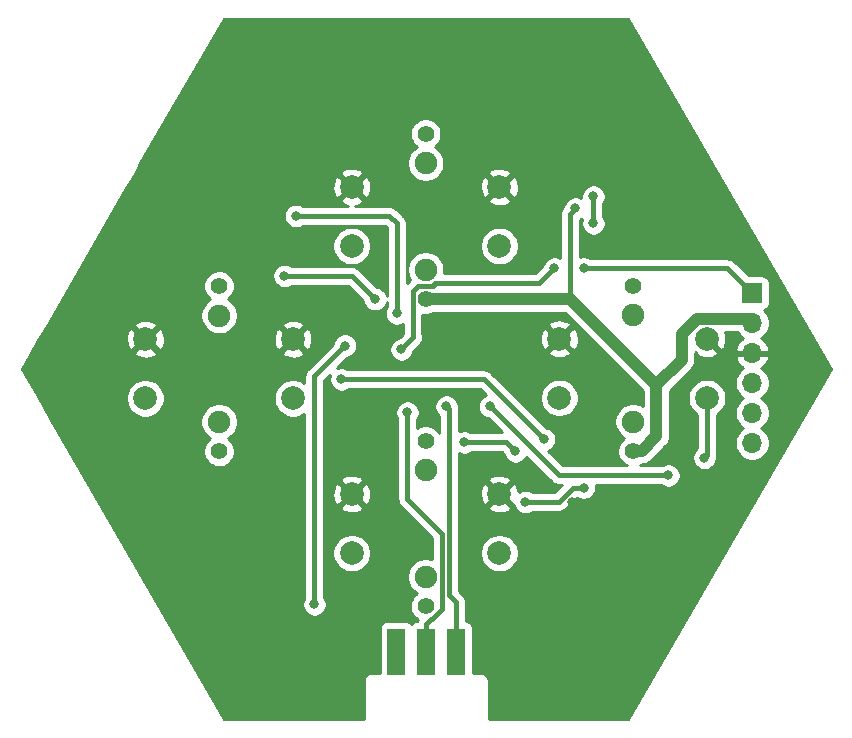
<source format=gbl>
G04 #@! TF.GenerationSoftware,KiCad,Pcbnew,(5.1.7)-1*
G04 #@! TF.CreationDate,2021-08-27T16:03:39+02:00*
G04 #@! TF.ProjectId,STEM,5354454d-2e6b-4696-9361-645f70636258,A*
G04 #@! TF.SameCoordinates,Original*
G04 #@! TF.FileFunction,Copper,L2,Bot*
G04 #@! TF.FilePolarity,Positive*
%FSLAX46Y46*%
G04 Gerber Fmt 4.6, Leading zero omitted, Abs format (unit mm)*
G04 Created by KiCad (PCBNEW (5.1.7)-1) date 2021-08-27 16:03:39*
%MOMM*%
%LPD*%
G01*
G04 APERTURE LIST*
G04 #@! TA.AperFunction,WasherPad*
%ADD10C,1.900000*%
G04 #@! TD*
G04 #@! TA.AperFunction,ComponentPad*
%ADD11C,1.400000*%
G04 #@! TD*
G04 #@! TA.AperFunction,ComponentPad*
%ADD12C,2.000000*%
G04 #@! TD*
G04 #@! TA.AperFunction,ComponentPad*
%ADD13O,1.700000X1.700000*%
G04 #@! TD*
G04 #@! TA.AperFunction,ComponentPad*
%ADD14R,1.700000X1.700000*%
G04 #@! TD*
G04 #@! TA.AperFunction,SMDPad,CuDef*
%ADD15R,1.524000X4.000000*%
G04 #@! TD*
G04 #@! TA.AperFunction,ViaPad*
%ADD16C,0.800000*%
G04 #@! TD*
G04 #@! TA.AperFunction,Conductor*
%ADD17C,1.000000*%
G04 #@! TD*
G04 #@! TA.AperFunction,Conductor*
%ADD18C,0.400000*%
G04 #@! TD*
G04 #@! TA.AperFunction,Conductor*
%ADD19C,0.254000*%
G04 #@! TD*
G04 #@! TA.AperFunction,Conductor*
%ADD20C,0.100000*%
G04 #@! TD*
G04 APERTURE END LIST*
D10*
X122450000Y-132787000D03*
X122450000Y-123787000D03*
D11*
X122450000Y-121287000D03*
X122450000Y-135287000D03*
D12*
X116200000Y-125787000D03*
X116200000Y-130787000D03*
X128700000Y-125787000D03*
X128700000Y-130787000D03*
D10*
X140025000Y-119650000D03*
X140025000Y-110650000D03*
D11*
X140025000Y-108150000D03*
X140025000Y-122150000D03*
D12*
X133775000Y-112650000D03*
X133775000Y-117650000D03*
X146275000Y-112650000D03*
X146275000Y-117650000D03*
D10*
X104975000Y-119675000D03*
X104975000Y-110675000D03*
D11*
X104975000Y-108175000D03*
X104975000Y-122175000D03*
D12*
X98725000Y-112675000D03*
X98725000Y-117675000D03*
X111225000Y-112675000D03*
X111225000Y-117675000D03*
D10*
X122450000Y-106787000D03*
X122450000Y-97787000D03*
D11*
X122450000Y-95287000D03*
X122450000Y-109287000D03*
D12*
X116200000Y-99787000D03*
X116200000Y-104787000D03*
X128700000Y-99787000D03*
X128700000Y-104787000D03*
D13*
X150100000Y-121469600D03*
X150100000Y-118929600D03*
X150100000Y-116389600D03*
X150100000Y-113849600D03*
X150100000Y-111309600D03*
D14*
X150100000Y-108769600D03*
D15*
X119960000Y-139158000D03*
X122500000Y-139158000D03*
X125040000Y-139158000D03*
D16*
X110490000Y-107315000D03*
X118177000Y-109287000D03*
X135128000Y-101600000D03*
X107950000Y-104140000D03*
X134620000Y-99695000D03*
X127442000Y-111760000D03*
X134874000Y-126492000D03*
X113665000Y-109855000D03*
X142113000Y-100965000D03*
X118872000Y-135128000D03*
X120400002Y-113538000D03*
X133350000Y-106680000D03*
X135852000Y-106680000D03*
X113030000Y-135128000D03*
X115627686Y-113226314D03*
X120904000Y-118872000D03*
X124206000Y-118364000D03*
X115316000Y-116078000D03*
X132466802Y-121152188D03*
X120015000Y-110490000D03*
X111490000Y-102235000D03*
X136652000Y-102870000D03*
X136652000Y-100584000D03*
X127900000Y-118364000D03*
X143002000Y-124206000D03*
X146050000Y-122720010D03*
X135850000Y-125250000D03*
X130900000Y-126475000D03*
X130048000Y-122174000D03*
X125730000Y-121412000D03*
D17*
X134687000Y-109287000D02*
X122450000Y-109287000D01*
D18*
X116205000Y-107315000D02*
X118177000Y-109287000D01*
X110490000Y-107315000D02*
X116205000Y-107315000D01*
X134687000Y-109287000D02*
X134687000Y-102041000D01*
X134687000Y-102041000D02*
X135128000Y-101600000D01*
D17*
X140740000Y-122150000D02*
X140025000Y-122150000D01*
X141986000Y-120904000D02*
X140740000Y-122150000D01*
X141986000Y-116586000D02*
X141986000Y-120904000D01*
X134687000Y-109287000D02*
X141986000Y-116586000D01*
X145458999Y-110949999D02*
X144145000Y-112263998D01*
X149740399Y-110949999D02*
X145458999Y-110949999D01*
X150100000Y-111309600D02*
X149740399Y-110949999D01*
X144145000Y-114427000D02*
X141986000Y-116586000D01*
X144145000Y-112263998D02*
X144145000Y-114427000D01*
D18*
X148010400Y-106680000D02*
X150100000Y-108769600D01*
X135852000Y-106680000D02*
X148010400Y-106680000D01*
X121801999Y-108137001D02*
X123098001Y-108137001D01*
X132080000Y-107950000D02*
X133350000Y-106680000D01*
X123098001Y-108137001D02*
X123285002Y-107950000D01*
X121349999Y-108589001D02*
X121801999Y-108137001D01*
X121412000Y-112526002D02*
X121349999Y-112464001D01*
X123285002Y-107950000D02*
X132080000Y-107950000D01*
X121349999Y-112464001D02*
X121349999Y-108589001D01*
X120400002Y-113538000D02*
X121412000Y-112526002D01*
X115570000Y-113284000D02*
X115627686Y-113226314D01*
X113030000Y-115824000D02*
X115570000Y-113284000D01*
X113030000Y-135128000D02*
X113030000Y-115824000D01*
X122500000Y-136834000D02*
X122500000Y-139158000D01*
X122967002Y-136398000D02*
X122936000Y-136398000D01*
X123825000Y-135540002D02*
X122967002Y-136398000D01*
X123825000Y-129159000D02*
X123825000Y-135540002D01*
X122936000Y-136398000D02*
X122500000Y-136834000D01*
X120904000Y-126238000D02*
X123825000Y-129159000D01*
X120904000Y-118872000D02*
X120904000Y-126238000D01*
X125040000Y-134946000D02*
X125040000Y-139158000D01*
X124460000Y-134366000D02*
X125040000Y-134946000D01*
X124460000Y-118618000D02*
X124460000Y-134366000D01*
X124206000Y-118364000D02*
X124460000Y-118618000D01*
X127392614Y-116078000D02*
X132466802Y-121152188D01*
X115316000Y-116078000D02*
X127392614Y-116078000D01*
X120015000Y-110490000D02*
X120015000Y-102870000D01*
X120015000Y-102870000D02*
X119380000Y-102235000D01*
X119380000Y-102235000D02*
X112395000Y-102235000D01*
X112395000Y-102235000D02*
X111490000Y-102235000D01*
X136652000Y-102870000D02*
X136652000Y-100584000D01*
X127900000Y-118364000D02*
X133742000Y-124206000D01*
X133742000Y-124206000D02*
X143002000Y-124206000D01*
X146275000Y-117650000D02*
X146275000Y-122495010D01*
X146275000Y-122495010D02*
X146050000Y-122720010D01*
X134931998Y-125250000D02*
X133706998Y-126475000D01*
X135850000Y-125250000D02*
X134931998Y-125250000D01*
X133706998Y-126475000D02*
X130900000Y-126475000D01*
X130048000Y-122174000D02*
X129286000Y-121412000D01*
X129286000Y-121412000D02*
X125730000Y-121412000D01*
D19*
X156737892Y-115178000D02*
X139618955Y-144828000D01*
X127780000Y-144828000D01*
X127780000Y-141604599D01*
X127783193Y-141572180D01*
X127770450Y-141442797D01*
X127732710Y-141318387D01*
X127671425Y-141203730D01*
X127588948Y-141103232D01*
X127488450Y-141020755D01*
X127373793Y-140959470D01*
X127249383Y-140921730D01*
X127152419Y-140912180D01*
X127120000Y-140908987D01*
X127087581Y-140912180D01*
X126440072Y-140912180D01*
X126440072Y-137158000D01*
X126427812Y-137033518D01*
X126391502Y-136913820D01*
X126332537Y-136803506D01*
X126253185Y-136706815D01*
X126156494Y-136627463D01*
X126046180Y-136568498D01*
X125926482Y-136532188D01*
X125875000Y-136527118D01*
X125875000Y-134987018D01*
X125879040Y-134946000D01*
X125862918Y-134782311D01*
X125815172Y-134624913D01*
X125737636Y-134479854D01*
X125659439Y-134384570D01*
X125659437Y-134384568D01*
X125633291Y-134352709D01*
X125601432Y-134326564D01*
X125295000Y-134020132D01*
X125295000Y-130625967D01*
X127065000Y-130625967D01*
X127065000Y-130948033D01*
X127127832Y-131263912D01*
X127251082Y-131561463D01*
X127430013Y-131829252D01*
X127657748Y-132056987D01*
X127925537Y-132235918D01*
X128223088Y-132359168D01*
X128538967Y-132422000D01*
X128861033Y-132422000D01*
X129176912Y-132359168D01*
X129474463Y-132235918D01*
X129742252Y-132056987D01*
X129969987Y-131829252D01*
X130148918Y-131561463D01*
X130272168Y-131263912D01*
X130335000Y-130948033D01*
X130335000Y-130625967D01*
X130272168Y-130310088D01*
X130148918Y-130012537D01*
X129969987Y-129744748D01*
X129742252Y-129517013D01*
X129474463Y-129338082D01*
X129176912Y-129214832D01*
X128861033Y-129152000D01*
X128538967Y-129152000D01*
X128223088Y-129214832D01*
X127925537Y-129338082D01*
X127657748Y-129517013D01*
X127430013Y-129744748D01*
X127251082Y-130012537D01*
X127127832Y-130310088D01*
X127065000Y-130625967D01*
X125295000Y-130625967D01*
X125295000Y-126922413D01*
X127744192Y-126922413D01*
X127839956Y-127186814D01*
X128129571Y-127327704D01*
X128441108Y-127409384D01*
X128762595Y-127428718D01*
X129081675Y-127384961D01*
X129386088Y-127279795D01*
X129560044Y-127186814D01*
X129655808Y-126922413D01*
X128700000Y-125966605D01*
X127744192Y-126922413D01*
X125295000Y-126922413D01*
X125295000Y-125849595D01*
X127058282Y-125849595D01*
X127102039Y-126168675D01*
X127207205Y-126473088D01*
X127300186Y-126647044D01*
X127564587Y-126742808D01*
X128520395Y-125787000D01*
X127564587Y-124831192D01*
X127300186Y-124926956D01*
X127159296Y-125216571D01*
X127077616Y-125528108D01*
X127058282Y-125849595D01*
X125295000Y-125849595D01*
X125295000Y-124651587D01*
X127744192Y-124651587D01*
X128700000Y-125607395D01*
X129655808Y-124651587D01*
X129560044Y-124387186D01*
X129270429Y-124246296D01*
X128958892Y-124164616D01*
X128637405Y-124145282D01*
X128318325Y-124189039D01*
X128013912Y-124294205D01*
X127839956Y-124387186D01*
X127744192Y-124651587D01*
X125295000Y-124651587D01*
X125295000Y-122352093D01*
X125428102Y-122407226D01*
X125628061Y-122447000D01*
X125831939Y-122447000D01*
X126031898Y-122407226D01*
X126220256Y-122329205D01*
X126343285Y-122247000D01*
X128940132Y-122247000D01*
X129023908Y-122330775D01*
X129052774Y-122475898D01*
X129130795Y-122664256D01*
X129244063Y-122833774D01*
X129388226Y-122977937D01*
X129557744Y-123091205D01*
X129746102Y-123169226D01*
X129946061Y-123209000D01*
X130149939Y-123209000D01*
X130349898Y-123169226D01*
X130538256Y-123091205D01*
X130707774Y-122977937D01*
X130851937Y-122833774D01*
X130965205Y-122664256D01*
X130981075Y-122625943D01*
X133122563Y-124767432D01*
X133148709Y-124799291D01*
X133180568Y-124825437D01*
X133180570Y-124825439D01*
X133229719Y-124865774D01*
X133275854Y-124903636D01*
X133420913Y-124981172D01*
X133578311Y-125028918D01*
X133700981Y-125041000D01*
X133700982Y-125041000D01*
X133742000Y-125045040D01*
X133783018Y-125041000D01*
X133960130Y-125041000D01*
X133361131Y-125640000D01*
X131513285Y-125640000D01*
X131390256Y-125557795D01*
X131201898Y-125479774D01*
X131001939Y-125440000D01*
X130798061Y-125440000D01*
X130598102Y-125479774D01*
X130409744Y-125557795D01*
X130326498Y-125613418D01*
X130297961Y-125405325D01*
X130192795Y-125100912D01*
X130099814Y-124926956D01*
X129835413Y-124831192D01*
X128879605Y-125787000D01*
X129835413Y-126742808D01*
X129893788Y-126721665D01*
X129904774Y-126776898D01*
X129982795Y-126965256D01*
X130096063Y-127134774D01*
X130240226Y-127278937D01*
X130409744Y-127392205D01*
X130598102Y-127470226D01*
X130798061Y-127510000D01*
X131001939Y-127510000D01*
X131201898Y-127470226D01*
X131390256Y-127392205D01*
X131513285Y-127310000D01*
X133665980Y-127310000D01*
X133706998Y-127314040D01*
X133748016Y-127310000D01*
X133748017Y-127310000D01*
X133870687Y-127297918D01*
X134028085Y-127250172D01*
X134173144Y-127172636D01*
X134300289Y-127068291D01*
X134326443Y-127036422D01*
X135261384Y-126101483D01*
X135359744Y-126167205D01*
X135548102Y-126245226D01*
X135748061Y-126285000D01*
X135951939Y-126285000D01*
X136151898Y-126245226D01*
X136340256Y-126167205D01*
X136509774Y-126053937D01*
X136653937Y-125909774D01*
X136767205Y-125740256D01*
X136845226Y-125551898D01*
X136885000Y-125351939D01*
X136885000Y-125148061D01*
X136863704Y-125041000D01*
X142388715Y-125041000D01*
X142511744Y-125123205D01*
X142700102Y-125201226D01*
X142900061Y-125241000D01*
X143103939Y-125241000D01*
X143303898Y-125201226D01*
X143492256Y-125123205D01*
X143661774Y-125009937D01*
X143805937Y-124865774D01*
X143919205Y-124696256D01*
X143997226Y-124507898D01*
X144037000Y-124307939D01*
X144037000Y-124104061D01*
X143997226Y-123904102D01*
X143919205Y-123715744D01*
X143805937Y-123546226D01*
X143661774Y-123402063D01*
X143492256Y-123288795D01*
X143303898Y-123210774D01*
X143103939Y-123171000D01*
X142900061Y-123171000D01*
X142700102Y-123210774D01*
X142511744Y-123288795D01*
X142388715Y-123371000D01*
X140565766Y-123371000D01*
X140657359Y-123333061D01*
X140723502Y-123288866D01*
X140740000Y-123290491D01*
X140795751Y-123285000D01*
X140795752Y-123285000D01*
X140962499Y-123268577D01*
X141176447Y-123203676D01*
X141373623Y-123098284D01*
X141546449Y-122956449D01*
X141581996Y-122913135D01*
X142749140Y-121745992D01*
X142792449Y-121710449D01*
X142934284Y-121537623D01*
X143039676Y-121340447D01*
X143104577Y-121126499D01*
X143109195Y-121079609D01*
X143126491Y-120904001D01*
X143121000Y-120848249D01*
X143121000Y-117488967D01*
X144640000Y-117488967D01*
X144640000Y-117811033D01*
X144702832Y-118126912D01*
X144826082Y-118424463D01*
X145005013Y-118692252D01*
X145232748Y-118919987D01*
X145440000Y-119058469D01*
X145440001Y-121882815D01*
X145390226Y-121916073D01*
X145246063Y-122060236D01*
X145132795Y-122229754D01*
X145054774Y-122418112D01*
X145015000Y-122618071D01*
X145015000Y-122821949D01*
X145054774Y-123021908D01*
X145132795Y-123210266D01*
X145246063Y-123379784D01*
X145390226Y-123523947D01*
X145559744Y-123637215D01*
X145748102Y-123715236D01*
X145948061Y-123755010D01*
X146151939Y-123755010D01*
X146351898Y-123715236D01*
X146540256Y-123637215D01*
X146709774Y-123523947D01*
X146853937Y-123379784D01*
X146967205Y-123210266D01*
X147045226Y-123021908D01*
X147085000Y-122821949D01*
X147085000Y-122701284D01*
X147097918Y-122658699D01*
X147108048Y-122555850D01*
X147114040Y-122495011D01*
X147110000Y-122453992D01*
X147110000Y-119058468D01*
X147317252Y-118919987D01*
X147544987Y-118692252D01*
X147723918Y-118424463D01*
X147847168Y-118126912D01*
X147910000Y-117811033D01*
X147910000Y-117488967D01*
X147847168Y-117173088D01*
X147723918Y-116875537D01*
X147544987Y-116607748D01*
X147317252Y-116380013D01*
X147112707Y-116243340D01*
X148615000Y-116243340D01*
X148615000Y-116535860D01*
X148672068Y-116822758D01*
X148784010Y-117093011D01*
X148946525Y-117336232D01*
X149153368Y-117543075D01*
X149327760Y-117659600D01*
X149153368Y-117776125D01*
X148946525Y-117982968D01*
X148784010Y-118226189D01*
X148672068Y-118496442D01*
X148615000Y-118783340D01*
X148615000Y-119075860D01*
X148672068Y-119362758D01*
X148784010Y-119633011D01*
X148946525Y-119876232D01*
X149153368Y-120083075D01*
X149327760Y-120199600D01*
X149153368Y-120316125D01*
X148946525Y-120522968D01*
X148784010Y-120766189D01*
X148672068Y-121036442D01*
X148615000Y-121323340D01*
X148615000Y-121615860D01*
X148672068Y-121902758D01*
X148784010Y-122173011D01*
X148946525Y-122416232D01*
X149153368Y-122623075D01*
X149396589Y-122785590D01*
X149666842Y-122897532D01*
X149953740Y-122954600D01*
X150246260Y-122954600D01*
X150533158Y-122897532D01*
X150803411Y-122785590D01*
X151046632Y-122623075D01*
X151253475Y-122416232D01*
X151415990Y-122173011D01*
X151527932Y-121902758D01*
X151585000Y-121615860D01*
X151585000Y-121323340D01*
X151527932Y-121036442D01*
X151415990Y-120766189D01*
X151253475Y-120522968D01*
X151046632Y-120316125D01*
X150872240Y-120199600D01*
X151046632Y-120083075D01*
X151253475Y-119876232D01*
X151415990Y-119633011D01*
X151527932Y-119362758D01*
X151585000Y-119075860D01*
X151585000Y-118783340D01*
X151527932Y-118496442D01*
X151415990Y-118226189D01*
X151253475Y-117982968D01*
X151046632Y-117776125D01*
X150872240Y-117659600D01*
X151046632Y-117543075D01*
X151253475Y-117336232D01*
X151415990Y-117093011D01*
X151527932Y-116822758D01*
X151585000Y-116535860D01*
X151585000Y-116243340D01*
X151527932Y-115956442D01*
X151415990Y-115686189D01*
X151253475Y-115442968D01*
X151046632Y-115236125D01*
X150864466Y-115114405D01*
X150981355Y-115044778D01*
X151197588Y-114849869D01*
X151371641Y-114616520D01*
X151496825Y-114353699D01*
X151541476Y-114206490D01*
X151420155Y-113976600D01*
X150227000Y-113976600D01*
X150227000Y-113996600D01*
X149973000Y-113996600D01*
X149973000Y-113976600D01*
X148779845Y-113976600D01*
X148658524Y-114206490D01*
X148703175Y-114353699D01*
X148828359Y-114616520D01*
X149002412Y-114849869D01*
X149218645Y-115044778D01*
X149335534Y-115114405D01*
X149153368Y-115236125D01*
X148946525Y-115442968D01*
X148784010Y-115686189D01*
X148672068Y-115956442D01*
X148615000Y-116243340D01*
X147112707Y-116243340D01*
X147049463Y-116201082D01*
X146751912Y-116077832D01*
X146436033Y-116015000D01*
X146113967Y-116015000D01*
X145798088Y-116077832D01*
X145500537Y-116201082D01*
X145232748Y-116380013D01*
X145005013Y-116607748D01*
X144826082Y-116875537D01*
X144702832Y-117173088D01*
X144640000Y-117488967D01*
X143121000Y-117488967D01*
X143121000Y-117056131D01*
X144908141Y-115268991D01*
X144951449Y-115233449D01*
X145093284Y-115060623D01*
X145198676Y-114863447D01*
X145263577Y-114649499D01*
X145280000Y-114482752D01*
X145285491Y-114427001D01*
X145280000Y-114371249D01*
X145280000Y-113824608D01*
X145319193Y-113785415D01*
X145414956Y-114049814D01*
X145704571Y-114190704D01*
X146016108Y-114272384D01*
X146337595Y-114291718D01*
X146656675Y-114247961D01*
X146961088Y-114142795D01*
X147135044Y-114049814D01*
X147230808Y-113785413D01*
X146275000Y-112829605D01*
X146260858Y-112843748D01*
X146081253Y-112664143D01*
X146095395Y-112650000D01*
X146081253Y-112635858D01*
X146260858Y-112456253D01*
X146275000Y-112470395D01*
X146289143Y-112456253D01*
X146468748Y-112635858D01*
X146454605Y-112650000D01*
X147410413Y-113605808D01*
X147674814Y-113510044D01*
X147815704Y-113220429D01*
X147897384Y-112908892D01*
X147916718Y-112587405D01*
X147872961Y-112268325D01*
X147809627Y-112084999D01*
X148832111Y-112084999D01*
X148946525Y-112256232D01*
X149153368Y-112463075D01*
X149335534Y-112584795D01*
X149218645Y-112654422D01*
X149002412Y-112849331D01*
X148828359Y-113082680D01*
X148703175Y-113345501D01*
X148658524Y-113492710D01*
X148779845Y-113722600D01*
X149973000Y-113722600D01*
X149973000Y-113702600D01*
X150227000Y-113702600D01*
X150227000Y-113722600D01*
X151420155Y-113722600D01*
X151541476Y-113492710D01*
X151496825Y-113345501D01*
X151371641Y-113082680D01*
X151197588Y-112849331D01*
X150981355Y-112654422D01*
X150864466Y-112584795D01*
X151046632Y-112463075D01*
X151253475Y-112256232D01*
X151415990Y-112013011D01*
X151527932Y-111742758D01*
X151585000Y-111455860D01*
X151585000Y-111163340D01*
X151527932Y-110876442D01*
X151415990Y-110606189D01*
X151253475Y-110362968D01*
X151121620Y-110231113D01*
X151194180Y-110209102D01*
X151304494Y-110150137D01*
X151401185Y-110070785D01*
X151480537Y-109974094D01*
X151539502Y-109863780D01*
X151575812Y-109744082D01*
X151588072Y-109619600D01*
X151588072Y-107919600D01*
X151575812Y-107795118D01*
X151539502Y-107675420D01*
X151480537Y-107565106D01*
X151401185Y-107468415D01*
X151304494Y-107389063D01*
X151194180Y-107330098D01*
X151074482Y-107293788D01*
X150950000Y-107281528D01*
X149792796Y-107281528D01*
X148629846Y-106118579D01*
X148603691Y-106086709D01*
X148476546Y-105982364D01*
X148331487Y-105904828D01*
X148174089Y-105857082D01*
X148051419Y-105845000D01*
X148051418Y-105845000D01*
X148010400Y-105840960D01*
X147969382Y-105845000D01*
X136465285Y-105845000D01*
X136342256Y-105762795D01*
X136153898Y-105684774D01*
X135953939Y-105645000D01*
X135750061Y-105645000D01*
X135550102Y-105684774D01*
X135522000Y-105696414D01*
X135522000Y-102557076D01*
X135618256Y-102517205D01*
X135700665Y-102462141D01*
X135656774Y-102568102D01*
X135617000Y-102768061D01*
X135617000Y-102971939D01*
X135656774Y-103171898D01*
X135734795Y-103360256D01*
X135848063Y-103529774D01*
X135992226Y-103673937D01*
X136161744Y-103787205D01*
X136350102Y-103865226D01*
X136550061Y-103905000D01*
X136753939Y-103905000D01*
X136953898Y-103865226D01*
X137142256Y-103787205D01*
X137311774Y-103673937D01*
X137455937Y-103529774D01*
X137569205Y-103360256D01*
X137647226Y-103171898D01*
X137687000Y-102971939D01*
X137687000Y-102768061D01*
X137647226Y-102568102D01*
X137569205Y-102379744D01*
X137487000Y-102256715D01*
X137487000Y-101197285D01*
X137569205Y-101074256D01*
X137647226Y-100885898D01*
X137687000Y-100685939D01*
X137687000Y-100482061D01*
X137647226Y-100282102D01*
X137569205Y-100093744D01*
X137455937Y-99924226D01*
X137311774Y-99780063D01*
X137142256Y-99666795D01*
X136953898Y-99588774D01*
X136753939Y-99549000D01*
X136550061Y-99549000D01*
X136350102Y-99588774D01*
X136161744Y-99666795D01*
X135992226Y-99780063D01*
X135848063Y-99924226D01*
X135734795Y-100093744D01*
X135656774Y-100282102D01*
X135617000Y-100482061D01*
X135617000Y-100682275D01*
X135429898Y-100604774D01*
X135229939Y-100565000D01*
X135026061Y-100565000D01*
X134826102Y-100604774D01*
X134637744Y-100682795D01*
X134468226Y-100796063D01*
X134324063Y-100940226D01*
X134210795Y-101109744D01*
X134132774Y-101298102D01*
X134104831Y-101438582D01*
X134093710Y-101447709D01*
X134049807Y-101501205D01*
X133989364Y-101574855D01*
X133911828Y-101719914D01*
X133864082Y-101877312D01*
X133847960Y-102041000D01*
X133852001Y-102082028D01*
X133852000Y-105770642D01*
X133840256Y-105762795D01*
X133651898Y-105684774D01*
X133451939Y-105645000D01*
X133248061Y-105645000D01*
X133048102Y-105684774D01*
X132859744Y-105762795D01*
X132690226Y-105876063D01*
X132546063Y-106020226D01*
X132432795Y-106189744D01*
X132354774Y-106378102D01*
X132325908Y-106523225D01*
X131734133Y-107115000D01*
X124000809Y-107115000D01*
X124035000Y-106943109D01*
X124035000Y-106630891D01*
X123974089Y-106324673D01*
X123854609Y-106036221D01*
X123681150Y-105776621D01*
X123460379Y-105555850D01*
X123200779Y-105382391D01*
X122912327Y-105262911D01*
X122606109Y-105202000D01*
X122293891Y-105202000D01*
X121987673Y-105262911D01*
X121699221Y-105382391D01*
X121439621Y-105555850D01*
X121218850Y-105776621D01*
X121045391Y-106036221D01*
X120925911Y-106324673D01*
X120865000Y-106630891D01*
X120865000Y-106943109D01*
X120925911Y-107249327D01*
X121045391Y-107537779D01*
X121115471Y-107642661D01*
X120850000Y-107908133D01*
X120850000Y-104625967D01*
X127065000Y-104625967D01*
X127065000Y-104948033D01*
X127127832Y-105263912D01*
X127251082Y-105561463D01*
X127430013Y-105829252D01*
X127657748Y-106056987D01*
X127925537Y-106235918D01*
X128223088Y-106359168D01*
X128538967Y-106422000D01*
X128861033Y-106422000D01*
X129176912Y-106359168D01*
X129474463Y-106235918D01*
X129742252Y-106056987D01*
X129969987Y-105829252D01*
X130148918Y-105561463D01*
X130272168Y-105263912D01*
X130335000Y-104948033D01*
X130335000Y-104625967D01*
X130272168Y-104310088D01*
X130148918Y-104012537D01*
X129969987Y-103744748D01*
X129742252Y-103517013D01*
X129474463Y-103338082D01*
X129176912Y-103214832D01*
X128861033Y-103152000D01*
X128538967Y-103152000D01*
X128223088Y-103214832D01*
X127925537Y-103338082D01*
X127657748Y-103517013D01*
X127430013Y-103744748D01*
X127251082Y-104012537D01*
X127127832Y-104310088D01*
X127065000Y-104625967D01*
X120850000Y-104625967D01*
X120850000Y-102911018D01*
X120854040Y-102870000D01*
X120837918Y-102706312D01*
X120824003Y-102660438D01*
X120790172Y-102548913D01*
X120712636Y-102403854D01*
X120708396Y-102398688D01*
X120634439Y-102308570D01*
X120634437Y-102308568D01*
X120608291Y-102276709D01*
X120576431Y-102250562D01*
X119999445Y-101673578D01*
X119973291Y-101641709D01*
X119846146Y-101537364D01*
X119701087Y-101459828D01*
X119543689Y-101412082D01*
X119421019Y-101400000D01*
X119421018Y-101400000D01*
X119380000Y-101395960D01*
X119338982Y-101400000D01*
X116472009Y-101400000D01*
X116581675Y-101384961D01*
X116886088Y-101279795D01*
X117060044Y-101186814D01*
X117155808Y-100922413D01*
X127744192Y-100922413D01*
X127839956Y-101186814D01*
X128129571Y-101327704D01*
X128441108Y-101409384D01*
X128762595Y-101428718D01*
X129081675Y-101384961D01*
X129386088Y-101279795D01*
X129560044Y-101186814D01*
X129655808Y-100922413D01*
X128700000Y-99966605D01*
X127744192Y-100922413D01*
X117155808Y-100922413D01*
X116200000Y-99966605D01*
X115244192Y-100922413D01*
X115339956Y-101186814D01*
X115629571Y-101327704D01*
X115905316Y-101400000D01*
X112103285Y-101400000D01*
X111980256Y-101317795D01*
X111791898Y-101239774D01*
X111591939Y-101200000D01*
X111388061Y-101200000D01*
X111188102Y-101239774D01*
X110999744Y-101317795D01*
X110830226Y-101431063D01*
X110686063Y-101575226D01*
X110572795Y-101744744D01*
X110494774Y-101933102D01*
X110455000Y-102133061D01*
X110455000Y-102336939D01*
X110494774Y-102536898D01*
X110572795Y-102725256D01*
X110686063Y-102894774D01*
X110830226Y-103038937D01*
X110999744Y-103152205D01*
X111188102Y-103230226D01*
X111388061Y-103270000D01*
X111591939Y-103270000D01*
X111791898Y-103230226D01*
X111980256Y-103152205D01*
X112103285Y-103070000D01*
X119034132Y-103070000D01*
X119180001Y-103215869D01*
X119180000Y-109024186D01*
X119172226Y-108985102D01*
X119094205Y-108796744D01*
X118980937Y-108627226D01*
X118836774Y-108483063D01*
X118667256Y-108369795D01*
X118478898Y-108291774D01*
X118333775Y-108262908D01*
X116824446Y-106753579D01*
X116798291Y-106721709D01*
X116671146Y-106617364D01*
X116526087Y-106539828D01*
X116368689Y-106492082D01*
X116246019Y-106480000D01*
X116246018Y-106480000D01*
X116205000Y-106475960D01*
X116163982Y-106480000D01*
X111103285Y-106480000D01*
X110980256Y-106397795D01*
X110791898Y-106319774D01*
X110591939Y-106280000D01*
X110388061Y-106280000D01*
X110188102Y-106319774D01*
X109999744Y-106397795D01*
X109830226Y-106511063D01*
X109686063Y-106655226D01*
X109572795Y-106824744D01*
X109494774Y-107013102D01*
X109455000Y-107213061D01*
X109455000Y-107416939D01*
X109494774Y-107616898D01*
X109572795Y-107805256D01*
X109686063Y-107974774D01*
X109830226Y-108118937D01*
X109999744Y-108232205D01*
X110188102Y-108310226D01*
X110388061Y-108350000D01*
X110591939Y-108350000D01*
X110791898Y-108310226D01*
X110980256Y-108232205D01*
X111103285Y-108150000D01*
X115859133Y-108150000D01*
X117152908Y-109443775D01*
X117181774Y-109588898D01*
X117259795Y-109777256D01*
X117373063Y-109946774D01*
X117517226Y-110090937D01*
X117686744Y-110204205D01*
X117875102Y-110282226D01*
X118075061Y-110322000D01*
X118278939Y-110322000D01*
X118478898Y-110282226D01*
X118667256Y-110204205D01*
X118836774Y-110090937D01*
X118980937Y-109946774D01*
X119094205Y-109777256D01*
X119172226Y-109588898D01*
X119180000Y-109549815D01*
X119180000Y-109876715D01*
X119097795Y-109999744D01*
X119019774Y-110188102D01*
X118980000Y-110388061D01*
X118980000Y-110591939D01*
X119019774Y-110791898D01*
X119097795Y-110980256D01*
X119211063Y-111149774D01*
X119355226Y-111293937D01*
X119524744Y-111407205D01*
X119713102Y-111485226D01*
X119913061Y-111525000D01*
X120116939Y-111525000D01*
X120316898Y-111485226D01*
X120505256Y-111407205D01*
X120514999Y-111400695D01*
X120514999Y-112242135D01*
X120243227Y-112513907D01*
X120098104Y-112542774D01*
X119909746Y-112620795D01*
X119740228Y-112734063D01*
X119596065Y-112878226D01*
X119482797Y-113047744D01*
X119404776Y-113236102D01*
X119365002Y-113436061D01*
X119365002Y-113639939D01*
X119404776Y-113839898D01*
X119482797Y-114028256D01*
X119596065Y-114197774D01*
X119740228Y-114341937D01*
X119909746Y-114455205D01*
X120098104Y-114533226D01*
X120298063Y-114573000D01*
X120501941Y-114573000D01*
X120701900Y-114533226D01*
X120890258Y-114455205D01*
X121059776Y-114341937D01*
X121203939Y-114197774D01*
X121317207Y-114028256D01*
X121395228Y-113839898D01*
X121406065Y-113785413D01*
X132819192Y-113785413D01*
X132914956Y-114049814D01*
X133204571Y-114190704D01*
X133516108Y-114272384D01*
X133837595Y-114291718D01*
X134156675Y-114247961D01*
X134461088Y-114142795D01*
X134635044Y-114049814D01*
X134730808Y-113785413D01*
X133775000Y-112829605D01*
X132819192Y-113785413D01*
X121406065Y-113785413D01*
X121424095Y-113694775D01*
X121973429Y-113145441D01*
X122005291Y-113119293D01*
X122082322Y-113025430D01*
X122109636Y-112992148D01*
X122187171Y-112847089D01*
X122187172Y-112847088D01*
X122227969Y-112712595D01*
X132133282Y-112712595D01*
X132177039Y-113031675D01*
X132282205Y-113336088D01*
X132375186Y-113510044D01*
X132639587Y-113605808D01*
X133595395Y-112650000D01*
X133954605Y-112650000D01*
X134910413Y-113605808D01*
X135174814Y-113510044D01*
X135315704Y-113220429D01*
X135397384Y-112908892D01*
X135416718Y-112587405D01*
X135372961Y-112268325D01*
X135267795Y-111963912D01*
X135174814Y-111789956D01*
X134910413Y-111694192D01*
X133954605Y-112650000D01*
X133595395Y-112650000D01*
X132639587Y-111694192D01*
X132375186Y-111789956D01*
X132234296Y-112079571D01*
X132152616Y-112391108D01*
X132133282Y-112712595D01*
X122227969Y-112712595D01*
X122234918Y-112689690D01*
X122251040Y-112526002D01*
X122234918Y-112362315D01*
X122187172Y-112204916D01*
X122184999Y-112200851D01*
X122184999Y-111514587D01*
X132819192Y-111514587D01*
X133775000Y-112470395D01*
X134730808Y-111514587D01*
X134635044Y-111250186D01*
X134345429Y-111109296D01*
X134033892Y-111027616D01*
X133712405Y-111008282D01*
X133393325Y-111052039D01*
X133088912Y-111157205D01*
X132914956Y-111250186D01*
X132819192Y-111514587D01*
X122184999Y-111514587D01*
X122184999Y-110595442D01*
X122318514Y-110622000D01*
X122581486Y-110622000D01*
X122839405Y-110570696D01*
X123082359Y-110470061D01*
X123154288Y-110422000D01*
X134216869Y-110422000D01*
X140851000Y-117056132D01*
X140851000Y-118295652D01*
X140775779Y-118245391D01*
X140487327Y-118125911D01*
X140181109Y-118065000D01*
X139868891Y-118065000D01*
X139562673Y-118125911D01*
X139274221Y-118245391D01*
X139014621Y-118418850D01*
X138793850Y-118639621D01*
X138620391Y-118899221D01*
X138500911Y-119187673D01*
X138440000Y-119493891D01*
X138440000Y-119806109D01*
X138500911Y-120112327D01*
X138620391Y-120400779D01*
X138793850Y-120660379D01*
X139014621Y-120881150D01*
X139267827Y-121050337D01*
X139173987Y-121113038D01*
X138988038Y-121298987D01*
X138841939Y-121517641D01*
X138741304Y-121760595D01*
X138690000Y-122018514D01*
X138690000Y-122281486D01*
X138741304Y-122539405D01*
X138841939Y-122782359D01*
X138988038Y-123001013D01*
X139173987Y-123186962D01*
X139392641Y-123333061D01*
X139484234Y-123371000D01*
X134087869Y-123371000D01*
X132836287Y-122119418D01*
X132957058Y-122069393D01*
X133126576Y-121956125D01*
X133270739Y-121811962D01*
X133384007Y-121642444D01*
X133462028Y-121454086D01*
X133501802Y-121254127D01*
X133501802Y-121050249D01*
X133462028Y-120850290D01*
X133384007Y-120661932D01*
X133270739Y-120492414D01*
X133126576Y-120348251D01*
X132957058Y-120234983D01*
X132768700Y-120156962D01*
X132623577Y-120128096D01*
X129984448Y-117488967D01*
X132140000Y-117488967D01*
X132140000Y-117811033D01*
X132202832Y-118126912D01*
X132326082Y-118424463D01*
X132505013Y-118692252D01*
X132732748Y-118919987D01*
X133000537Y-119098918D01*
X133298088Y-119222168D01*
X133613967Y-119285000D01*
X133936033Y-119285000D01*
X134251912Y-119222168D01*
X134549463Y-119098918D01*
X134817252Y-118919987D01*
X135044987Y-118692252D01*
X135223918Y-118424463D01*
X135347168Y-118126912D01*
X135410000Y-117811033D01*
X135410000Y-117488967D01*
X135347168Y-117173088D01*
X135223918Y-116875537D01*
X135044987Y-116607748D01*
X134817252Y-116380013D01*
X134549463Y-116201082D01*
X134251912Y-116077832D01*
X133936033Y-116015000D01*
X133613967Y-116015000D01*
X133298088Y-116077832D01*
X133000537Y-116201082D01*
X132732748Y-116380013D01*
X132505013Y-116607748D01*
X132326082Y-116875537D01*
X132202832Y-117173088D01*
X132140000Y-117488967D01*
X129984448Y-117488967D01*
X128012060Y-115516579D01*
X127985905Y-115484709D01*
X127858760Y-115380364D01*
X127713701Y-115302828D01*
X127556303Y-115255082D01*
X127433633Y-115243000D01*
X127433632Y-115243000D01*
X127392614Y-115238960D01*
X127351596Y-115243000D01*
X115929285Y-115243000D01*
X115806256Y-115160795D01*
X115617898Y-115082774D01*
X115417939Y-115043000D01*
X115214061Y-115043000D01*
X115014102Y-115082774D01*
X114908246Y-115126621D01*
X115784461Y-114250406D01*
X115929584Y-114221540D01*
X116117942Y-114143519D01*
X116287460Y-114030251D01*
X116431623Y-113886088D01*
X116544891Y-113716570D01*
X116622912Y-113528212D01*
X116662686Y-113328253D01*
X116662686Y-113124375D01*
X116622912Y-112924416D01*
X116544891Y-112736058D01*
X116431623Y-112566540D01*
X116287460Y-112422377D01*
X116117942Y-112309109D01*
X115929584Y-112231088D01*
X115729625Y-112191314D01*
X115525747Y-112191314D01*
X115325788Y-112231088D01*
X115137430Y-112309109D01*
X114967912Y-112422377D01*
X114823749Y-112566540D01*
X114710481Y-112736058D01*
X114632460Y-112924416D01*
X114603594Y-113069539D01*
X112468574Y-115204559D01*
X112436710Y-115230709D01*
X112387164Y-115291081D01*
X112332364Y-115357855D01*
X112254828Y-115502914D01*
X112207082Y-115660312D01*
X112190960Y-115824000D01*
X112195001Y-115865029D01*
X112195001Y-116356736D01*
X111999463Y-116226082D01*
X111701912Y-116102832D01*
X111386033Y-116040000D01*
X111063967Y-116040000D01*
X110748088Y-116102832D01*
X110450537Y-116226082D01*
X110182748Y-116405013D01*
X109955013Y-116632748D01*
X109776082Y-116900537D01*
X109652832Y-117198088D01*
X109590000Y-117513967D01*
X109590000Y-117836033D01*
X109652832Y-118151912D01*
X109776082Y-118449463D01*
X109955013Y-118717252D01*
X110182748Y-118944987D01*
X110450537Y-119123918D01*
X110748088Y-119247168D01*
X111063967Y-119310000D01*
X111386033Y-119310000D01*
X111701912Y-119247168D01*
X111999463Y-119123918D01*
X112195001Y-118993264D01*
X112195000Y-134514715D01*
X112112795Y-134637744D01*
X112034774Y-134826102D01*
X111995000Y-135026061D01*
X111995000Y-135229939D01*
X112034774Y-135429898D01*
X112112795Y-135618256D01*
X112226063Y-135787774D01*
X112370226Y-135931937D01*
X112539744Y-136045205D01*
X112728102Y-136123226D01*
X112928061Y-136163000D01*
X113131939Y-136163000D01*
X113331898Y-136123226D01*
X113520256Y-136045205D01*
X113689774Y-135931937D01*
X113833937Y-135787774D01*
X113947205Y-135618256D01*
X114025226Y-135429898D01*
X114065000Y-135229939D01*
X114065000Y-135026061D01*
X114025226Y-134826102D01*
X113947205Y-134637744D01*
X113865000Y-134514715D01*
X113865000Y-130625967D01*
X114565000Y-130625967D01*
X114565000Y-130948033D01*
X114627832Y-131263912D01*
X114751082Y-131561463D01*
X114930013Y-131829252D01*
X115157748Y-132056987D01*
X115425537Y-132235918D01*
X115723088Y-132359168D01*
X116038967Y-132422000D01*
X116361033Y-132422000D01*
X116676912Y-132359168D01*
X116974463Y-132235918D01*
X117242252Y-132056987D01*
X117469987Y-131829252D01*
X117648918Y-131561463D01*
X117772168Y-131263912D01*
X117835000Y-130948033D01*
X117835000Y-130625967D01*
X117772168Y-130310088D01*
X117648918Y-130012537D01*
X117469987Y-129744748D01*
X117242252Y-129517013D01*
X116974463Y-129338082D01*
X116676912Y-129214832D01*
X116361033Y-129152000D01*
X116038967Y-129152000D01*
X115723088Y-129214832D01*
X115425537Y-129338082D01*
X115157748Y-129517013D01*
X114930013Y-129744748D01*
X114751082Y-130012537D01*
X114627832Y-130310088D01*
X114565000Y-130625967D01*
X113865000Y-130625967D01*
X113865000Y-126922413D01*
X115244192Y-126922413D01*
X115339956Y-127186814D01*
X115629571Y-127327704D01*
X115941108Y-127409384D01*
X116262595Y-127428718D01*
X116581675Y-127384961D01*
X116886088Y-127279795D01*
X117060044Y-127186814D01*
X117155808Y-126922413D01*
X116200000Y-125966605D01*
X115244192Y-126922413D01*
X113865000Y-126922413D01*
X113865000Y-125849595D01*
X114558282Y-125849595D01*
X114602039Y-126168675D01*
X114707205Y-126473088D01*
X114800186Y-126647044D01*
X115064587Y-126742808D01*
X116020395Y-125787000D01*
X116379605Y-125787000D01*
X117335413Y-126742808D01*
X117599814Y-126647044D01*
X117740704Y-126357429D01*
X117822384Y-126045892D01*
X117841718Y-125724405D01*
X117797961Y-125405325D01*
X117692795Y-125100912D01*
X117599814Y-124926956D01*
X117335413Y-124831192D01*
X116379605Y-125787000D01*
X116020395Y-125787000D01*
X115064587Y-124831192D01*
X114800186Y-124926956D01*
X114659296Y-125216571D01*
X114577616Y-125528108D01*
X114558282Y-125849595D01*
X113865000Y-125849595D01*
X113865000Y-124651587D01*
X115244192Y-124651587D01*
X116200000Y-125607395D01*
X117155808Y-124651587D01*
X117060044Y-124387186D01*
X116770429Y-124246296D01*
X116458892Y-124164616D01*
X116137405Y-124145282D01*
X115818325Y-124189039D01*
X115513912Y-124294205D01*
X115339956Y-124387186D01*
X115244192Y-124651587D01*
X113865000Y-124651587D01*
X113865000Y-116169867D01*
X114364621Y-115670246D01*
X114320774Y-115776102D01*
X114281000Y-115976061D01*
X114281000Y-116179939D01*
X114320774Y-116379898D01*
X114398795Y-116568256D01*
X114512063Y-116737774D01*
X114656226Y-116881937D01*
X114825744Y-116995205D01*
X115014102Y-117073226D01*
X115214061Y-117113000D01*
X115417939Y-117113000D01*
X115617898Y-117073226D01*
X115806256Y-116995205D01*
X115929285Y-116913000D01*
X127046747Y-116913000D01*
X127530516Y-117396769D01*
X127409744Y-117446795D01*
X127240226Y-117560063D01*
X127096063Y-117704226D01*
X126982795Y-117873744D01*
X126904774Y-118062102D01*
X126865000Y-118262061D01*
X126865000Y-118465939D01*
X126904774Y-118665898D01*
X126982795Y-118854256D01*
X127096063Y-119023774D01*
X127240226Y-119167937D01*
X127409744Y-119281205D01*
X127598102Y-119359226D01*
X127743225Y-119388093D01*
X128932132Y-120577000D01*
X126343285Y-120577000D01*
X126220256Y-120494795D01*
X126031898Y-120416774D01*
X125831939Y-120377000D01*
X125628061Y-120377000D01*
X125428102Y-120416774D01*
X125295000Y-120471907D01*
X125295000Y-118659015D01*
X125299040Y-118617999D01*
X125294322Y-118570102D01*
X125282918Y-118454311D01*
X125241000Y-118316125D01*
X125241000Y-118262061D01*
X125201226Y-118062102D01*
X125123205Y-117873744D01*
X125009937Y-117704226D01*
X124865774Y-117560063D01*
X124696256Y-117446795D01*
X124507898Y-117368774D01*
X124307939Y-117329000D01*
X124104061Y-117329000D01*
X123904102Y-117368774D01*
X123715744Y-117446795D01*
X123546226Y-117560063D01*
X123402063Y-117704226D01*
X123288795Y-117873744D01*
X123210774Y-118062102D01*
X123171000Y-118262061D01*
X123171000Y-118465939D01*
X123210774Y-118665898D01*
X123288795Y-118854256D01*
X123402063Y-119023774D01*
X123546226Y-119167937D01*
X123625000Y-119220572D01*
X123625000Y-120642577D01*
X123486962Y-120435987D01*
X123301013Y-120250038D01*
X123082359Y-120103939D01*
X122839405Y-120003304D01*
X122581486Y-119952000D01*
X122318514Y-119952000D01*
X122060595Y-120003304D01*
X121817641Y-120103939D01*
X121739000Y-120156485D01*
X121739000Y-119485285D01*
X121821205Y-119362256D01*
X121899226Y-119173898D01*
X121939000Y-118973939D01*
X121939000Y-118770061D01*
X121899226Y-118570102D01*
X121821205Y-118381744D01*
X121707937Y-118212226D01*
X121563774Y-118068063D01*
X121394256Y-117954795D01*
X121205898Y-117876774D01*
X121005939Y-117837000D01*
X120802061Y-117837000D01*
X120602102Y-117876774D01*
X120413744Y-117954795D01*
X120244226Y-118068063D01*
X120100063Y-118212226D01*
X119986795Y-118381744D01*
X119908774Y-118570102D01*
X119869000Y-118770061D01*
X119869000Y-118973939D01*
X119908774Y-119173898D01*
X119986795Y-119362256D01*
X120069000Y-119485285D01*
X120069001Y-126196972D01*
X120064960Y-126238000D01*
X120081082Y-126401688D01*
X120128828Y-126559086D01*
X120171377Y-126638689D01*
X120206365Y-126704146D01*
X120310710Y-126831291D01*
X120342574Y-126857441D01*
X122990000Y-129504869D01*
X122990000Y-131295084D01*
X122912327Y-131262911D01*
X122606109Y-131202000D01*
X122293891Y-131202000D01*
X121987673Y-131262911D01*
X121699221Y-131382391D01*
X121439621Y-131555850D01*
X121218850Y-131776621D01*
X121045391Y-132036221D01*
X120925911Y-132324673D01*
X120865000Y-132630891D01*
X120865000Y-132943109D01*
X120925911Y-133249327D01*
X121045391Y-133537779D01*
X121218850Y-133797379D01*
X121439621Y-134018150D01*
X121692827Y-134187337D01*
X121598987Y-134250038D01*
X121413038Y-134435987D01*
X121266939Y-134654641D01*
X121166304Y-134897595D01*
X121115000Y-135155514D01*
X121115000Y-135418486D01*
X121166304Y-135676405D01*
X121266939Y-135919359D01*
X121413038Y-136138013D01*
X121598987Y-136323962D01*
X121766130Y-136435643D01*
X121724828Y-136512914D01*
X121722229Y-136521481D01*
X121613518Y-136532188D01*
X121493820Y-136568498D01*
X121383506Y-136627463D01*
X121286815Y-136706815D01*
X121230000Y-136776044D01*
X121173185Y-136706815D01*
X121076494Y-136627463D01*
X120966180Y-136568498D01*
X120846482Y-136532188D01*
X120722000Y-136519928D01*
X119198000Y-136519928D01*
X119073518Y-136532188D01*
X118953820Y-136568498D01*
X118843506Y-136627463D01*
X118746815Y-136706815D01*
X118667463Y-136803506D01*
X118608498Y-136913820D01*
X118572188Y-137033518D01*
X118559928Y-137158000D01*
X118559928Y-140912180D01*
X117912419Y-140912180D01*
X117880000Y-140908987D01*
X117847581Y-140912180D01*
X117750617Y-140921730D01*
X117626207Y-140959470D01*
X117511550Y-141020755D01*
X117411052Y-141103232D01*
X117328575Y-141203730D01*
X117267290Y-141318387D01*
X117229550Y-141442797D01*
X117216807Y-141572180D01*
X117220000Y-141604600D01*
X117220001Y-144828000D01*
X105381045Y-144828000D01*
X90768396Y-119518891D01*
X103390000Y-119518891D01*
X103390000Y-119831109D01*
X103450911Y-120137327D01*
X103570391Y-120425779D01*
X103743850Y-120685379D01*
X103964621Y-120906150D01*
X104217827Y-121075337D01*
X104123987Y-121138038D01*
X103938038Y-121323987D01*
X103791939Y-121542641D01*
X103691304Y-121785595D01*
X103640000Y-122043514D01*
X103640000Y-122306486D01*
X103691304Y-122564405D01*
X103791939Y-122807359D01*
X103938038Y-123026013D01*
X104123987Y-123211962D01*
X104342641Y-123358061D01*
X104585595Y-123458696D01*
X104843514Y-123510000D01*
X105106486Y-123510000D01*
X105364405Y-123458696D01*
X105607359Y-123358061D01*
X105826013Y-123211962D01*
X106011962Y-123026013D01*
X106158061Y-122807359D01*
X106258696Y-122564405D01*
X106310000Y-122306486D01*
X106310000Y-122043514D01*
X106258696Y-121785595D01*
X106158061Y-121542641D01*
X106011962Y-121323987D01*
X105826013Y-121138038D01*
X105732173Y-121075337D01*
X105985379Y-120906150D01*
X106206150Y-120685379D01*
X106379609Y-120425779D01*
X106499089Y-120137327D01*
X106560000Y-119831109D01*
X106560000Y-119518891D01*
X106499089Y-119212673D01*
X106379609Y-118924221D01*
X106206150Y-118664621D01*
X105985379Y-118443850D01*
X105725779Y-118270391D01*
X105437327Y-118150911D01*
X105131109Y-118090000D01*
X104818891Y-118090000D01*
X104512673Y-118150911D01*
X104224221Y-118270391D01*
X103964621Y-118443850D01*
X103743850Y-118664621D01*
X103570391Y-118924221D01*
X103450911Y-119212673D01*
X103390000Y-119518891D01*
X90768396Y-119518891D01*
X89610818Y-117513967D01*
X97090000Y-117513967D01*
X97090000Y-117836033D01*
X97152832Y-118151912D01*
X97276082Y-118449463D01*
X97455013Y-118717252D01*
X97682748Y-118944987D01*
X97950537Y-119123918D01*
X98248088Y-119247168D01*
X98563967Y-119310000D01*
X98886033Y-119310000D01*
X99201912Y-119247168D01*
X99499463Y-119123918D01*
X99767252Y-118944987D01*
X99994987Y-118717252D01*
X100173918Y-118449463D01*
X100297168Y-118151912D01*
X100360000Y-117836033D01*
X100360000Y-117513967D01*
X100297168Y-117198088D01*
X100173918Y-116900537D01*
X99994987Y-116632748D01*
X99767252Y-116405013D01*
X99499463Y-116226082D01*
X99201912Y-116102832D01*
X98886033Y-116040000D01*
X98563967Y-116040000D01*
X98248088Y-116102832D01*
X97950537Y-116226082D01*
X97682748Y-116405013D01*
X97455013Y-116632748D01*
X97276082Y-116900537D01*
X97152832Y-117198088D01*
X97090000Y-117513967D01*
X89610818Y-117513967D01*
X88262107Y-115178000D01*
X89051706Y-113810413D01*
X97769192Y-113810413D01*
X97864956Y-114074814D01*
X98154571Y-114215704D01*
X98466108Y-114297384D01*
X98787595Y-114316718D01*
X99106675Y-114272961D01*
X99411088Y-114167795D01*
X99585044Y-114074814D01*
X99680808Y-113810413D01*
X110269192Y-113810413D01*
X110364956Y-114074814D01*
X110654571Y-114215704D01*
X110966108Y-114297384D01*
X111287595Y-114316718D01*
X111606675Y-114272961D01*
X111911088Y-114167795D01*
X112085044Y-114074814D01*
X112180808Y-113810413D01*
X111225000Y-112854605D01*
X110269192Y-113810413D01*
X99680808Y-113810413D01*
X98725000Y-112854605D01*
X97769192Y-113810413D01*
X89051706Y-113810413D01*
X89671116Y-112737595D01*
X97083282Y-112737595D01*
X97127039Y-113056675D01*
X97232205Y-113361088D01*
X97325186Y-113535044D01*
X97589587Y-113630808D01*
X98545395Y-112675000D01*
X98904605Y-112675000D01*
X99860413Y-113630808D01*
X100124814Y-113535044D01*
X100265704Y-113245429D01*
X100347384Y-112933892D01*
X100359189Y-112737595D01*
X109583282Y-112737595D01*
X109627039Y-113056675D01*
X109732205Y-113361088D01*
X109825186Y-113535044D01*
X110089587Y-113630808D01*
X111045395Y-112675000D01*
X111404605Y-112675000D01*
X112360413Y-113630808D01*
X112624814Y-113535044D01*
X112765704Y-113245429D01*
X112847384Y-112933892D01*
X112866718Y-112612405D01*
X112822961Y-112293325D01*
X112717795Y-111988912D01*
X112624814Y-111814956D01*
X112360413Y-111719192D01*
X111404605Y-112675000D01*
X111045395Y-112675000D01*
X110089587Y-111719192D01*
X109825186Y-111814956D01*
X109684296Y-112104571D01*
X109602616Y-112416108D01*
X109583282Y-112737595D01*
X100359189Y-112737595D01*
X100366718Y-112612405D01*
X100322961Y-112293325D01*
X100217795Y-111988912D01*
X100124814Y-111814956D01*
X99860413Y-111719192D01*
X98904605Y-112675000D01*
X98545395Y-112675000D01*
X97589587Y-111719192D01*
X97325186Y-111814956D01*
X97184296Y-112104571D01*
X97102616Y-112416108D01*
X97083282Y-112737595D01*
X89671116Y-112737595D01*
X90362806Y-111539587D01*
X97769192Y-111539587D01*
X98725000Y-112495395D01*
X99680808Y-111539587D01*
X99585044Y-111275186D01*
X99295429Y-111134296D01*
X98983892Y-111052616D01*
X98662405Y-111033282D01*
X98343325Y-111077039D01*
X98038912Y-111182205D01*
X97864956Y-111275186D01*
X97769192Y-111539587D01*
X90362806Y-111539587D01*
X90952122Y-110518891D01*
X103390000Y-110518891D01*
X103390000Y-110831109D01*
X103450911Y-111137327D01*
X103570391Y-111425779D01*
X103743850Y-111685379D01*
X103964621Y-111906150D01*
X104224221Y-112079609D01*
X104512673Y-112199089D01*
X104818891Y-112260000D01*
X105131109Y-112260000D01*
X105437327Y-112199089D01*
X105725779Y-112079609D01*
X105985379Y-111906150D01*
X106206150Y-111685379D01*
X106303565Y-111539587D01*
X110269192Y-111539587D01*
X111225000Y-112495395D01*
X112180808Y-111539587D01*
X112085044Y-111275186D01*
X111795429Y-111134296D01*
X111483892Y-111052616D01*
X111162405Y-111033282D01*
X110843325Y-111077039D01*
X110538912Y-111182205D01*
X110364956Y-111275186D01*
X110269192Y-111539587D01*
X106303565Y-111539587D01*
X106379609Y-111425779D01*
X106499089Y-111137327D01*
X106560000Y-110831109D01*
X106560000Y-110518891D01*
X106499089Y-110212673D01*
X106379609Y-109924221D01*
X106206150Y-109664621D01*
X105985379Y-109443850D01*
X105732173Y-109274663D01*
X105826013Y-109211962D01*
X106011962Y-109026013D01*
X106158061Y-108807359D01*
X106258696Y-108564405D01*
X106310000Y-108306486D01*
X106310000Y-108043514D01*
X106258696Y-107785595D01*
X106158061Y-107542641D01*
X106011962Y-107323987D01*
X105826013Y-107138038D01*
X105607359Y-106991939D01*
X105364405Y-106891304D01*
X105106486Y-106840000D01*
X104843514Y-106840000D01*
X104585595Y-106891304D01*
X104342641Y-106991939D01*
X104123987Y-107138038D01*
X103938038Y-107323987D01*
X103791939Y-107542641D01*
X103691304Y-107785595D01*
X103640000Y-108043514D01*
X103640000Y-108306486D01*
X103691304Y-108564405D01*
X103791939Y-108807359D01*
X103938038Y-109026013D01*
X104123987Y-109211962D01*
X104217827Y-109274663D01*
X103964621Y-109443850D01*
X103743850Y-109664621D01*
X103570391Y-109924221D01*
X103450911Y-110212673D01*
X103390000Y-110518891D01*
X90952122Y-110518891D01*
X94354503Y-104625967D01*
X114565000Y-104625967D01*
X114565000Y-104948033D01*
X114627832Y-105263912D01*
X114751082Y-105561463D01*
X114930013Y-105829252D01*
X115157748Y-106056987D01*
X115425537Y-106235918D01*
X115723088Y-106359168D01*
X116038967Y-106422000D01*
X116361033Y-106422000D01*
X116676912Y-106359168D01*
X116974463Y-106235918D01*
X117242252Y-106056987D01*
X117469987Y-105829252D01*
X117648918Y-105561463D01*
X117772168Y-105263912D01*
X117835000Y-104948033D01*
X117835000Y-104625967D01*
X117772168Y-104310088D01*
X117648918Y-104012537D01*
X117469987Y-103744748D01*
X117242252Y-103517013D01*
X116974463Y-103338082D01*
X116676912Y-103214832D01*
X116361033Y-103152000D01*
X116038967Y-103152000D01*
X115723088Y-103214832D01*
X115425537Y-103338082D01*
X115157748Y-103517013D01*
X114930013Y-103744748D01*
X114751082Y-104012537D01*
X114627832Y-104310088D01*
X114565000Y-104625967D01*
X94354503Y-104625967D01*
X97112224Y-99849595D01*
X114558282Y-99849595D01*
X114602039Y-100168675D01*
X114707205Y-100473088D01*
X114800186Y-100647044D01*
X115064587Y-100742808D01*
X116020395Y-99787000D01*
X116379605Y-99787000D01*
X117335413Y-100742808D01*
X117599814Y-100647044D01*
X117740704Y-100357429D01*
X117822384Y-100045892D01*
X117834189Y-99849595D01*
X127058282Y-99849595D01*
X127102039Y-100168675D01*
X127207205Y-100473088D01*
X127300186Y-100647044D01*
X127564587Y-100742808D01*
X128520395Y-99787000D01*
X128879605Y-99787000D01*
X129835413Y-100742808D01*
X130099814Y-100647044D01*
X130240704Y-100357429D01*
X130322384Y-100045892D01*
X130341718Y-99724405D01*
X130297961Y-99405325D01*
X130192795Y-99100912D01*
X130099814Y-98926956D01*
X129835413Y-98831192D01*
X128879605Y-99787000D01*
X128520395Y-99787000D01*
X127564587Y-98831192D01*
X127300186Y-98926956D01*
X127159296Y-99216571D01*
X127077616Y-99528108D01*
X127058282Y-99849595D01*
X117834189Y-99849595D01*
X117841718Y-99724405D01*
X117797961Y-99405325D01*
X117692795Y-99100912D01*
X117599814Y-98926956D01*
X117335413Y-98831192D01*
X116379605Y-99787000D01*
X116020395Y-99787000D01*
X115064587Y-98831192D01*
X114800186Y-98926956D01*
X114659296Y-99216571D01*
X114577616Y-99528108D01*
X114558282Y-99849595D01*
X97112224Y-99849595D01*
X97803914Y-98651587D01*
X115244192Y-98651587D01*
X116200000Y-99607395D01*
X117155808Y-98651587D01*
X117060044Y-98387186D01*
X116770429Y-98246296D01*
X116458892Y-98164616D01*
X116137405Y-98145282D01*
X115818325Y-98189039D01*
X115513912Y-98294205D01*
X115339956Y-98387186D01*
X115244192Y-98651587D01*
X97803914Y-98651587D01*
X98393230Y-97630891D01*
X120865000Y-97630891D01*
X120865000Y-97943109D01*
X120925911Y-98249327D01*
X121045391Y-98537779D01*
X121218850Y-98797379D01*
X121439621Y-99018150D01*
X121699221Y-99191609D01*
X121987673Y-99311089D01*
X122293891Y-99372000D01*
X122606109Y-99372000D01*
X122912327Y-99311089D01*
X123200779Y-99191609D01*
X123460379Y-99018150D01*
X123681150Y-98797379D01*
X123778565Y-98651587D01*
X127744192Y-98651587D01*
X128700000Y-99607395D01*
X129655808Y-98651587D01*
X129560044Y-98387186D01*
X129270429Y-98246296D01*
X128958892Y-98164616D01*
X128637405Y-98145282D01*
X128318325Y-98189039D01*
X128013912Y-98294205D01*
X127839956Y-98387186D01*
X127744192Y-98651587D01*
X123778565Y-98651587D01*
X123854609Y-98537779D01*
X123974089Y-98249327D01*
X124035000Y-97943109D01*
X124035000Y-97630891D01*
X123974089Y-97324673D01*
X123854609Y-97036221D01*
X123681150Y-96776621D01*
X123460379Y-96555850D01*
X123207173Y-96386663D01*
X123301013Y-96323962D01*
X123486962Y-96138013D01*
X123633061Y-95919359D01*
X123733696Y-95676405D01*
X123785000Y-95418486D01*
X123785000Y-95155514D01*
X123733696Y-94897595D01*
X123633061Y-94654641D01*
X123486962Y-94435987D01*
X123301013Y-94250038D01*
X123082359Y-94103939D01*
X122839405Y-94003304D01*
X122581486Y-93952000D01*
X122318514Y-93952000D01*
X122060595Y-94003304D01*
X121817641Y-94103939D01*
X121598987Y-94250038D01*
X121413038Y-94435987D01*
X121266939Y-94654641D01*
X121166304Y-94897595D01*
X121115000Y-95155514D01*
X121115000Y-95418486D01*
X121166304Y-95676405D01*
X121266939Y-95919359D01*
X121413038Y-96138013D01*
X121598987Y-96323962D01*
X121692827Y-96386663D01*
X121439621Y-96555850D01*
X121218850Y-96776621D01*
X121045391Y-97036221D01*
X120925911Y-97324673D01*
X120865000Y-97630891D01*
X98393230Y-97630891D01*
X105381045Y-85528000D01*
X139618955Y-85528000D01*
X156737892Y-115178000D01*
G04 #@! TA.AperFunction,Conductor*
D20*
G36*
X156737892Y-115178000D02*
G01*
X139618955Y-144828000D01*
X127780000Y-144828000D01*
X127780000Y-141604599D01*
X127783193Y-141572180D01*
X127770450Y-141442797D01*
X127732710Y-141318387D01*
X127671425Y-141203730D01*
X127588948Y-141103232D01*
X127488450Y-141020755D01*
X127373793Y-140959470D01*
X127249383Y-140921730D01*
X127152419Y-140912180D01*
X127120000Y-140908987D01*
X127087581Y-140912180D01*
X126440072Y-140912180D01*
X126440072Y-137158000D01*
X126427812Y-137033518D01*
X126391502Y-136913820D01*
X126332537Y-136803506D01*
X126253185Y-136706815D01*
X126156494Y-136627463D01*
X126046180Y-136568498D01*
X125926482Y-136532188D01*
X125875000Y-136527118D01*
X125875000Y-134987018D01*
X125879040Y-134946000D01*
X125862918Y-134782311D01*
X125815172Y-134624913D01*
X125737636Y-134479854D01*
X125659439Y-134384570D01*
X125659437Y-134384568D01*
X125633291Y-134352709D01*
X125601432Y-134326564D01*
X125295000Y-134020132D01*
X125295000Y-130625967D01*
X127065000Y-130625967D01*
X127065000Y-130948033D01*
X127127832Y-131263912D01*
X127251082Y-131561463D01*
X127430013Y-131829252D01*
X127657748Y-132056987D01*
X127925537Y-132235918D01*
X128223088Y-132359168D01*
X128538967Y-132422000D01*
X128861033Y-132422000D01*
X129176912Y-132359168D01*
X129474463Y-132235918D01*
X129742252Y-132056987D01*
X129969987Y-131829252D01*
X130148918Y-131561463D01*
X130272168Y-131263912D01*
X130335000Y-130948033D01*
X130335000Y-130625967D01*
X130272168Y-130310088D01*
X130148918Y-130012537D01*
X129969987Y-129744748D01*
X129742252Y-129517013D01*
X129474463Y-129338082D01*
X129176912Y-129214832D01*
X128861033Y-129152000D01*
X128538967Y-129152000D01*
X128223088Y-129214832D01*
X127925537Y-129338082D01*
X127657748Y-129517013D01*
X127430013Y-129744748D01*
X127251082Y-130012537D01*
X127127832Y-130310088D01*
X127065000Y-130625967D01*
X125295000Y-130625967D01*
X125295000Y-126922413D01*
X127744192Y-126922413D01*
X127839956Y-127186814D01*
X128129571Y-127327704D01*
X128441108Y-127409384D01*
X128762595Y-127428718D01*
X129081675Y-127384961D01*
X129386088Y-127279795D01*
X129560044Y-127186814D01*
X129655808Y-126922413D01*
X128700000Y-125966605D01*
X127744192Y-126922413D01*
X125295000Y-126922413D01*
X125295000Y-125849595D01*
X127058282Y-125849595D01*
X127102039Y-126168675D01*
X127207205Y-126473088D01*
X127300186Y-126647044D01*
X127564587Y-126742808D01*
X128520395Y-125787000D01*
X127564587Y-124831192D01*
X127300186Y-124926956D01*
X127159296Y-125216571D01*
X127077616Y-125528108D01*
X127058282Y-125849595D01*
X125295000Y-125849595D01*
X125295000Y-124651587D01*
X127744192Y-124651587D01*
X128700000Y-125607395D01*
X129655808Y-124651587D01*
X129560044Y-124387186D01*
X129270429Y-124246296D01*
X128958892Y-124164616D01*
X128637405Y-124145282D01*
X128318325Y-124189039D01*
X128013912Y-124294205D01*
X127839956Y-124387186D01*
X127744192Y-124651587D01*
X125295000Y-124651587D01*
X125295000Y-122352093D01*
X125428102Y-122407226D01*
X125628061Y-122447000D01*
X125831939Y-122447000D01*
X126031898Y-122407226D01*
X126220256Y-122329205D01*
X126343285Y-122247000D01*
X128940132Y-122247000D01*
X129023908Y-122330775D01*
X129052774Y-122475898D01*
X129130795Y-122664256D01*
X129244063Y-122833774D01*
X129388226Y-122977937D01*
X129557744Y-123091205D01*
X129746102Y-123169226D01*
X129946061Y-123209000D01*
X130149939Y-123209000D01*
X130349898Y-123169226D01*
X130538256Y-123091205D01*
X130707774Y-122977937D01*
X130851937Y-122833774D01*
X130965205Y-122664256D01*
X130981075Y-122625943D01*
X133122563Y-124767432D01*
X133148709Y-124799291D01*
X133180568Y-124825437D01*
X133180570Y-124825439D01*
X133229719Y-124865774D01*
X133275854Y-124903636D01*
X133420913Y-124981172D01*
X133578311Y-125028918D01*
X133700981Y-125041000D01*
X133700982Y-125041000D01*
X133742000Y-125045040D01*
X133783018Y-125041000D01*
X133960130Y-125041000D01*
X133361131Y-125640000D01*
X131513285Y-125640000D01*
X131390256Y-125557795D01*
X131201898Y-125479774D01*
X131001939Y-125440000D01*
X130798061Y-125440000D01*
X130598102Y-125479774D01*
X130409744Y-125557795D01*
X130326498Y-125613418D01*
X130297961Y-125405325D01*
X130192795Y-125100912D01*
X130099814Y-124926956D01*
X129835413Y-124831192D01*
X128879605Y-125787000D01*
X129835413Y-126742808D01*
X129893788Y-126721665D01*
X129904774Y-126776898D01*
X129982795Y-126965256D01*
X130096063Y-127134774D01*
X130240226Y-127278937D01*
X130409744Y-127392205D01*
X130598102Y-127470226D01*
X130798061Y-127510000D01*
X131001939Y-127510000D01*
X131201898Y-127470226D01*
X131390256Y-127392205D01*
X131513285Y-127310000D01*
X133665980Y-127310000D01*
X133706998Y-127314040D01*
X133748016Y-127310000D01*
X133748017Y-127310000D01*
X133870687Y-127297918D01*
X134028085Y-127250172D01*
X134173144Y-127172636D01*
X134300289Y-127068291D01*
X134326443Y-127036422D01*
X135261384Y-126101483D01*
X135359744Y-126167205D01*
X135548102Y-126245226D01*
X135748061Y-126285000D01*
X135951939Y-126285000D01*
X136151898Y-126245226D01*
X136340256Y-126167205D01*
X136509774Y-126053937D01*
X136653937Y-125909774D01*
X136767205Y-125740256D01*
X136845226Y-125551898D01*
X136885000Y-125351939D01*
X136885000Y-125148061D01*
X136863704Y-125041000D01*
X142388715Y-125041000D01*
X142511744Y-125123205D01*
X142700102Y-125201226D01*
X142900061Y-125241000D01*
X143103939Y-125241000D01*
X143303898Y-125201226D01*
X143492256Y-125123205D01*
X143661774Y-125009937D01*
X143805937Y-124865774D01*
X143919205Y-124696256D01*
X143997226Y-124507898D01*
X144037000Y-124307939D01*
X144037000Y-124104061D01*
X143997226Y-123904102D01*
X143919205Y-123715744D01*
X143805937Y-123546226D01*
X143661774Y-123402063D01*
X143492256Y-123288795D01*
X143303898Y-123210774D01*
X143103939Y-123171000D01*
X142900061Y-123171000D01*
X142700102Y-123210774D01*
X142511744Y-123288795D01*
X142388715Y-123371000D01*
X140565766Y-123371000D01*
X140657359Y-123333061D01*
X140723502Y-123288866D01*
X140740000Y-123290491D01*
X140795751Y-123285000D01*
X140795752Y-123285000D01*
X140962499Y-123268577D01*
X141176447Y-123203676D01*
X141373623Y-123098284D01*
X141546449Y-122956449D01*
X141581996Y-122913135D01*
X142749140Y-121745992D01*
X142792449Y-121710449D01*
X142934284Y-121537623D01*
X143039676Y-121340447D01*
X143104577Y-121126499D01*
X143109195Y-121079609D01*
X143126491Y-120904001D01*
X143121000Y-120848249D01*
X143121000Y-117488967D01*
X144640000Y-117488967D01*
X144640000Y-117811033D01*
X144702832Y-118126912D01*
X144826082Y-118424463D01*
X145005013Y-118692252D01*
X145232748Y-118919987D01*
X145440000Y-119058469D01*
X145440001Y-121882815D01*
X145390226Y-121916073D01*
X145246063Y-122060236D01*
X145132795Y-122229754D01*
X145054774Y-122418112D01*
X145015000Y-122618071D01*
X145015000Y-122821949D01*
X145054774Y-123021908D01*
X145132795Y-123210266D01*
X145246063Y-123379784D01*
X145390226Y-123523947D01*
X145559744Y-123637215D01*
X145748102Y-123715236D01*
X145948061Y-123755010D01*
X146151939Y-123755010D01*
X146351898Y-123715236D01*
X146540256Y-123637215D01*
X146709774Y-123523947D01*
X146853937Y-123379784D01*
X146967205Y-123210266D01*
X147045226Y-123021908D01*
X147085000Y-122821949D01*
X147085000Y-122701284D01*
X147097918Y-122658699D01*
X147108048Y-122555850D01*
X147114040Y-122495011D01*
X147110000Y-122453992D01*
X147110000Y-119058468D01*
X147317252Y-118919987D01*
X147544987Y-118692252D01*
X147723918Y-118424463D01*
X147847168Y-118126912D01*
X147910000Y-117811033D01*
X147910000Y-117488967D01*
X147847168Y-117173088D01*
X147723918Y-116875537D01*
X147544987Y-116607748D01*
X147317252Y-116380013D01*
X147112707Y-116243340D01*
X148615000Y-116243340D01*
X148615000Y-116535860D01*
X148672068Y-116822758D01*
X148784010Y-117093011D01*
X148946525Y-117336232D01*
X149153368Y-117543075D01*
X149327760Y-117659600D01*
X149153368Y-117776125D01*
X148946525Y-117982968D01*
X148784010Y-118226189D01*
X148672068Y-118496442D01*
X148615000Y-118783340D01*
X148615000Y-119075860D01*
X148672068Y-119362758D01*
X148784010Y-119633011D01*
X148946525Y-119876232D01*
X149153368Y-120083075D01*
X149327760Y-120199600D01*
X149153368Y-120316125D01*
X148946525Y-120522968D01*
X148784010Y-120766189D01*
X148672068Y-121036442D01*
X148615000Y-121323340D01*
X148615000Y-121615860D01*
X148672068Y-121902758D01*
X148784010Y-122173011D01*
X148946525Y-122416232D01*
X149153368Y-122623075D01*
X149396589Y-122785590D01*
X149666842Y-122897532D01*
X149953740Y-122954600D01*
X150246260Y-122954600D01*
X150533158Y-122897532D01*
X150803411Y-122785590D01*
X151046632Y-122623075D01*
X151253475Y-122416232D01*
X151415990Y-122173011D01*
X151527932Y-121902758D01*
X151585000Y-121615860D01*
X151585000Y-121323340D01*
X151527932Y-121036442D01*
X151415990Y-120766189D01*
X151253475Y-120522968D01*
X151046632Y-120316125D01*
X150872240Y-120199600D01*
X151046632Y-120083075D01*
X151253475Y-119876232D01*
X151415990Y-119633011D01*
X151527932Y-119362758D01*
X151585000Y-119075860D01*
X151585000Y-118783340D01*
X151527932Y-118496442D01*
X151415990Y-118226189D01*
X151253475Y-117982968D01*
X151046632Y-117776125D01*
X150872240Y-117659600D01*
X151046632Y-117543075D01*
X151253475Y-117336232D01*
X151415990Y-117093011D01*
X151527932Y-116822758D01*
X151585000Y-116535860D01*
X151585000Y-116243340D01*
X151527932Y-115956442D01*
X151415990Y-115686189D01*
X151253475Y-115442968D01*
X151046632Y-115236125D01*
X150864466Y-115114405D01*
X150981355Y-115044778D01*
X151197588Y-114849869D01*
X151371641Y-114616520D01*
X151496825Y-114353699D01*
X151541476Y-114206490D01*
X151420155Y-113976600D01*
X150227000Y-113976600D01*
X150227000Y-113996600D01*
X149973000Y-113996600D01*
X149973000Y-113976600D01*
X148779845Y-113976600D01*
X148658524Y-114206490D01*
X148703175Y-114353699D01*
X148828359Y-114616520D01*
X149002412Y-114849869D01*
X149218645Y-115044778D01*
X149335534Y-115114405D01*
X149153368Y-115236125D01*
X148946525Y-115442968D01*
X148784010Y-115686189D01*
X148672068Y-115956442D01*
X148615000Y-116243340D01*
X147112707Y-116243340D01*
X147049463Y-116201082D01*
X146751912Y-116077832D01*
X146436033Y-116015000D01*
X146113967Y-116015000D01*
X145798088Y-116077832D01*
X145500537Y-116201082D01*
X145232748Y-116380013D01*
X145005013Y-116607748D01*
X144826082Y-116875537D01*
X144702832Y-117173088D01*
X144640000Y-117488967D01*
X143121000Y-117488967D01*
X143121000Y-117056131D01*
X144908141Y-115268991D01*
X144951449Y-115233449D01*
X145093284Y-115060623D01*
X145198676Y-114863447D01*
X145263577Y-114649499D01*
X145280000Y-114482752D01*
X145285491Y-114427001D01*
X145280000Y-114371249D01*
X145280000Y-113824608D01*
X145319193Y-113785415D01*
X145414956Y-114049814D01*
X145704571Y-114190704D01*
X146016108Y-114272384D01*
X146337595Y-114291718D01*
X146656675Y-114247961D01*
X146961088Y-114142795D01*
X147135044Y-114049814D01*
X147230808Y-113785413D01*
X146275000Y-112829605D01*
X146260858Y-112843748D01*
X146081253Y-112664143D01*
X146095395Y-112650000D01*
X146081253Y-112635858D01*
X146260858Y-112456253D01*
X146275000Y-112470395D01*
X146289143Y-112456253D01*
X146468748Y-112635858D01*
X146454605Y-112650000D01*
X147410413Y-113605808D01*
X147674814Y-113510044D01*
X147815704Y-113220429D01*
X147897384Y-112908892D01*
X147916718Y-112587405D01*
X147872961Y-112268325D01*
X147809627Y-112084999D01*
X148832111Y-112084999D01*
X148946525Y-112256232D01*
X149153368Y-112463075D01*
X149335534Y-112584795D01*
X149218645Y-112654422D01*
X149002412Y-112849331D01*
X148828359Y-113082680D01*
X148703175Y-113345501D01*
X148658524Y-113492710D01*
X148779845Y-113722600D01*
X149973000Y-113722600D01*
X149973000Y-113702600D01*
X150227000Y-113702600D01*
X150227000Y-113722600D01*
X151420155Y-113722600D01*
X151541476Y-113492710D01*
X151496825Y-113345501D01*
X151371641Y-113082680D01*
X151197588Y-112849331D01*
X150981355Y-112654422D01*
X150864466Y-112584795D01*
X151046632Y-112463075D01*
X151253475Y-112256232D01*
X151415990Y-112013011D01*
X151527932Y-111742758D01*
X151585000Y-111455860D01*
X151585000Y-111163340D01*
X151527932Y-110876442D01*
X151415990Y-110606189D01*
X151253475Y-110362968D01*
X151121620Y-110231113D01*
X151194180Y-110209102D01*
X151304494Y-110150137D01*
X151401185Y-110070785D01*
X151480537Y-109974094D01*
X151539502Y-109863780D01*
X151575812Y-109744082D01*
X151588072Y-109619600D01*
X151588072Y-107919600D01*
X151575812Y-107795118D01*
X151539502Y-107675420D01*
X151480537Y-107565106D01*
X151401185Y-107468415D01*
X151304494Y-107389063D01*
X151194180Y-107330098D01*
X151074482Y-107293788D01*
X150950000Y-107281528D01*
X149792796Y-107281528D01*
X148629846Y-106118579D01*
X148603691Y-106086709D01*
X148476546Y-105982364D01*
X148331487Y-105904828D01*
X148174089Y-105857082D01*
X148051419Y-105845000D01*
X148051418Y-105845000D01*
X148010400Y-105840960D01*
X147969382Y-105845000D01*
X136465285Y-105845000D01*
X136342256Y-105762795D01*
X136153898Y-105684774D01*
X135953939Y-105645000D01*
X135750061Y-105645000D01*
X135550102Y-105684774D01*
X135522000Y-105696414D01*
X135522000Y-102557076D01*
X135618256Y-102517205D01*
X135700665Y-102462141D01*
X135656774Y-102568102D01*
X135617000Y-102768061D01*
X135617000Y-102971939D01*
X135656774Y-103171898D01*
X135734795Y-103360256D01*
X135848063Y-103529774D01*
X135992226Y-103673937D01*
X136161744Y-103787205D01*
X136350102Y-103865226D01*
X136550061Y-103905000D01*
X136753939Y-103905000D01*
X136953898Y-103865226D01*
X137142256Y-103787205D01*
X137311774Y-103673937D01*
X137455937Y-103529774D01*
X137569205Y-103360256D01*
X137647226Y-103171898D01*
X137687000Y-102971939D01*
X137687000Y-102768061D01*
X137647226Y-102568102D01*
X137569205Y-102379744D01*
X137487000Y-102256715D01*
X137487000Y-101197285D01*
X137569205Y-101074256D01*
X137647226Y-100885898D01*
X137687000Y-100685939D01*
X137687000Y-100482061D01*
X137647226Y-100282102D01*
X137569205Y-100093744D01*
X137455937Y-99924226D01*
X137311774Y-99780063D01*
X137142256Y-99666795D01*
X136953898Y-99588774D01*
X136753939Y-99549000D01*
X136550061Y-99549000D01*
X136350102Y-99588774D01*
X136161744Y-99666795D01*
X135992226Y-99780063D01*
X135848063Y-99924226D01*
X135734795Y-100093744D01*
X135656774Y-100282102D01*
X135617000Y-100482061D01*
X135617000Y-100682275D01*
X135429898Y-100604774D01*
X135229939Y-100565000D01*
X135026061Y-100565000D01*
X134826102Y-100604774D01*
X134637744Y-100682795D01*
X134468226Y-100796063D01*
X134324063Y-100940226D01*
X134210795Y-101109744D01*
X134132774Y-101298102D01*
X134104831Y-101438582D01*
X134093710Y-101447709D01*
X134049807Y-101501205D01*
X133989364Y-101574855D01*
X133911828Y-101719914D01*
X133864082Y-101877312D01*
X133847960Y-102041000D01*
X133852001Y-102082028D01*
X133852000Y-105770642D01*
X133840256Y-105762795D01*
X133651898Y-105684774D01*
X133451939Y-105645000D01*
X133248061Y-105645000D01*
X133048102Y-105684774D01*
X132859744Y-105762795D01*
X132690226Y-105876063D01*
X132546063Y-106020226D01*
X132432795Y-106189744D01*
X132354774Y-106378102D01*
X132325908Y-106523225D01*
X131734133Y-107115000D01*
X124000809Y-107115000D01*
X124035000Y-106943109D01*
X124035000Y-106630891D01*
X123974089Y-106324673D01*
X123854609Y-106036221D01*
X123681150Y-105776621D01*
X123460379Y-105555850D01*
X123200779Y-105382391D01*
X122912327Y-105262911D01*
X122606109Y-105202000D01*
X122293891Y-105202000D01*
X121987673Y-105262911D01*
X121699221Y-105382391D01*
X121439621Y-105555850D01*
X121218850Y-105776621D01*
X121045391Y-106036221D01*
X120925911Y-106324673D01*
X120865000Y-106630891D01*
X120865000Y-106943109D01*
X120925911Y-107249327D01*
X121045391Y-107537779D01*
X121115471Y-107642661D01*
X120850000Y-107908133D01*
X120850000Y-104625967D01*
X127065000Y-104625967D01*
X127065000Y-104948033D01*
X127127832Y-105263912D01*
X127251082Y-105561463D01*
X127430013Y-105829252D01*
X127657748Y-106056987D01*
X127925537Y-106235918D01*
X128223088Y-106359168D01*
X128538967Y-106422000D01*
X128861033Y-106422000D01*
X129176912Y-106359168D01*
X129474463Y-106235918D01*
X129742252Y-106056987D01*
X129969987Y-105829252D01*
X130148918Y-105561463D01*
X130272168Y-105263912D01*
X130335000Y-104948033D01*
X130335000Y-104625967D01*
X130272168Y-104310088D01*
X130148918Y-104012537D01*
X129969987Y-103744748D01*
X129742252Y-103517013D01*
X129474463Y-103338082D01*
X129176912Y-103214832D01*
X128861033Y-103152000D01*
X128538967Y-103152000D01*
X128223088Y-103214832D01*
X127925537Y-103338082D01*
X127657748Y-103517013D01*
X127430013Y-103744748D01*
X127251082Y-104012537D01*
X127127832Y-104310088D01*
X127065000Y-104625967D01*
X120850000Y-104625967D01*
X120850000Y-102911018D01*
X120854040Y-102870000D01*
X120837918Y-102706312D01*
X120824003Y-102660438D01*
X120790172Y-102548913D01*
X120712636Y-102403854D01*
X120708396Y-102398688D01*
X120634439Y-102308570D01*
X120634437Y-102308568D01*
X120608291Y-102276709D01*
X120576431Y-102250562D01*
X119999445Y-101673578D01*
X119973291Y-101641709D01*
X119846146Y-101537364D01*
X119701087Y-101459828D01*
X119543689Y-101412082D01*
X119421019Y-101400000D01*
X119421018Y-101400000D01*
X119380000Y-101395960D01*
X119338982Y-101400000D01*
X116472009Y-101400000D01*
X116581675Y-101384961D01*
X116886088Y-101279795D01*
X117060044Y-101186814D01*
X117155808Y-100922413D01*
X127744192Y-100922413D01*
X127839956Y-101186814D01*
X128129571Y-101327704D01*
X128441108Y-101409384D01*
X128762595Y-101428718D01*
X129081675Y-101384961D01*
X129386088Y-101279795D01*
X129560044Y-101186814D01*
X129655808Y-100922413D01*
X128700000Y-99966605D01*
X127744192Y-100922413D01*
X117155808Y-100922413D01*
X116200000Y-99966605D01*
X115244192Y-100922413D01*
X115339956Y-101186814D01*
X115629571Y-101327704D01*
X115905316Y-101400000D01*
X112103285Y-101400000D01*
X111980256Y-101317795D01*
X111791898Y-101239774D01*
X111591939Y-101200000D01*
X111388061Y-101200000D01*
X111188102Y-101239774D01*
X110999744Y-101317795D01*
X110830226Y-101431063D01*
X110686063Y-101575226D01*
X110572795Y-101744744D01*
X110494774Y-101933102D01*
X110455000Y-102133061D01*
X110455000Y-102336939D01*
X110494774Y-102536898D01*
X110572795Y-102725256D01*
X110686063Y-102894774D01*
X110830226Y-103038937D01*
X110999744Y-103152205D01*
X111188102Y-103230226D01*
X111388061Y-103270000D01*
X111591939Y-103270000D01*
X111791898Y-103230226D01*
X111980256Y-103152205D01*
X112103285Y-103070000D01*
X119034132Y-103070000D01*
X119180001Y-103215869D01*
X119180000Y-109024186D01*
X119172226Y-108985102D01*
X119094205Y-108796744D01*
X118980937Y-108627226D01*
X118836774Y-108483063D01*
X118667256Y-108369795D01*
X118478898Y-108291774D01*
X118333775Y-108262908D01*
X116824446Y-106753579D01*
X116798291Y-106721709D01*
X116671146Y-106617364D01*
X116526087Y-106539828D01*
X116368689Y-106492082D01*
X116246019Y-106480000D01*
X116246018Y-106480000D01*
X116205000Y-106475960D01*
X116163982Y-106480000D01*
X111103285Y-106480000D01*
X110980256Y-106397795D01*
X110791898Y-106319774D01*
X110591939Y-106280000D01*
X110388061Y-106280000D01*
X110188102Y-106319774D01*
X109999744Y-106397795D01*
X109830226Y-106511063D01*
X109686063Y-106655226D01*
X109572795Y-106824744D01*
X109494774Y-107013102D01*
X109455000Y-107213061D01*
X109455000Y-107416939D01*
X109494774Y-107616898D01*
X109572795Y-107805256D01*
X109686063Y-107974774D01*
X109830226Y-108118937D01*
X109999744Y-108232205D01*
X110188102Y-108310226D01*
X110388061Y-108350000D01*
X110591939Y-108350000D01*
X110791898Y-108310226D01*
X110980256Y-108232205D01*
X111103285Y-108150000D01*
X115859133Y-108150000D01*
X117152908Y-109443775D01*
X117181774Y-109588898D01*
X117259795Y-109777256D01*
X117373063Y-109946774D01*
X117517226Y-110090937D01*
X117686744Y-110204205D01*
X117875102Y-110282226D01*
X118075061Y-110322000D01*
X118278939Y-110322000D01*
X118478898Y-110282226D01*
X118667256Y-110204205D01*
X118836774Y-110090937D01*
X118980937Y-109946774D01*
X119094205Y-109777256D01*
X119172226Y-109588898D01*
X119180000Y-109549815D01*
X119180000Y-109876715D01*
X119097795Y-109999744D01*
X119019774Y-110188102D01*
X118980000Y-110388061D01*
X118980000Y-110591939D01*
X119019774Y-110791898D01*
X119097795Y-110980256D01*
X119211063Y-111149774D01*
X119355226Y-111293937D01*
X119524744Y-111407205D01*
X119713102Y-111485226D01*
X119913061Y-111525000D01*
X120116939Y-111525000D01*
X120316898Y-111485226D01*
X120505256Y-111407205D01*
X120514999Y-111400695D01*
X120514999Y-112242135D01*
X120243227Y-112513907D01*
X120098104Y-112542774D01*
X119909746Y-112620795D01*
X119740228Y-112734063D01*
X119596065Y-112878226D01*
X119482797Y-113047744D01*
X119404776Y-113236102D01*
X119365002Y-113436061D01*
X119365002Y-113639939D01*
X119404776Y-113839898D01*
X119482797Y-114028256D01*
X119596065Y-114197774D01*
X119740228Y-114341937D01*
X119909746Y-114455205D01*
X120098104Y-114533226D01*
X120298063Y-114573000D01*
X120501941Y-114573000D01*
X120701900Y-114533226D01*
X120890258Y-114455205D01*
X121059776Y-114341937D01*
X121203939Y-114197774D01*
X121317207Y-114028256D01*
X121395228Y-113839898D01*
X121406065Y-113785413D01*
X132819192Y-113785413D01*
X132914956Y-114049814D01*
X133204571Y-114190704D01*
X133516108Y-114272384D01*
X133837595Y-114291718D01*
X134156675Y-114247961D01*
X134461088Y-114142795D01*
X134635044Y-114049814D01*
X134730808Y-113785413D01*
X133775000Y-112829605D01*
X132819192Y-113785413D01*
X121406065Y-113785413D01*
X121424095Y-113694775D01*
X121973429Y-113145441D01*
X122005291Y-113119293D01*
X122082322Y-113025430D01*
X122109636Y-112992148D01*
X122187171Y-112847089D01*
X122187172Y-112847088D01*
X122227969Y-112712595D01*
X132133282Y-112712595D01*
X132177039Y-113031675D01*
X132282205Y-113336088D01*
X132375186Y-113510044D01*
X132639587Y-113605808D01*
X133595395Y-112650000D01*
X133954605Y-112650000D01*
X134910413Y-113605808D01*
X135174814Y-113510044D01*
X135315704Y-113220429D01*
X135397384Y-112908892D01*
X135416718Y-112587405D01*
X135372961Y-112268325D01*
X135267795Y-111963912D01*
X135174814Y-111789956D01*
X134910413Y-111694192D01*
X133954605Y-112650000D01*
X133595395Y-112650000D01*
X132639587Y-111694192D01*
X132375186Y-111789956D01*
X132234296Y-112079571D01*
X132152616Y-112391108D01*
X132133282Y-112712595D01*
X122227969Y-112712595D01*
X122234918Y-112689690D01*
X122251040Y-112526002D01*
X122234918Y-112362315D01*
X122187172Y-112204916D01*
X122184999Y-112200851D01*
X122184999Y-111514587D01*
X132819192Y-111514587D01*
X133775000Y-112470395D01*
X134730808Y-111514587D01*
X134635044Y-111250186D01*
X134345429Y-111109296D01*
X134033892Y-111027616D01*
X133712405Y-111008282D01*
X133393325Y-111052039D01*
X133088912Y-111157205D01*
X132914956Y-111250186D01*
X132819192Y-111514587D01*
X122184999Y-111514587D01*
X122184999Y-110595442D01*
X122318514Y-110622000D01*
X122581486Y-110622000D01*
X122839405Y-110570696D01*
X123082359Y-110470061D01*
X123154288Y-110422000D01*
X134216869Y-110422000D01*
X140851000Y-117056132D01*
X140851000Y-118295652D01*
X140775779Y-118245391D01*
X140487327Y-118125911D01*
X140181109Y-118065000D01*
X139868891Y-118065000D01*
X139562673Y-118125911D01*
X139274221Y-118245391D01*
X139014621Y-118418850D01*
X138793850Y-118639621D01*
X138620391Y-118899221D01*
X138500911Y-119187673D01*
X138440000Y-119493891D01*
X138440000Y-119806109D01*
X138500911Y-120112327D01*
X138620391Y-120400779D01*
X138793850Y-120660379D01*
X139014621Y-120881150D01*
X139267827Y-121050337D01*
X139173987Y-121113038D01*
X138988038Y-121298987D01*
X138841939Y-121517641D01*
X138741304Y-121760595D01*
X138690000Y-122018514D01*
X138690000Y-122281486D01*
X138741304Y-122539405D01*
X138841939Y-122782359D01*
X138988038Y-123001013D01*
X139173987Y-123186962D01*
X139392641Y-123333061D01*
X139484234Y-123371000D01*
X134087869Y-123371000D01*
X132836287Y-122119418D01*
X132957058Y-122069393D01*
X133126576Y-121956125D01*
X133270739Y-121811962D01*
X133384007Y-121642444D01*
X133462028Y-121454086D01*
X133501802Y-121254127D01*
X133501802Y-121050249D01*
X133462028Y-120850290D01*
X133384007Y-120661932D01*
X133270739Y-120492414D01*
X133126576Y-120348251D01*
X132957058Y-120234983D01*
X132768700Y-120156962D01*
X132623577Y-120128096D01*
X129984448Y-117488967D01*
X132140000Y-117488967D01*
X132140000Y-117811033D01*
X132202832Y-118126912D01*
X132326082Y-118424463D01*
X132505013Y-118692252D01*
X132732748Y-118919987D01*
X133000537Y-119098918D01*
X133298088Y-119222168D01*
X133613967Y-119285000D01*
X133936033Y-119285000D01*
X134251912Y-119222168D01*
X134549463Y-119098918D01*
X134817252Y-118919987D01*
X135044987Y-118692252D01*
X135223918Y-118424463D01*
X135347168Y-118126912D01*
X135410000Y-117811033D01*
X135410000Y-117488967D01*
X135347168Y-117173088D01*
X135223918Y-116875537D01*
X135044987Y-116607748D01*
X134817252Y-116380013D01*
X134549463Y-116201082D01*
X134251912Y-116077832D01*
X133936033Y-116015000D01*
X133613967Y-116015000D01*
X133298088Y-116077832D01*
X133000537Y-116201082D01*
X132732748Y-116380013D01*
X132505013Y-116607748D01*
X132326082Y-116875537D01*
X132202832Y-117173088D01*
X132140000Y-117488967D01*
X129984448Y-117488967D01*
X128012060Y-115516579D01*
X127985905Y-115484709D01*
X127858760Y-115380364D01*
X127713701Y-115302828D01*
X127556303Y-115255082D01*
X127433633Y-115243000D01*
X127433632Y-115243000D01*
X127392614Y-115238960D01*
X127351596Y-115243000D01*
X115929285Y-115243000D01*
X115806256Y-115160795D01*
X115617898Y-115082774D01*
X115417939Y-115043000D01*
X115214061Y-115043000D01*
X115014102Y-115082774D01*
X114908246Y-115126621D01*
X115784461Y-114250406D01*
X115929584Y-114221540D01*
X116117942Y-114143519D01*
X116287460Y-114030251D01*
X116431623Y-113886088D01*
X116544891Y-113716570D01*
X116622912Y-113528212D01*
X116662686Y-113328253D01*
X116662686Y-113124375D01*
X116622912Y-112924416D01*
X116544891Y-112736058D01*
X116431623Y-112566540D01*
X116287460Y-112422377D01*
X116117942Y-112309109D01*
X115929584Y-112231088D01*
X115729625Y-112191314D01*
X115525747Y-112191314D01*
X115325788Y-112231088D01*
X115137430Y-112309109D01*
X114967912Y-112422377D01*
X114823749Y-112566540D01*
X114710481Y-112736058D01*
X114632460Y-112924416D01*
X114603594Y-113069539D01*
X112468574Y-115204559D01*
X112436710Y-115230709D01*
X112387164Y-115291081D01*
X112332364Y-115357855D01*
X112254828Y-115502914D01*
X112207082Y-115660312D01*
X112190960Y-115824000D01*
X112195001Y-115865029D01*
X112195001Y-116356736D01*
X111999463Y-116226082D01*
X111701912Y-116102832D01*
X111386033Y-116040000D01*
X111063967Y-116040000D01*
X110748088Y-116102832D01*
X110450537Y-116226082D01*
X110182748Y-116405013D01*
X109955013Y-116632748D01*
X109776082Y-116900537D01*
X109652832Y-117198088D01*
X109590000Y-117513967D01*
X109590000Y-117836033D01*
X109652832Y-118151912D01*
X109776082Y-118449463D01*
X109955013Y-118717252D01*
X110182748Y-118944987D01*
X110450537Y-119123918D01*
X110748088Y-119247168D01*
X111063967Y-119310000D01*
X111386033Y-119310000D01*
X111701912Y-119247168D01*
X111999463Y-119123918D01*
X112195001Y-118993264D01*
X112195000Y-134514715D01*
X112112795Y-134637744D01*
X112034774Y-134826102D01*
X111995000Y-135026061D01*
X111995000Y-135229939D01*
X112034774Y-135429898D01*
X112112795Y-135618256D01*
X112226063Y-135787774D01*
X112370226Y-135931937D01*
X112539744Y-136045205D01*
X112728102Y-136123226D01*
X112928061Y-136163000D01*
X113131939Y-136163000D01*
X113331898Y-136123226D01*
X113520256Y-136045205D01*
X113689774Y-135931937D01*
X113833937Y-135787774D01*
X113947205Y-135618256D01*
X114025226Y-135429898D01*
X114065000Y-135229939D01*
X114065000Y-135026061D01*
X114025226Y-134826102D01*
X113947205Y-134637744D01*
X113865000Y-134514715D01*
X113865000Y-130625967D01*
X114565000Y-130625967D01*
X114565000Y-130948033D01*
X114627832Y-131263912D01*
X114751082Y-131561463D01*
X114930013Y-131829252D01*
X115157748Y-132056987D01*
X115425537Y-132235918D01*
X115723088Y-132359168D01*
X116038967Y-132422000D01*
X116361033Y-132422000D01*
X116676912Y-132359168D01*
X116974463Y-132235918D01*
X117242252Y-132056987D01*
X117469987Y-131829252D01*
X117648918Y-131561463D01*
X117772168Y-131263912D01*
X117835000Y-130948033D01*
X117835000Y-130625967D01*
X117772168Y-130310088D01*
X117648918Y-130012537D01*
X117469987Y-129744748D01*
X117242252Y-129517013D01*
X116974463Y-129338082D01*
X116676912Y-129214832D01*
X116361033Y-129152000D01*
X116038967Y-129152000D01*
X115723088Y-129214832D01*
X115425537Y-129338082D01*
X115157748Y-129517013D01*
X114930013Y-129744748D01*
X114751082Y-130012537D01*
X114627832Y-130310088D01*
X114565000Y-130625967D01*
X113865000Y-130625967D01*
X113865000Y-126922413D01*
X115244192Y-126922413D01*
X115339956Y-127186814D01*
X115629571Y-127327704D01*
X115941108Y-127409384D01*
X116262595Y-127428718D01*
X116581675Y-127384961D01*
X116886088Y-127279795D01*
X117060044Y-127186814D01*
X117155808Y-126922413D01*
X116200000Y-125966605D01*
X115244192Y-126922413D01*
X113865000Y-126922413D01*
X113865000Y-125849595D01*
X114558282Y-125849595D01*
X114602039Y-126168675D01*
X114707205Y-126473088D01*
X114800186Y-126647044D01*
X115064587Y-126742808D01*
X116020395Y-125787000D01*
X116379605Y-125787000D01*
X117335413Y-126742808D01*
X117599814Y-126647044D01*
X117740704Y-126357429D01*
X117822384Y-126045892D01*
X117841718Y-125724405D01*
X117797961Y-125405325D01*
X117692795Y-125100912D01*
X117599814Y-124926956D01*
X117335413Y-124831192D01*
X116379605Y-125787000D01*
X116020395Y-125787000D01*
X115064587Y-124831192D01*
X114800186Y-124926956D01*
X114659296Y-125216571D01*
X114577616Y-125528108D01*
X114558282Y-125849595D01*
X113865000Y-125849595D01*
X113865000Y-124651587D01*
X115244192Y-124651587D01*
X116200000Y-125607395D01*
X117155808Y-124651587D01*
X117060044Y-124387186D01*
X116770429Y-124246296D01*
X116458892Y-124164616D01*
X116137405Y-124145282D01*
X115818325Y-124189039D01*
X115513912Y-124294205D01*
X115339956Y-124387186D01*
X115244192Y-124651587D01*
X113865000Y-124651587D01*
X113865000Y-116169867D01*
X114364621Y-115670246D01*
X114320774Y-115776102D01*
X114281000Y-115976061D01*
X114281000Y-116179939D01*
X114320774Y-116379898D01*
X114398795Y-116568256D01*
X114512063Y-116737774D01*
X114656226Y-116881937D01*
X114825744Y-116995205D01*
X115014102Y-117073226D01*
X115214061Y-117113000D01*
X115417939Y-117113000D01*
X115617898Y-117073226D01*
X115806256Y-116995205D01*
X115929285Y-116913000D01*
X127046747Y-116913000D01*
X127530516Y-117396769D01*
X127409744Y-117446795D01*
X127240226Y-117560063D01*
X127096063Y-117704226D01*
X126982795Y-117873744D01*
X126904774Y-118062102D01*
X126865000Y-118262061D01*
X126865000Y-118465939D01*
X126904774Y-118665898D01*
X126982795Y-118854256D01*
X127096063Y-119023774D01*
X127240226Y-119167937D01*
X127409744Y-119281205D01*
X127598102Y-119359226D01*
X127743225Y-119388093D01*
X128932132Y-120577000D01*
X126343285Y-120577000D01*
X126220256Y-120494795D01*
X126031898Y-120416774D01*
X125831939Y-120377000D01*
X125628061Y-120377000D01*
X125428102Y-120416774D01*
X125295000Y-120471907D01*
X125295000Y-118659015D01*
X125299040Y-118617999D01*
X125294322Y-118570102D01*
X125282918Y-118454311D01*
X125241000Y-118316125D01*
X125241000Y-118262061D01*
X125201226Y-118062102D01*
X125123205Y-117873744D01*
X125009937Y-117704226D01*
X124865774Y-117560063D01*
X124696256Y-117446795D01*
X124507898Y-117368774D01*
X124307939Y-117329000D01*
X124104061Y-117329000D01*
X123904102Y-117368774D01*
X123715744Y-117446795D01*
X123546226Y-117560063D01*
X123402063Y-117704226D01*
X123288795Y-117873744D01*
X123210774Y-118062102D01*
X123171000Y-118262061D01*
X123171000Y-118465939D01*
X123210774Y-118665898D01*
X123288795Y-118854256D01*
X123402063Y-119023774D01*
X123546226Y-119167937D01*
X123625000Y-119220572D01*
X123625000Y-120642577D01*
X123486962Y-120435987D01*
X123301013Y-120250038D01*
X123082359Y-120103939D01*
X122839405Y-120003304D01*
X122581486Y-119952000D01*
X122318514Y-119952000D01*
X122060595Y-120003304D01*
X121817641Y-120103939D01*
X121739000Y-120156485D01*
X121739000Y-119485285D01*
X121821205Y-119362256D01*
X121899226Y-119173898D01*
X121939000Y-118973939D01*
X121939000Y-118770061D01*
X121899226Y-118570102D01*
X121821205Y-118381744D01*
X121707937Y-118212226D01*
X121563774Y-118068063D01*
X121394256Y-117954795D01*
X121205898Y-117876774D01*
X121005939Y-117837000D01*
X120802061Y-117837000D01*
X120602102Y-117876774D01*
X120413744Y-117954795D01*
X120244226Y-118068063D01*
X120100063Y-118212226D01*
X119986795Y-118381744D01*
X119908774Y-118570102D01*
X119869000Y-118770061D01*
X119869000Y-118973939D01*
X119908774Y-119173898D01*
X119986795Y-119362256D01*
X120069000Y-119485285D01*
X120069001Y-126196972D01*
X120064960Y-126238000D01*
X120081082Y-126401688D01*
X120128828Y-126559086D01*
X120171377Y-126638689D01*
X120206365Y-126704146D01*
X120310710Y-126831291D01*
X120342574Y-126857441D01*
X122990000Y-129504869D01*
X122990000Y-131295084D01*
X122912327Y-131262911D01*
X122606109Y-131202000D01*
X122293891Y-131202000D01*
X121987673Y-131262911D01*
X121699221Y-131382391D01*
X121439621Y-131555850D01*
X121218850Y-131776621D01*
X121045391Y-132036221D01*
X120925911Y-132324673D01*
X120865000Y-132630891D01*
X120865000Y-132943109D01*
X120925911Y-133249327D01*
X121045391Y-133537779D01*
X121218850Y-133797379D01*
X121439621Y-134018150D01*
X121692827Y-134187337D01*
X121598987Y-134250038D01*
X121413038Y-134435987D01*
X121266939Y-134654641D01*
X121166304Y-134897595D01*
X121115000Y-135155514D01*
X121115000Y-135418486D01*
X121166304Y-135676405D01*
X121266939Y-135919359D01*
X121413038Y-136138013D01*
X121598987Y-136323962D01*
X121766130Y-136435643D01*
X121724828Y-136512914D01*
X121722229Y-136521481D01*
X121613518Y-136532188D01*
X121493820Y-136568498D01*
X121383506Y-136627463D01*
X121286815Y-136706815D01*
X121230000Y-136776044D01*
X121173185Y-136706815D01*
X121076494Y-136627463D01*
X120966180Y-136568498D01*
X120846482Y-136532188D01*
X120722000Y-136519928D01*
X119198000Y-136519928D01*
X119073518Y-136532188D01*
X118953820Y-136568498D01*
X118843506Y-136627463D01*
X118746815Y-136706815D01*
X118667463Y-136803506D01*
X118608498Y-136913820D01*
X118572188Y-137033518D01*
X118559928Y-137158000D01*
X118559928Y-140912180D01*
X117912419Y-140912180D01*
X117880000Y-140908987D01*
X117847581Y-140912180D01*
X117750617Y-140921730D01*
X117626207Y-140959470D01*
X117511550Y-141020755D01*
X117411052Y-141103232D01*
X117328575Y-141203730D01*
X117267290Y-141318387D01*
X117229550Y-141442797D01*
X117216807Y-141572180D01*
X117220000Y-141604600D01*
X117220001Y-144828000D01*
X105381045Y-144828000D01*
X90768396Y-119518891D01*
X103390000Y-119518891D01*
X103390000Y-119831109D01*
X103450911Y-120137327D01*
X103570391Y-120425779D01*
X103743850Y-120685379D01*
X103964621Y-120906150D01*
X104217827Y-121075337D01*
X104123987Y-121138038D01*
X103938038Y-121323987D01*
X103791939Y-121542641D01*
X103691304Y-121785595D01*
X103640000Y-122043514D01*
X103640000Y-122306486D01*
X103691304Y-122564405D01*
X103791939Y-122807359D01*
X103938038Y-123026013D01*
X104123987Y-123211962D01*
X104342641Y-123358061D01*
X104585595Y-123458696D01*
X104843514Y-123510000D01*
X105106486Y-123510000D01*
X105364405Y-123458696D01*
X105607359Y-123358061D01*
X105826013Y-123211962D01*
X106011962Y-123026013D01*
X106158061Y-122807359D01*
X106258696Y-122564405D01*
X106310000Y-122306486D01*
X106310000Y-122043514D01*
X106258696Y-121785595D01*
X106158061Y-121542641D01*
X106011962Y-121323987D01*
X105826013Y-121138038D01*
X105732173Y-121075337D01*
X105985379Y-120906150D01*
X106206150Y-120685379D01*
X106379609Y-120425779D01*
X106499089Y-120137327D01*
X106560000Y-119831109D01*
X106560000Y-119518891D01*
X106499089Y-119212673D01*
X106379609Y-118924221D01*
X106206150Y-118664621D01*
X105985379Y-118443850D01*
X105725779Y-118270391D01*
X105437327Y-118150911D01*
X105131109Y-118090000D01*
X104818891Y-118090000D01*
X104512673Y-118150911D01*
X104224221Y-118270391D01*
X103964621Y-118443850D01*
X103743850Y-118664621D01*
X103570391Y-118924221D01*
X103450911Y-119212673D01*
X103390000Y-119518891D01*
X90768396Y-119518891D01*
X89610818Y-117513967D01*
X97090000Y-117513967D01*
X97090000Y-117836033D01*
X97152832Y-118151912D01*
X97276082Y-118449463D01*
X97455013Y-118717252D01*
X97682748Y-118944987D01*
X97950537Y-119123918D01*
X98248088Y-119247168D01*
X98563967Y-119310000D01*
X98886033Y-119310000D01*
X99201912Y-119247168D01*
X99499463Y-119123918D01*
X99767252Y-118944987D01*
X99994987Y-118717252D01*
X100173918Y-118449463D01*
X100297168Y-118151912D01*
X100360000Y-117836033D01*
X100360000Y-117513967D01*
X100297168Y-117198088D01*
X100173918Y-116900537D01*
X99994987Y-116632748D01*
X99767252Y-116405013D01*
X99499463Y-116226082D01*
X99201912Y-116102832D01*
X98886033Y-116040000D01*
X98563967Y-116040000D01*
X98248088Y-116102832D01*
X97950537Y-116226082D01*
X97682748Y-116405013D01*
X97455013Y-116632748D01*
X97276082Y-116900537D01*
X97152832Y-117198088D01*
X97090000Y-117513967D01*
X89610818Y-117513967D01*
X88262107Y-115178000D01*
X89051706Y-113810413D01*
X97769192Y-113810413D01*
X97864956Y-114074814D01*
X98154571Y-114215704D01*
X98466108Y-114297384D01*
X98787595Y-114316718D01*
X99106675Y-114272961D01*
X99411088Y-114167795D01*
X99585044Y-114074814D01*
X99680808Y-113810413D01*
X110269192Y-113810413D01*
X110364956Y-114074814D01*
X110654571Y-114215704D01*
X110966108Y-114297384D01*
X111287595Y-114316718D01*
X111606675Y-114272961D01*
X111911088Y-114167795D01*
X112085044Y-114074814D01*
X112180808Y-113810413D01*
X111225000Y-112854605D01*
X110269192Y-113810413D01*
X99680808Y-113810413D01*
X98725000Y-112854605D01*
X97769192Y-113810413D01*
X89051706Y-113810413D01*
X89671116Y-112737595D01*
X97083282Y-112737595D01*
X97127039Y-113056675D01*
X97232205Y-113361088D01*
X97325186Y-113535044D01*
X97589587Y-113630808D01*
X98545395Y-112675000D01*
X98904605Y-112675000D01*
X99860413Y-113630808D01*
X100124814Y-113535044D01*
X100265704Y-113245429D01*
X100347384Y-112933892D01*
X100359189Y-112737595D01*
X109583282Y-112737595D01*
X109627039Y-113056675D01*
X109732205Y-113361088D01*
X109825186Y-113535044D01*
X110089587Y-113630808D01*
X111045395Y-112675000D01*
X111404605Y-112675000D01*
X112360413Y-113630808D01*
X112624814Y-113535044D01*
X112765704Y-113245429D01*
X112847384Y-112933892D01*
X112866718Y-112612405D01*
X112822961Y-112293325D01*
X112717795Y-111988912D01*
X112624814Y-111814956D01*
X112360413Y-111719192D01*
X111404605Y-112675000D01*
X111045395Y-112675000D01*
X110089587Y-111719192D01*
X109825186Y-111814956D01*
X109684296Y-112104571D01*
X109602616Y-112416108D01*
X109583282Y-112737595D01*
X100359189Y-112737595D01*
X100366718Y-112612405D01*
X100322961Y-112293325D01*
X100217795Y-111988912D01*
X100124814Y-111814956D01*
X99860413Y-111719192D01*
X98904605Y-112675000D01*
X98545395Y-112675000D01*
X97589587Y-111719192D01*
X97325186Y-111814956D01*
X97184296Y-112104571D01*
X97102616Y-112416108D01*
X97083282Y-112737595D01*
X89671116Y-112737595D01*
X90362806Y-111539587D01*
X97769192Y-111539587D01*
X98725000Y-112495395D01*
X99680808Y-111539587D01*
X99585044Y-111275186D01*
X99295429Y-111134296D01*
X98983892Y-111052616D01*
X98662405Y-111033282D01*
X98343325Y-111077039D01*
X98038912Y-111182205D01*
X97864956Y-111275186D01*
X97769192Y-111539587D01*
X90362806Y-111539587D01*
X90952122Y-110518891D01*
X103390000Y-110518891D01*
X103390000Y-110831109D01*
X103450911Y-111137327D01*
X103570391Y-111425779D01*
X103743850Y-111685379D01*
X103964621Y-111906150D01*
X104224221Y-112079609D01*
X104512673Y-112199089D01*
X104818891Y-112260000D01*
X105131109Y-112260000D01*
X105437327Y-112199089D01*
X105725779Y-112079609D01*
X105985379Y-111906150D01*
X106206150Y-111685379D01*
X106303565Y-111539587D01*
X110269192Y-111539587D01*
X111225000Y-112495395D01*
X112180808Y-111539587D01*
X112085044Y-111275186D01*
X111795429Y-111134296D01*
X111483892Y-111052616D01*
X111162405Y-111033282D01*
X110843325Y-111077039D01*
X110538912Y-111182205D01*
X110364956Y-111275186D01*
X110269192Y-111539587D01*
X106303565Y-111539587D01*
X106379609Y-111425779D01*
X106499089Y-111137327D01*
X106560000Y-110831109D01*
X106560000Y-110518891D01*
X106499089Y-110212673D01*
X106379609Y-109924221D01*
X106206150Y-109664621D01*
X105985379Y-109443850D01*
X105732173Y-109274663D01*
X105826013Y-109211962D01*
X106011962Y-109026013D01*
X106158061Y-108807359D01*
X106258696Y-108564405D01*
X106310000Y-108306486D01*
X106310000Y-108043514D01*
X106258696Y-107785595D01*
X106158061Y-107542641D01*
X106011962Y-107323987D01*
X105826013Y-107138038D01*
X105607359Y-106991939D01*
X105364405Y-106891304D01*
X105106486Y-106840000D01*
X104843514Y-106840000D01*
X104585595Y-106891304D01*
X104342641Y-106991939D01*
X104123987Y-107138038D01*
X103938038Y-107323987D01*
X103791939Y-107542641D01*
X103691304Y-107785595D01*
X103640000Y-108043514D01*
X103640000Y-108306486D01*
X103691304Y-108564405D01*
X103791939Y-108807359D01*
X103938038Y-109026013D01*
X104123987Y-109211962D01*
X104217827Y-109274663D01*
X103964621Y-109443850D01*
X103743850Y-109664621D01*
X103570391Y-109924221D01*
X103450911Y-110212673D01*
X103390000Y-110518891D01*
X90952122Y-110518891D01*
X94354503Y-104625967D01*
X114565000Y-104625967D01*
X114565000Y-104948033D01*
X114627832Y-105263912D01*
X114751082Y-105561463D01*
X114930013Y-105829252D01*
X115157748Y-106056987D01*
X115425537Y-106235918D01*
X115723088Y-106359168D01*
X116038967Y-106422000D01*
X116361033Y-106422000D01*
X116676912Y-106359168D01*
X116974463Y-106235918D01*
X117242252Y-106056987D01*
X117469987Y-105829252D01*
X117648918Y-105561463D01*
X117772168Y-105263912D01*
X117835000Y-104948033D01*
X117835000Y-104625967D01*
X117772168Y-104310088D01*
X117648918Y-104012537D01*
X117469987Y-103744748D01*
X117242252Y-103517013D01*
X116974463Y-103338082D01*
X116676912Y-103214832D01*
X116361033Y-103152000D01*
X116038967Y-103152000D01*
X115723088Y-103214832D01*
X115425537Y-103338082D01*
X115157748Y-103517013D01*
X114930013Y-103744748D01*
X114751082Y-104012537D01*
X114627832Y-104310088D01*
X114565000Y-104625967D01*
X94354503Y-104625967D01*
X97112224Y-99849595D01*
X114558282Y-99849595D01*
X114602039Y-100168675D01*
X114707205Y-100473088D01*
X114800186Y-100647044D01*
X115064587Y-100742808D01*
X116020395Y-99787000D01*
X116379605Y-99787000D01*
X117335413Y-100742808D01*
X117599814Y-100647044D01*
X117740704Y-100357429D01*
X117822384Y-100045892D01*
X117834189Y-99849595D01*
X127058282Y-99849595D01*
X127102039Y-100168675D01*
X127207205Y-100473088D01*
X127300186Y-100647044D01*
X127564587Y-100742808D01*
X128520395Y-99787000D01*
X128879605Y-99787000D01*
X129835413Y-100742808D01*
X130099814Y-100647044D01*
X130240704Y-100357429D01*
X130322384Y-100045892D01*
X130341718Y-99724405D01*
X130297961Y-99405325D01*
X130192795Y-99100912D01*
X130099814Y-98926956D01*
X129835413Y-98831192D01*
X128879605Y-99787000D01*
X128520395Y-99787000D01*
X127564587Y-98831192D01*
X127300186Y-98926956D01*
X127159296Y-99216571D01*
X127077616Y-99528108D01*
X127058282Y-99849595D01*
X117834189Y-99849595D01*
X117841718Y-99724405D01*
X117797961Y-99405325D01*
X117692795Y-99100912D01*
X117599814Y-98926956D01*
X117335413Y-98831192D01*
X116379605Y-99787000D01*
X116020395Y-99787000D01*
X115064587Y-98831192D01*
X114800186Y-98926956D01*
X114659296Y-99216571D01*
X114577616Y-99528108D01*
X114558282Y-99849595D01*
X97112224Y-99849595D01*
X97803914Y-98651587D01*
X115244192Y-98651587D01*
X116200000Y-99607395D01*
X117155808Y-98651587D01*
X117060044Y-98387186D01*
X116770429Y-98246296D01*
X116458892Y-98164616D01*
X116137405Y-98145282D01*
X115818325Y-98189039D01*
X115513912Y-98294205D01*
X115339956Y-98387186D01*
X115244192Y-98651587D01*
X97803914Y-98651587D01*
X98393230Y-97630891D01*
X120865000Y-97630891D01*
X120865000Y-97943109D01*
X120925911Y-98249327D01*
X121045391Y-98537779D01*
X121218850Y-98797379D01*
X121439621Y-99018150D01*
X121699221Y-99191609D01*
X121987673Y-99311089D01*
X122293891Y-99372000D01*
X122606109Y-99372000D01*
X122912327Y-99311089D01*
X123200779Y-99191609D01*
X123460379Y-99018150D01*
X123681150Y-98797379D01*
X123778565Y-98651587D01*
X127744192Y-98651587D01*
X128700000Y-99607395D01*
X129655808Y-98651587D01*
X129560044Y-98387186D01*
X129270429Y-98246296D01*
X128958892Y-98164616D01*
X128637405Y-98145282D01*
X128318325Y-98189039D01*
X128013912Y-98294205D01*
X127839956Y-98387186D01*
X127744192Y-98651587D01*
X123778565Y-98651587D01*
X123854609Y-98537779D01*
X123974089Y-98249327D01*
X124035000Y-97943109D01*
X124035000Y-97630891D01*
X123974089Y-97324673D01*
X123854609Y-97036221D01*
X123681150Y-96776621D01*
X123460379Y-96555850D01*
X123207173Y-96386663D01*
X123301013Y-96323962D01*
X123486962Y-96138013D01*
X123633061Y-95919359D01*
X123733696Y-95676405D01*
X123785000Y-95418486D01*
X123785000Y-95155514D01*
X123733696Y-94897595D01*
X123633061Y-94654641D01*
X123486962Y-94435987D01*
X123301013Y-94250038D01*
X123082359Y-94103939D01*
X122839405Y-94003304D01*
X122581486Y-93952000D01*
X122318514Y-93952000D01*
X122060595Y-94003304D01*
X121817641Y-94103939D01*
X121598987Y-94250038D01*
X121413038Y-94435987D01*
X121266939Y-94654641D01*
X121166304Y-94897595D01*
X121115000Y-95155514D01*
X121115000Y-95418486D01*
X121166304Y-95676405D01*
X121266939Y-95919359D01*
X121413038Y-96138013D01*
X121598987Y-96323962D01*
X121692827Y-96386663D01*
X121439621Y-96555850D01*
X121218850Y-96776621D01*
X121045391Y-97036221D01*
X120925911Y-97324673D01*
X120865000Y-97630891D01*
X98393230Y-97630891D01*
X105381045Y-85528000D01*
X139618955Y-85528000D01*
X156737892Y-115178000D01*
G37*
G04 #@! TD.AperFunction*
D19*
X156737892Y-115178000D02*
X139618955Y-144828000D01*
X127780000Y-144828000D01*
X127780000Y-141604599D01*
X127783193Y-141572180D01*
X127770450Y-141442797D01*
X127732710Y-141318387D01*
X127671425Y-141203730D01*
X127588948Y-141103232D01*
X127488450Y-141020755D01*
X127373793Y-140959470D01*
X127249383Y-140921730D01*
X127152419Y-140912180D01*
X127120000Y-140908987D01*
X127087581Y-140912180D01*
X126440072Y-140912180D01*
X126440072Y-137158000D01*
X126427812Y-137033518D01*
X126391502Y-136913820D01*
X126332537Y-136803506D01*
X126253185Y-136706815D01*
X126156494Y-136627463D01*
X126046180Y-136568498D01*
X125926482Y-136532188D01*
X125875000Y-136527118D01*
X125875000Y-134987018D01*
X125879040Y-134946000D01*
X125862918Y-134782311D01*
X125815172Y-134624913D01*
X125737636Y-134479854D01*
X125659439Y-134384570D01*
X125659437Y-134384568D01*
X125633291Y-134352709D01*
X125601432Y-134326564D01*
X125295000Y-134020132D01*
X125295000Y-130625967D01*
X127065000Y-130625967D01*
X127065000Y-130948033D01*
X127127832Y-131263912D01*
X127251082Y-131561463D01*
X127430013Y-131829252D01*
X127657748Y-132056987D01*
X127925537Y-132235918D01*
X128223088Y-132359168D01*
X128538967Y-132422000D01*
X128861033Y-132422000D01*
X129176912Y-132359168D01*
X129474463Y-132235918D01*
X129742252Y-132056987D01*
X129969987Y-131829252D01*
X130148918Y-131561463D01*
X130272168Y-131263912D01*
X130335000Y-130948033D01*
X130335000Y-130625967D01*
X130272168Y-130310088D01*
X130148918Y-130012537D01*
X129969987Y-129744748D01*
X129742252Y-129517013D01*
X129474463Y-129338082D01*
X129176912Y-129214832D01*
X128861033Y-129152000D01*
X128538967Y-129152000D01*
X128223088Y-129214832D01*
X127925537Y-129338082D01*
X127657748Y-129517013D01*
X127430013Y-129744748D01*
X127251082Y-130012537D01*
X127127832Y-130310088D01*
X127065000Y-130625967D01*
X125295000Y-130625967D01*
X125295000Y-126922413D01*
X127744192Y-126922413D01*
X127839956Y-127186814D01*
X128129571Y-127327704D01*
X128441108Y-127409384D01*
X128762595Y-127428718D01*
X129081675Y-127384961D01*
X129386088Y-127279795D01*
X129560044Y-127186814D01*
X129655808Y-126922413D01*
X128700000Y-125966605D01*
X127744192Y-126922413D01*
X125295000Y-126922413D01*
X125295000Y-125849595D01*
X127058282Y-125849595D01*
X127102039Y-126168675D01*
X127207205Y-126473088D01*
X127300186Y-126647044D01*
X127564587Y-126742808D01*
X128520395Y-125787000D01*
X127564587Y-124831192D01*
X127300186Y-124926956D01*
X127159296Y-125216571D01*
X127077616Y-125528108D01*
X127058282Y-125849595D01*
X125295000Y-125849595D01*
X125295000Y-124651587D01*
X127744192Y-124651587D01*
X128700000Y-125607395D01*
X129655808Y-124651587D01*
X129560044Y-124387186D01*
X129270429Y-124246296D01*
X128958892Y-124164616D01*
X128637405Y-124145282D01*
X128318325Y-124189039D01*
X128013912Y-124294205D01*
X127839956Y-124387186D01*
X127744192Y-124651587D01*
X125295000Y-124651587D01*
X125295000Y-122352093D01*
X125428102Y-122407226D01*
X125628061Y-122447000D01*
X125831939Y-122447000D01*
X126031898Y-122407226D01*
X126220256Y-122329205D01*
X126343285Y-122247000D01*
X128940132Y-122247000D01*
X129023908Y-122330775D01*
X129052774Y-122475898D01*
X129130795Y-122664256D01*
X129244063Y-122833774D01*
X129388226Y-122977937D01*
X129557744Y-123091205D01*
X129746102Y-123169226D01*
X129946061Y-123209000D01*
X130149939Y-123209000D01*
X130349898Y-123169226D01*
X130538256Y-123091205D01*
X130707774Y-122977937D01*
X130851937Y-122833774D01*
X130965205Y-122664256D01*
X130981075Y-122625943D01*
X133122563Y-124767432D01*
X133148709Y-124799291D01*
X133180568Y-124825437D01*
X133180570Y-124825439D01*
X133229719Y-124865774D01*
X133275854Y-124903636D01*
X133420913Y-124981172D01*
X133578311Y-125028918D01*
X133700981Y-125041000D01*
X133700982Y-125041000D01*
X133742000Y-125045040D01*
X133783018Y-125041000D01*
X133960130Y-125041000D01*
X133361131Y-125640000D01*
X131513285Y-125640000D01*
X131390256Y-125557795D01*
X131201898Y-125479774D01*
X131001939Y-125440000D01*
X130798061Y-125440000D01*
X130598102Y-125479774D01*
X130409744Y-125557795D01*
X130326498Y-125613418D01*
X130297961Y-125405325D01*
X130192795Y-125100912D01*
X130099814Y-124926956D01*
X129835413Y-124831192D01*
X128879605Y-125787000D01*
X129835413Y-126742808D01*
X129893788Y-126721665D01*
X129904774Y-126776898D01*
X129982795Y-126965256D01*
X130096063Y-127134774D01*
X130240226Y-127278937D01*
X130409744Y-127392205D01*
X130598102Y-127470226D01*
X130798061Y-127510000D01*
X131001939Y-127510000D01*
X131201898Y-127470226D01*
X131390256Y-127392205D01*
X131513285Y-127310000D01*
X133665980Y-127310000D01*
X133706998Y-127314040D01*
X133748016Y-127310000D01*
X133748017Y-127310000D01*
X133870687Y-127297918D01*
X134028085Y-127250172D01*
X134173144Y-127172636D01*
X134300289Y-127068291D01*
X134326443Y-127036422D01*
X135261384Y-126101483D01*
X135359744Y-126167205D01*
X135548102Y-126245226D01*
X135748061Y-126285000D01*
X135951939Y-126285000D01*
X136151898Y-126245226D01*
X136340256Y-126167205D01*
X136509774Y-126053937D01*
X136653937Y-125909774D01*
X136767205Y-125740256D01*
X136845226Y-125551898D01*
X136885000Y-125351939D01*
X136885000Y-125148061D01*
X136863704Y-125041000D01*
X142388715Y-125041000D01*
X142511744Y-125123205D01*
X142700102Y-125201226D01*
X142900061Y-125241000D01*
X143103939Y-125241000D01*
X143303898Y-125201226D01*
X143492256Y-125123205D01*
X143661774Y-125009937D01*
X143805937Y-124865774D01*
X143919205Y-124696256D01*
X143997226Y-124507898D01*
X144037000Y-124307939D01*
X144037000Y-124104061D01*
X143997226Y-123904102D01*
X143919205Y-123715744D01*
X143805937Y-123546226D01*
X143661774Y-123402063D01*
X143492256Y-123288795D01*
X143303898Y-123210774D01*
X143103939Y-123171000D01*
X142900061Y-123171000D01*
X142700102Y-123210774D01*
X142511744Y-123288795D01*
X142388715Y-123371000D01*
X140565766Y-123371000D01*
X140657359Y-123333061D01*
X140723502Y-123288866D01*
X140740000Y-123290491D01*
X140795751Y-123285000D01*
X140795752Y-123285000D01*
X140962499Y-123268577D01*
X141176447Y-123203676D01*
X141373623Y-123098284D01*
X141546449Y-122956449D01*
X141581996Y-122913135D01*
X142749140Y-121745992D01*
X142792449Y-121710449D01*
X142934284Y-121537623D01*
X143039676Y-121340447D01*
X143104577Y-121126499D01*
X143109195Y-121079609D01*
X143126491Y-120904001D01*
X143121000Y-120848249D01*
X143121000Y-117488967D01*
X144640000Y-117488967D01*
X144640000Y-117811033D01*
X144702832Y-118126912D01*
X144826082Y-118424463D01*
X145005013Y-118692252D01*
X145232748Y-118919987D01*
X145440000Y-119058469D01*
X145440001Y-121882815D01*
X145390226Y-121916073D01*
X145246063Y-122060236D01*
X145132795Y-122229754D01*
X145054774Y-122418112D01*
X145015000Y-122618071D01*
X145015000Y-122821949D01*
X145054774Y-123021908D01*
X145132795Y-123210266D01*
X145246063Y-123379784D01*
X145390226Y-123523947D01*
X145559744Y-123637215D01*
X145748102Y-123715236D01*
X145948061Y-123755010D01*
X146151939Y-123755010D01*
X146351898Y-123715236D01*
X146540256Y-123637215D01*
X146709774Y-123523947D01*
X146853937Y-123379784D01*
X146967205Y-123210266D01*
X147045226Y-123021908D01*
X147085000Y-122821949D01*
X147085000Y-122701284D01*
X147097918Y-122658699D01*
X147108048Y-122555850D01*
X147114040Y-122495011D01*
X147110000Y-122453992D01*
X147110000Y-119058468D01*
X147317252Y-118919987D01*
X147544987Y-118692252D01*
X147723918Y-118424463D01*
X147847168Y-118126912D01*
X147910000Y-117811033D01*
X147910000Y-117488967D01*
X147847168Y-117173088D01*
X147723918Y-116875537D01*
X147544987Y-116607748D01*
X147317252Y-116380013D01*
X147112707Y-116243340D01*
X148615000Y-116243340D01*
X148615000Y-116535860D01*
X148672068Y-116822758D01*
X148784010Y-117093011D01*
X148946525Y-117336232D01*
X149153368Y-117543075D01*
X149327760Y-117659600D01*
X149153368Y-117776125D01*
X148946525Y-117982968D01*
X148784010Y-118226189D01*
X148672068Y-118496442D01*
X148615000Y-118783340D01*
X148615000Y-119075860D01*
X148672068Y-119362758D01*
X148784010Y-119633011D01*
X148946525Y-119876232D01*
X149153368Y-120083075D01*
X149327760Y-120199600D01*
X149153368Y-120316125D01*
X148946525Y-120522968D01*
X148784010Y-120766189D01*
X148672068Y-121036442D01*
X148615000Y-121323340D01*
X148615000Y-121615860D01*
X148672068Y-121902758D01*
X148784010Y-122173011D01*
X148946525Y-122416232D01*
X149153368Y-122623075D01*
X149396589Y-122785590D01*
X149666842Y-122897532D01*
X149953740Y-122954600D01*
X150246260Y-122954600D01*
X150533158Y-122897532D01*
X150803411Y-122785590D01*
X151046632Y-122623075D01*
X151253475Y-122416232D01*
X151415990Y-122173011D01*
X151527932Y-121902758D01*
X151585000Y-121615860D01*
X151585000Y-121323340D01*
X151527932Y-121036442D01*
X151415990Y-120766189D01*
X151253475Y-120522968D01*
X151046632Y-120316125D01*
X150872240Y-120199600D01*
X151046632Y-120083075D01*
X151253475Y-119876232D01*
X151415990Y-119633011D01*
X151527932Y-119362758D01*
X151585000Y-119075860D01*
X151585000Y-118783340D01*
X151527932Y-118496442D01*
X151415990Y-118226189D01*
X151253475Y-117982968D01*
X151046632Y-117776125D01*
X150872240Y-117659600D01*
X151046632Y-117543075D01*
X151253475Y-117336232D01*
X151415990Y-117093011D01*
X151527932Y-116822758D01*
X151585000Y-116535860D01*
X151585000Y-116243340D01*
X151527932Y-115956442D01*
X151415990Y-115686189D01*
X151253475Y-115442968D01*
X151046632Y-115236125D01*
X150864466Y-115114405D01*
X150981355Y-115044778D01*
X151197588Y-114849869D01*
X151371641Y-114616520D01*
X151496825Y-114353699D01*
X151541476Y-114206490D01*
X151420155Y-113976600D01*
X150227000Y-113976600D01*
X150227000Y-113996600D01*
X149973000Y-113996600D01*
X149973000Y-113976600D01*
X148779845Y-113976600D01*
X148658524Y-114206490D01*
X148703175Y-114353699D01*
X148828359Y-114616520D01*
X149002412Y-114849869D01*
X149218645Y-115044778D01*
X149335534Y-115114405D01*
X149153368Y-115236125D01*
X148946525Y-115442968D01*
X148784010Y-115686189D01*
X148672068Y-115956442D01*
X148615000Y-116243340D01*
X147112707Y-116243340D01*
X147049463Y-116201082D01*
X146751912Y-116077832D01*
X146436033Y-116015000D01*
X146113967Y-116015000D01*
X145798088Y-116077832D01*
X145500537Y-116201082D01*
X145232748Y-116380013D01*
X145005013Y-116607748D01*
X144826082Y-116875537D01*
X144702832Y-117173088D01*
X144640000Y-117488967D01*
X143121000Y-117488967D01*
X143121000Y-117056131D01*
X144908141Y-115268991D01*
X144951449Y-115233449D01*
X145093284Y-115060623D01*
X145198676Y-114863447D01*
X145263577Y-114649499D01*
X145280000Y-114482752D01*
X145285491Y-114427001D01*
X145280000Y-114371249D01*
X145280000Y-113824608D01*
X145319193Y-113785415D01*
X145414956Y-114049814D01*
X145704571Y-114190704D01*
X146016108Y-114272384D01*
X146337595Y-114291718D01*
X146656675Y-114247961D01*
X146961088Y-114142795D01*
X147135044Y-114049814D01*
X147230808Y-113785413D01*
X146275000Y-112829605D01*
X146260858Y-112843748D01*
X146081253Y-112664143D01*
X146095395Y-112650000D01*
X146081253Y-112635858D01*
X146260858Y-112456253D01*
X146275000Y-112470395D01*
X146289143Y-112456253D01*
X146468748Y-112635858D01*
X146454605Y-112650000D01*
X147410413Y-113605808D01*
X147674814Y-113510044D01*
X147815704Y-113220429D01*
X147897384Y-112908892D01*
X147916718Y-112587405D01*
X147872961Y-112268325D01*
X147809627Y-112084999D01*
X148832111Y-112084999D01*
X148946525Y-112256232D01*
X149153368Y-112463075D01*
X149335534Y-112584795D01*
X149218645Y-112654422D01*
X149002412Y-112849331D01*
X148828359Y-113082680D01*
X148703175Y-113345501D01*
X148658524Y-113492710D01*
X148779845Y-113722600D01*
X149973000Y-113722600D01*
X149973000Y-113702600D01*
X150227000Y-113702600D01*
X150227000Y-113722600D01*
X151420155Y-113722600D01*
X151541476Y-113492710D01*
X151496825Y-113345501D01*
X151371641Y-113082680D01*
X151197588Y-112849331D01*
X150981355Y-112654422D01*
X150864466Y-112584795D01*
X151046632Y-112463075D01*
X151253475Y-112256232D01*
X151415990Y-112013011D01*
X151527932Y-111742758D01*
X151585000Y-111455860D01*
X151585000Y-111163340D01*
X151527932Y-110876442D01*
X151415990Y-110606189D01*
X151253475Y-110362968D01*
X151121620Y-110231113D01*
X151194180Y-110209102D01*
X151304494Y-110150137D01*
X151401185Y-110070785D01*
X151480537Y-109974094D01*
X151539502Y-109863780D01*
X151575812Y-109744082D01*
X151588072Y-109619600D01*
X151588072Y-107919600D01*
X151575812Y-107795118D01*
X151539502Y-107675420D01*
X151480537Y-107565106D01*
X151401185Y-107468415D01*
X151304494Y-107389063D01*
X151194180Y-107330098D01*
X151074482Y-107293788D01*
X150950000Y-107281528D01*
X149792796Y-107281528D01*
X148629846Y-106118579D01*
X148603691Y-106086709D01*
X148476546Y-105982364D01*
X148331487Y-105904828D01*
X148174089Y-105857082D01*
X148051419Y-105845000D01*
X148051418Y-105845000D01*
X148010400Y-105840960D01*
X147969382Y-105845000D01*
X136465285Y-105845000D01*
X136342256Y-105762795D01*
X136153898Y-105684774D01*
X135953939Y-105645000D01*
X135750061Y-105645000D01*
X135550102Y-105684774D01*
X135522000Y-105696414D01*
X135522000Y-102557076D01*
X135618256Y-102517205D01*
X135700665Y-102462141D01*
X135656774Y-102568102D01*
X135617000Y-102768061D01*
X135617000Y-102971939D01*
X135656774Y-103171898D01*
X135734795Y-103360256D01*
X135848063Y-103529774D01*
X135992226Y-103673937D01*
X136161744Y-103787205D01*
X136350102Y-103865226D01*
X136550061Y-103905000D01*
X136753939Y-103905000D01*
X136953898Y-103865226D01*
X137142256Y-103787205D01*
X137311774Y-103673937D01*
X137455937Y-103529774D01*
X137569205Y-103360256D01*
X137647226Y-103171898D01*
X137687000Y-102971939D01*
X137687000Y-102768061D01*
X137647226Y-102568102D01*
X137569205Y-102379744D01*
X137487000Y-102256715D01*
X137487000Y-101197285D01*
X137569205Y-101074256D01*
X137647226Y-100885898D01*
X137687000Y-100685939D01*
X137687000Y-100482061D01*
X137647226Y-100282102D01*
X137569205Y-100093744D01*
X137455937Y-99924226D01*
X137311774Y-99780063D01*
X137142256Y-99666795D01*
X136953898Y-99588774D01*
X136753939Y-99549000D01*
X136550061Y-99549000D01*
X136350102Y-99588774D01*
X136161744Y-99666795D01*
X135992226Y-99780063D01*
X135848063Y-99924226D01*
X135734795Y-100093744D01*
X135656774Y-100282102D01*
X135617000Y-100482061D01*
X135617000Y-100682275D01*
X135429898Y-100604774D01*
X135229939Y-100565000D01*
X135026061Y-100565000D01*
X134826102Y-100604774D01*
X134637744Y-100682795D01*
X134468226Y-100796063D01*
X134324063Y-100940226D01*
X134210795Y-101109744D01*
X134132774Y-101298102D01*
X134104831Y-101438582D01*
X134093710Y-101447709D01*
X134049807Y-101501205D01*
X133989364Y-101574855D01*
X133911828Y-101719914D01*
X133864082Y-101877312D01*
X133847960Y-102041000D01*
X133852001Y-102082028D01*
X133852000Y-105770642D01*
X133840256Y-105762795D01*
X133651898Y-105684774D01*
X133451939Y-105645000D01*
X133248061Y-105645000D01*
X133048102Y-105684774D01*
X132859744Y-105762795D01*
X132690226Y-105876063D01*
X132546063Y-106020226D01*
X132432795Y-106189744D01*
X132354774Y-106378102D01*
X132325908Y-106523225D01*
X131734133Y-107115000D01*
X124000809Y-107115000D01*
X124035000Y-106943109D01*
X124035000Y-106630891D01*
X123974089Y-106324673D01*
X123854609Y-106036221D01*
X123681150Y-105776621D01*
X123460379Y-105555850D01*
X123200779Y-105382391D01*
X122912327Y-105262911D01*
X122606109Y-105202000D01*
X122293891Y-105202000D01*
X121987673Y-105262911D01*
X121699221Y-105382391D01*
X121439621Y-105555850D01*
X121218850Y-105776621D01*
X121045391Y-106036221D01*
X120925911Y-106324673D01*
X120865000Y-106630891D01*
X120865000Y-106943109D01*
X120925911Y-107249327D01*
X121045391Y-107537779D01*
X121115471Y-107642661D01*
X120850000Y-107908133D01*
X120850000Y-104625967D01*
X127065000Y-104625967D01*
X127065000Y-104948033D01*
X127127832Y-105263912D01*
X127251082Y-105561463D01*
X127430013Y-105829252D01*
X127657748Y-106056987D01*
X127925537Y-106235918D01*
X128223088Y-106359168D01*
X128538967Y-106422000D01*
X128861033Y-106422000D01*
X129176912Y-106359168D01*
X129474463Y-106235918D01*
X129742252Y-106056987D01*
X129969987Y-105829252D01*
X130148918Y-105561463D01*
X130272168Y-105263912D01*
X130335000Y-104948033D01*
X130335000Y-104625967D01*
X130272168Y-104310088D01*
X130148918Y-104012537D01*
X129969987Y-103744748D01*
X129742252Y-103517013D01*
X129474463Y-103338082D01*
X129176912Y-103214832D01*
X128861033Y-103152000D01*
X128538967Y-103152000D01*
X128223088Y-103214832D01*
X127925537Y-103338082D01*
X127657748Y-103517013D01*
X127430013Y-103744748D01*
X127251082Y-104012537D01*
X127127832Y-104310088D01*
X127065000Y-104625967D01*
X120850000Y-104625967D01*
X120850000Y-102911018D01*
X120854040Y-102870000D01*
X120837918Y-102706312D01*
X120824003Y-102660438D01*
X120790172Y-102548913D01*
X120712636Y-102403854D01*
X120708396Y-102398688D01*
X120634439Y-102308570D01*
X120634437Y-102308568D01*
X120608291Y-102276709D01*
X120576431Y-102250562D01*
X119999445Y-101673578D01*
X119973291Y-101641709D01*
X119846146Y-101537364D01*
X119701087Y-101459828D01*
X119543689Y-101412082D01*
X119421019Y-101400000D01*
X119421018Y-101400000D01*
X119380000Y-101395960D01*
X119338982Y-101400000D01*
X116472009Y-101400000D01*
X116581675Y-101384961D01*
X116886088Y-101279795D01*
X117060044Y-101186814D01*
X117155808Y-100922413D01*
X127744192Y-100922413D01*
X127839956Y-101186814D01*
X128129571Y-101327704D01*
X128441108Y-101409384D01*
X128762595Y-101428718D01*
X129081675Y-101384961D01*
X129386088Y-101279795D01*
X129560044Y-101186814D01*
X129655808Y-100922413D01*
X128700000Y-99966605D01*
X127744192Y-100922413D01*
X117155808Y-100922413D01*
X116200000Y-99966605D01*
X115244192Y-100922413D01*
X115339956Y-101186814D01*
X115629571Y-101327704D01*
X115905316Y-101400000D01*
X112103285Y-101400000D01*
X111980256Y-101317795D01*
X111791898Y-101239774D01*
X111591939Y-101200000D01*
X111388061Y-101200000D01*
X111188102Y-101239774D01*
X110999744Y-101317795D01*
X110830226Y-101431063D01*
X110686063Y-101575226D01*
X110572795Y-101744744D01*
X110494774Y-101933102D01*
X110455000Y-102133061D01*
X110455000Y-102336939D01*
X110494774Y-102536898D01*
X110572795Y-102725256D01*
X110686063Y-102894774D01*
X110830226Y-103038937D01*
X110999744Y-103152205D01*
X111188102Y-103230226D01*
X111388061Y-103270000D01*
X111591939Y-103270000D01*
X111791898Y-103230226D01*
X111980256Y-103152205D01*
X112103285Y-103070000D01*
X119034132Y-103070000D01*
X119180001Y-103215869D01*
X119180000Y-109024186D01*
X119172226Y-108985102D01*
X119094205Y-108796744D01*
X118980937Y-108627226D01*
X118836774Y-108483063D01*
X118667256Y-108369795D01*
X118478898Y-108291774D01*
X118333775Y-108262908D01*
X116824446Y-106753579D01*
X116798291Y-106721709D01*
X116671146Y-106617364D01*
X116526087Y-106539828D01*
X116368689Y-106492082D01*
X116246019Y-106480000D01*
X116246018Y-106480000D01*
X116205000Y-106475960D01*
X116163982Y-106480000D01*
X111103285Y-106480000D01*
X110980256Y-106397795D01*
X110791898Y-106319774D01*
X110591939Y-106280000D01*
X110388061Y-106280000D01*
X110188102Y-106319774D01*
X109999744Y-106397795D01*
X109830226Y-106511063D01*
X109686063Y-106655226D01*
X109572795Y-106824744D01*
X109494774Y-107013102D01*
X109455000Y-107213061D01*
X109455000Y-107416939D01*
X109494774Y-107616898D01*
X109572795Y-107805256D01*
X109686063Y-107974774D01*
X109830226Y-108118937D01*
X109999744Y-108232205D01*
X110188102Y-108310226D01*
X110388061Y-108350000D01*
X110591939Y-108350000D01*
X110791898Y-108310226D01*
X110980256Y-108232205D01*
X111103285Y-108150000D01*
X115859133Y-108150000D01*
X117152908Y-109443775D01*
X117181774Y-109588898D01*
X117259795Y-109777256D01*
X117373063Y-109946774D01*
X117517226Y-110090937D01*
X117686744Y-110204205D01*
X117875102Y-110282226D01*
X118075061Y-110322000D01*
X118278939Y-110322000D01*
X118478898Y-110282226D01*
X118667256Y-110204205D01*
X118836774Y-110090937D01*
X118980937Y-109946774D01*
X119094205Y-109777256D01*
X119172226Y-109588898D01*
X119180000Y-109549815D01*
X119180000Y-109876715D01*
X119097795Y-109999744D01*
X119019774Y-110188102D01*
X118980000Y-110388061D01*
X118980000Y-110591939D01*
X119019774Y-110791898D01*
X119097795Y-110980256D01*
X119211063Y-111149774D01*
X119355226Y-111293937D01*
X119524744Y-111407205D01*
X119713102Y-111485226D01*
X119913061Y-111525000D01*
X120116939Y-111525000D01*
X120316898Y-111485226D01*
X120505256Y-111407205D01*
X120514999Y-111400695D01*
X120514999Y-112242135D01*
X120243227Y-112513907D01*
X120098104Y-112542774D01*
X119909746Y-112620795D01*
X119740228Y-112734063D01*
X119596065Y-112878226D01*
X119482797Y-113047744D01*
X119404776Y-113236102D01*
X119365002Y-113436061D01*
X119365002Y-113639939D01*
X119404776Y-113839898D01*
X119482797Y-114028256D01*
X119596065Y-114197774D01*
X119740228Y-114341937D01*
X119909746Y-114455205D01*
X120098104Y-114533226D01*
X120298063Y-114573000D01*
X120501941Y-114573000D01*
X120701900Y-114533226D01*
X120890258Y-114455205D01*
X121059776Y-114341937D01*
X121203939Y-114197774D01*
X121317207Y-114028256D01*
X121395228Y-113839898D01*
X121406065Y-113785413D01*
X132819192Y-113785413D01*
X132914956Y-114049814D01*
X133204571Y-114190704D01*
X133516108Y-114272384D01*
X133837595Y-114291718D01*
X134156675Y-114247961D01*
X134461088Y-114142795D01*
X134635044Y-114049814D01*
X134730808Y-113785413D01*
X133775000Y-112829605D01*
X132819192Y-113785413D01*
X121406065Y-113785413D01*
X121424095Y-113694775D01*
X121973429Y-113145441D01*
X122005291Y-113119293D01*
X122082322Y-113025430D01*
X122109636Y-112992148D01*
X122187171Y-112847089D01*
X122187172Y-112847088D01*
X122227969Y-112712595D01*
X132133282Y-112712595D01*
X132177039Y-113031675D01*
X132282205Y-113336088D01*
X132375186Y-113510044D01*
X132639587Y-113605808D01*
X133595395Y-112650000D01*
X133954605Y-112650000D01*
X134910413Y-113605808D01*
X135174814Y-113510044D01*
X135315704Y-113220429D01*
X135397384Y-112908892D01*
X135416718Y-112587405D01*
X135372961Y-112268325D01*
X135267795Y-111963912D01*
X135174814Y-111789956D01*
X134910413Y-111694192D01*
X133954605Y-112650000D01*
X133595395Y-112650000D01*
X132639587Y-111694192D01*
X132375186Y-111789956D01*
X132234296Y-112079571D01*
X132152616Y-112391108D01*
X132133282Y-112712595D01*
X122227969Y-112712595D01*
X122234918Y-112689690D01*
X122251040Y-112526002D01*
X122234918Y-112362315D01*
X122187172Y-112204916D01*
X122184999Y-112200851D01*
X122184999Y-111514587D01*
X132819192Y-111514587D01*
X133775000Y-112470395D01*
X134730808Y-111514587D01*
X134635044Y-111250186D01*
X134345429Y-111109296D01*
X134033892Y-111027616D01*
X133712405Y-111008282D01*
X133393325Y-111052039D01*
X133088912Y-111157205D01*
X132914956Y-111250186D01*
X132819192Y-111514587D01*
X122184999Y-111514587D01*
X122184999Y-110595442D01*
X122318514Y-110622000D01*
X122581486Y-110622000D01*
X122839405Y-110570696D01*
X123082359Y-110470061D01*
X123154288Y-110422000D01*
X134216869Y-110422000D01*
X140851000Y-117056132D01*
X140851000Y-118295652D01*
X140775779Y-118245391D01*
X140487327Y-118125911D01*
X140181109Y-118065000D01*
X139868891Y-118065000D01*
X139562673Y-118125911D01*
X139274221Y-118245391D01*
X139014621Y-118418850D01*
X138793850Y-118639621D01*
X138620391Y-118899221D01*
X138500911Y-119187673D01*
X138440000Y-119493891D01*
X138440000Y-119806109D01*
X138500911Y-120112327D01*
X138620391Y-120400779D01*
X138793850Y-120660379D01*
X139014621Y-120881150D01*
X139267827Y-121050337D01*
X139173987Y-121113038D01*
X138988038Y-121298987D01*
X138841939Y-121517641D01*
X138741304Y-121760595D01*
X138690000Y-122018514D01*
X138690000Y-122281486D01*
X138741304Y-122539405D01*
X138841939Y-122782359D01*
X138988038Y-123001013D01*
X139173987Y-123186962D01*
X139392641Y-123333061D01*
X139484234Y-123371000D01*
X134087869Y-123371000D01*
X132836287Y-122119418D01*
X132957058Y-122069393D01*
X133126576Y-121956125D01*
X133270739Y-121811962D01*
X133384007Y-121642444D01*
X133462028Y-121454086D01*
X133501802Y-121254127D01*
X133501802Y-121050249D01*
X133462028Y-120850290D01*
X133384007Y-120661932D01*
X133270739Y-120492414D01*
X133126576Y-120348251D01*
X132957058Y-120234983D01*
X132768700Y-120156962D01*
X132623577Y-120128096D01*
X129984448Y-117488967D01*
X132140000Y-117488967D01*
X132140000Y-117811033D01*
X132202832Y-118126912D01*
X132326082Y-118424463D01*
X132505013Y-118692252D01*
X132732748Y-118919987D01*
X133000537Y-119098918D01*
X133298088Y-119222168D01*
X133613967Y-119285000D01*
X133936033Y-119285000D01*
X134251912Y-119222168D01*
X134549463Y-119098918D01*
X134817252Y-118919987D01*
X135044987Y-118692252D01*
X135223918Y-118424463D01*
X135347168Y-118126912D01*
X135410000Y-117811033D01*
X135410000Y-117488967D01*
X135347168Y-117173088D01*
X135223918Y-116875537D01*
X135044987Y-116607748D01*
X134817252Y-116380013D01*
X134549463Y-116201082D01*
X134251912Y-116077832D01*
X133936033Y-116015000D01*
X133613967Y-116015000D01*
X133298088Y-116077832D01*
X133000537Y-116201082D01*
X132732748Y-116380013D01*
X132505013Y-116607748D01*
X132326082Y-116875537D01*
X132202832Y-117173088D01*
X132140000Y-117488967D01*
X129984448Y-117488967D01*
X128012060Y-115516579D01*
X127985905Y-115484709D01*
X127858760Y-115380364D01*
X127713701Y-115302828D01*
X127556303Y-115255082D01*
X127433633Y-115243000D01*
X127433632Y-115243000D01*
X127392614Y-115238960D01*
X127351596Y-115243000D01*
X115929285Y-115243000D01*
X115806256Y-115160795D01*
X115617898Y-115082774D01*
X115417939Y-115043000D01*
X115214061Y-115043000D01*
X115014102Y-115082774D01*
X114908246Y-115126621D01*
X115784461Y-114250406D01*
X115929584Y-114221540D01*
X116117942Y-114143519D01*
X116287460Y-114030251D01*
X116431623Y-113886088D01*
X116544891Y-113716570D01*
X116622912Y-113528212D01*
X116662686Y-113328253D01*
X116662686Y-113124375D01*
X116622912Y-112924416D01*
X116544891Y-112736058D01*
X116431623Y-112566540D01*
X116287460Y-112422377D01*
X116117942Y-112309109D01*
X115929584Y-112231088D01*
X115729625Y-112191314D01*
X115525747Y-112191314D01*
X115325788Y-112231088D01*
X115137430Y-112309109D01*
X114967912Y-112422377D01*
X114823749Y-112566540D01*
X114710481Y-112736058D01*
X114632460Y-112924416D01*
X114603594Y-113069539D01*
X112468574Y-115204559D01*
X112436710Y-115230709D01*
X112387164Y-115291081D01*
X112332364Y-115357855D01*
X112254828Y-115502914D01*
X112207082Y-115660312D01*
X112190960Y-115824000D01*
X112195001Y-115865029D01*
X112195001Y-116356736D01*
X111999463Y-116226082D01*
X111701912Y-116102832D01*
X111386033Y-116040000D01*
X111063967Y-116040000D01*
X110748088Y-116102832D01*
X110450537Y-116226082D01*
X110182748Y-116405013D01*
X109955013Y-116632748D01*
X109776082Y-116900537D01*
X109652832Y-117198088D01*
X109590000Y-117513967D01*
X109590000Y-117836033D01*
X109652832Y-118151912D01*
X109776082Y-118449463D01*
X109955013Y-118717252D01*
X110182748Y-118944987D01*
X110450537Y-119123918D01*
X110748088Y-119247168D01*
X111063967Y-119310000D01*
X111386033Y-119310000D01*
X111701912Y-119247168D01*
X111999463Y-119123918D01*
X112195001Y-118993264D01*
X112195000Y-134514715D01*
X112112795Y-134637744D01*
X112034774Y-134826102D01*
X111995000Y-135026061D01*
X111995000Y-135229939D01*
X112034774Y-135429898D01*
X112112795Y-135618256D01*
X112226063Y-135787774D01*
X112370226Y-135931937D01*
X112539744Y-136045205D01*
X112728102Y-136123226D01*
X112928061Y-136163000D01*
X113131939Y-136163000D01*
X113331898Y-136123226D01*
X113520256Y-136045205D01*
X113689774Y-135931937D01*
X113833937Y-135787774D01*
X113947205Y-135618256D01*
X114025226Y-135429898D01*
X114065000Y-135229939D01*
X114065000Y-135026061D01*
X114025226Y-134826102D01*
X113947205Y-134637744D01*
X113865000Y-134514715D01*
X113865000Y-130625967D01*
X114565000Y-130625967D01*
X114565000Y-130948033D01*
X114627832Y-131263912D01*
X114751082Y-131561463D01*
X114930013Y-131829252D01*
X115157748Y-132056987D01*
X115425537Y-132235918D01*
X115723088Y-132359168D01*
X116038967Y-132422000D01*
X116361033Y-132422000D01*
X116676912Y-132359168D01*
X116974463Y-132235918D01*
X117242252Y-132056987D01*
X117469987Y-131829252D01*
X117648918Y-131561463D01*
X117772168Y-131263912D01*
X117835000Y-130948033D01*
X117835000Y-130625967D01*
X117772168Y-130310088D01*
X117648918Y-130012537D01*
X117469987Y-129744748D01*
X117242252Y-129517013D01*
X116974463Y-129338082D01*
X116676912Y-129214832D01*
X116361033Y-129152000D01*
X116038967Y-129152000D01*
X115723088Y-129214832D01*
X115425537Y-129338082D01*
X115157748Y-129517013D01*
X114930013Y-129744748D01*
X114751082Y-130012537D01*
X114627832Y-130310088D01*
X114565000Y-130625967D01*
X113865000Y-130625967D01*
X113865000Y-126922413D01*
X115244192Y-126922413D01*
X115339956Y-127186814D01*
X115629571Y-127327704D01*
X115941108Y-127409384D01*
X116262595Y-127428718D01*
X116581675Y-127384961D01*
X116886088Y-127279795D01*
X117060044Y-127186814D01*
X117155808Y-126922413D01*
X116200000Y-125966605D01*
X115244192Y-126922413D01*
X113865000Y-126922413D01*
X113865000Y-125849595D01*
X114558282Y-125849595D01*
X114602039Y-126168675D01*
X114707205Y-126473088D01*
X114800186Y-126647044D01*
X115064587Y-126742808D01*
X116020395Y-125787000D01*
X116379605Y-125787000D01*
X117335413Y-126742808D01*
X117599814Y-126647044D01*
X117740704Y-126357429D01*
X117822384Y-126045892D01*
X117841718Y-125724405D01*
X117797961Y-125405325D01*
X117692795Y-125100912D01*
X117599814Y-124926956D01*
X117335413Y-124831192D01*
X116379605Y-125787000D01*
X116020395Y-125787000D01*
X115064587Y-124831192D01*
X114800186Y-124926956D01*
X114659296Y-125216571D01*
X114577616Y-125528108D01*
X114558282Y-125849595D01*
X113865000Y-125849595D01*
X113865000Y-124651587D01*
X115244192Y-124651587D01*
X116200000Y-125607395D01*
X117155808Y-124651587D01*
X117060044Y-124387186D01*
X116770429Y-124246296D01*
X116458892Y-124164616D01*
X116137405Y-124145282D01*
X115818325Y-124189039D01*
X115513912Y-124294205D01*
X115339956Y-124387186D01*
X115244192Y-124651587D01*
X113865000Y-124651587D01*
X113865000Y-116169867D01*
X114364621Y-115670246D01*
X114320774Y-115776102D01*
X114281000Y-115976061D01*
X114281000Y-116179939D01*
X114320774Y-116379898D01*
X114398795Y-116568256D01*
X114512063Y-116737774D01*
X114656226Y-116881937D01*
X114825744Y-116995205D01*
X115014102Y-117073226D01*
X115214061Y-117113000D01*
X115417939Y-117113000D01*
X115617898Y-117073226D01*
X115806256Y-116995205D01*
X115929285Y-116913000D01*
X127046747Y-116913000D01*
X127530516Y-117396769D01*
X127409744Y-117446795D01*
X127240226Y-117560063D01*
X127096063Y-117704226D01*
X126982795Y-117873744D01*
X126904774Y-118062102D01*
X126865000Y-118262061D01*
X126865000Y-118465939D01*
X126904774Y-118665898D01*
X126982795Y-118854256D01*
X127096063Y-119023774D01*
X127240226Y-119167937D01*
X127409744Y-119281205D01*
X127598102Y-119359226D01*
X127743225Y-119388093D01*
X128932132Y-120577000D01*
X126343285Y-120577000D01*
X126220256Y-120494795D01*
X126031898Y-120416774D01*
X125831939Y-120377000D01*
X125628061Y-120377000D01*
X125428102Y-120416774D01*
X125295000Y-120471907D01*
X125295000Y-118659015D01*
X125299040Y-118617999D01*
X125294322Y-118570102D01*
X125282918Y-118454311D01*
X125241000Y-118316125D01*
X125241000Y-118262061D01*
X125201226Y-118062102D01*
X125123205Y-117873744D01*
X125009937Y-117704226D01*
X124865774Y-117560063D01*
X124696256Y-117446795D01*
X124507898Y-117368774D01*
X124307939Y-117329000D01*
X124104061Y-117329000D01*
X123904102Y-117368774D01*
X123715744Y-117446795D01*
X123546226Y-117560063D01*
X123402063Y-117704226D01*
X123288795Y-117873744D01*
X123210774Y-118062102D01*
X123171000Y-118262061D01*
X123171000Y-118465939D01*
X123210774Y-118665898D01*
X123288795Y-118854256D01*
X123402063Y-119023774D01*
X123546226Y-119167937D01*
X123625000Y-119220572D01*
X123625000Y-120642577D01*
X123486962Y-120435987D01*
X123301013Y-120250038D01*
X123082359Y-120103939D01*
X122839405Y-120003304D01*
X122581486Y-119952000D01*
X122318514Y-119952000D01*
X122060595Y-120003304D01*
X121817641Y-120103939D01*
X121739000Y-120156485D01*
X121739000Y-119485285D01*
X121821205Y-119362256D01*
X121899226Y-119173898D01*
X121939000Y-118973939D01*
X121939000Y-118770061D01*
X121899226Y-118570102D01*
X121821205Y-118381744D01*
X121707937Y-118212226D01*
X121563774Y-118068063D01*
X121394256Y-117954795D01*
X121205898Y-117876774D01*
X121005939Y-117837000D01*
X120802061Y-117837000D01*
X120602102Y-117876774D01*
X120413744Y-117954795D01*
X120244226Y-118068063D01*
X120100063Y-118212226D01*
X119986795Y-118381744D01*
X119908774Y-118570102D01*
X119869000Y-118770061D01*
X119869000Y-118973939D01*
X119908774Y-119173898D01*
X119986795Y-119362256D01*
X120069000Y-119485285D01*
X120069001Y-126196972D01*
X120064960Y-126238000D01*
X120081082Y-126401688D01*
X120128828Y-126559086D01*
X120171377Y-126638689D01*
X120206365Y-126704146D01*
X120310710Y-126831291D01*
X120342574Y-126857441D01*
X122990000Y-129504869D01*
X122990000Y-131295084D01*
X122912327Y-131262911D01*
X122606109Y-131202000D01*
X122293891Y-131202000D01*
X121987673Y-131262911D01*
X121699221Y-131382391D01*
X121439621Y-131555850D01*
X121218850Y-131776621D01*
X121045391Y-132036221D01*
X120925911Y-132324673D01*
X120865000Y-132630891D01*
X120865000Y-132943109D01*
X120925911Y-133249327D01*
X121045391Y-133537779D01*
X121218850Y-133797379D01*
X121439621Y-134018150D01*
X121692827Y-134187337D01*
X121598987Y-134250038D01*
X121413038Y-134435987D01*
X121266939Y-134654641D01*
X121166304Y-134897595D01*
X121115000Y-135155514D01*
X121115000Y-135418486D01*
X121166304Y-135676405D01*
X121266939Y-135919359D01*
X121413038Y-136138013D01*
X121598987Y-136323962D01*
X121766130Y-136435643D01*
X121724828Y-136512914D01*
X121722229Y-136521481D01*
X121613518Y-136532188D01*
X121493820Y-136568498D01*
X121383506Y-136627463D01*
X121286815Y-136706815D01*
X121230000Y-136776044D01*
X121173185Y-136706815D01*
X121076494Y-136627463D01*
X120966180Y-136568498D01*
X120846482Y-136532188D01*
X120722000Y-136519928D01*
X119198000Y-136519928D01*
X119073518Y-136532188D01*
X118953820Y-136568498D01*
X118843506Y-136627463D01*
X118746815Y-136706815D01*
X118667463Y-136803506D01*
X118608498Y-136913820D01*
X118572188Y-137033518D01*
X118559928Y-137158000D01*
X118559928Y-140912180D01*
X117912419Y-140912180D01*
X117880000Y-140908987D01*
X117847581Y-140912180D01*
X117750617Y-140921730D01*
X117626207Y-140959470D01*
X117511550Y-141020755D01*
X117411052Y-141103232D01*
X117328575Y-141203730D01*
X117267290Y-141318387D01*
X117229550Y-141442797D01*
X117216807Y-141572180D01*
X117220000Y-141604600D01*
X117220001Y-144828000D01*
X105381045Y-144828000D01*
X90768396Y-119518891D01*
X103390000Y-119518891D01*
X103390000Y-119831109D01*
X103450911Y-120137327D01*
X103570391Y-120425779D01*
X103743850Y-120685379D01*
X103964621Y-120906150D01*
X104217827Y-121075337D01*
X104123987Y-121138038D01*
X103938038Y-121323987D01*
X103791939Y-121542641D01*
X103691304Y-121785595D01*
X103640000Y-122043514D01*
X103640000Y-122306486D01*
X103691304Y-122564405D01*
X103791939Y-122807359D01*
X103938038Y-123026013D01*
X104123987Y-123211962D01*
X104342641Y-123358061D01*
X104585595Y-123458696D01*
X104843514Y-123510000D01*
X105106486Y-123510000D01*
X105364405Y-123458696D01*
X105607359Y-123358061D01*
X105826013Y-123211962D01*
X106011962Y-123026013D01*
X106158061Y-122807359D01*
X106258696Y-122564405D01*
X106310000Y-122306486D01*
X106310000Y-122043514D01*
X106258696Y-121785595D01*
X106158061Y-121542641D01*
X106011962Y-121323987D01*
X105826013Y-121138038D01*
X105732173Y-121075337D01*
X105985379Y-120906150D01*
X106206150Y-120685379D01*
X106379609Y-120425779D01*
X106499089Y-120137327D01*
X106560000Y-119831109D01*
X106560000Y-119518891D01*
X106499089Y-119212673D01*
X106379609Y-118924221D01*
X106206150Y-118664621D01*
X105985379Y-118443850D01*
X105725779Y-118270391D01*
X105437327Y-118150911D01*
X105131109Y-118090000D01*
X104818891Y-118090000D01*
X104512673Y-118150911D01*
X104224221Y-118270391D01*
X103964621Y-118443850D01*
X103743850Y-118664621D01*
X103570391Y-118924221D01*
X103450911Y-119212673D01*
X103390000Y-119518891D01*
X90768396Y-119518891D01*
X89610818Y-117513967D01*
X97090000Y-117513967D01*
X97090000Y-117836033D01*
X97152832Y-118151912D01*
X97276082Y-118449463D01*
X97455013Y-118717252D01*
X97682748Y-118944987D01*
X97950537Y-119123918D01*
X98248088Y-119247168D01*
X98563967Y-119310000D01*
X98886033Y-119310000D01*
X99201912Y-119247168D01*
X99499463Y-119123918D01*
X99767252Y-118944987D01*
X99994987Y-118717252D01*
X100173918Y-118449463D01*
X100297168Y-118151912D01*
X100360000Y-117836033D01*
X100360000Y-117513967D01*
X100297168Y-117198088D01*
X100173918Y-116900537D01*
X99994987Y-116632748D01*
X99767252Y-116405013D01*
X99499463Y-116226082D01*
X99201912Y-116102832D01*
X98886033Y-116040000D01*
X98563967Y-116040000D01*
X98248088Y-116102832D01*
X97950537Y-116226082D01*
X97682748Y-116405013D01*
X97455013Y-116632748D01*
X97276082Y-116900537D01*
X97152832Y-117198088D01*
X97090000Y-117513967D01*
X89610818Y-117513967D01*
X88262107Y-115178000D01*
X89051706Y-113810413D01*
X97769192Y-113810413D01*
X97864956Y-114074814D01*
X98154571Y-114215704D01*
X98466108Y-114297384D01*
X98787595Y-114316718D01*
X99106675Y-114272961D01*
X99411088Y-114167795D01*
X99585044Y-114074814D01*
X99680808Y-113810413D01*
X110269192Y-113810413D01*
X110364956Y-114074814D01*
X110654571Y-114215704D01*
X110966108Y-114297384D01*
X111287595Y-114316718D01*
X111606675Y-114272961D01*
X111911088Y-114167795D01*
X112085044Y-114074814D01*
X112180808Y-113810413D01*
X111225000Y-112854605D01*
X110269192Y-113810413D01*
X99680808Y-113810413D01*
X98725000Y-112854605D01*
X97769192Y-113810413D01*
X89051706Y-113810413D01*
X89671116Y-112737595D01*
X97083282Y-112737595D01*
X97127039Y-113056675D01*
X97232205Y-113361088D01*
X97325186Y-113535044D01*
X97589587Y-113630808D01*
X98545395Y-112675000D01*
X98904605Y-112675000D01*
X99860413Y-113630808D01*
X100124814Y-113535044D01*
X100265704Y-113245429D01*
X100347384Y-112933892D01*
X100359189Y-112737595D01*
X109583282Y-112737595D01*
X109627039Y-113056675D01*
X109732205Y-113361088D01*
X109825186Y-113535044D01*
X110089587Y-113630808D01*
X111045395Y-112675000D01*
X111404605Y-112675000D01*
X112360413Y-113630808D01*
X112624814Y-113535044D01*
X112765704Y-113245429D01*
X112847384Y-112933892D01*
X112866718Y-112612405D01*
X112822961Y-112293325D01*
X112717795Y-111988912D01*
X112624814Y-111814956D01*
X112360413Y-111719192D01*
X111404605Y-112675000D01*
X111045395Y-112675000D01*
X110089587Y-111719192D01*
X109825186Y-111814956D01*
X109684296Y-112104571D01*
X109602616Y-112416108D01*
X109583282Y-112737595D01*
X100359189Y-112737595D01*
X100366718Y-112612405D01*
X100322961Y-112293325D01*
X100217795Y-111988912D01*
X100124814Y-111814956D01*
X99860413Y-111719192D01*
X98904605Y-112675000D01*
X98545395Y-112675000D01*
X97589587Y-111719192D01*
X97325186Y-111814956D01*
X97184296Y-112104571D01*
X97102616Y-112416108D01*
X97083282Y-112737595D01*
X89671116Y-112737595D01*
X90362806Y-111539587D01*
X97769192Y-111539587D01*
X98725000Y-112495395D01*
X99680808Y-111539587D01*
X99585044Y-111275186D01*
X99295429Y-111134296D01*
X98983892Y-111052616D01*
X98662405Y-111033282D01*
X98343325Y-111077039D01*
X98038912Y-111182205D01*
X97864956Y-111275186D01*
X97769192Y-111539587D01*
X90362806Y-111539587D01*
X90952122Y-110518891D01*
X103390000Y-110518891D01*
X103390000Y-110831109D01*
X103450911Y-111137327D01*
X103570391Y-111425779D01*
X103743850Y-111685379D01*
X103964621Y-111906150D01*
X104224221Y-112079609D01*
X104512673Y-112199089D01*
X104818891Y-112260000D01*
X105131109Y-112260000D01*
X105437327Y-112199089D01*
X105725779Y-112079609D01*
X105985379Y-111906150D01*
X106206150Y-111685379D01*
X106303565Y-111539587D01*
X110269192Y-111539587D01*
X111225000Y-112495395D01*
X112180808Y-111539587D01*
X112085044Y-111275186D01*
X111795429Y-111134296D01*
X111483892Y-111052616D01*
X111162405Y-111033282D01*
X110843325Y-111077039D01*
X110538912Y-111182205D01*
X110364956Y-111275186D01*
X110269192Y-111539587D01*
X106303565Y-111539587D01*
X106379609Y-111425779D01*
X106499089Y-111137327D01*
X106560000Y-110831109D01*
X106560000Y-110518891D01*
X106499089Y-110212673D01*
X106379609Y-109924221D01*
X106206150Y-109664621D01*
X105985379Y-109443850D01*
X105732173Y-109274663D01*
X105826013Y-109211962D01*
X106011962Y-109026013D01*
X106158061Y-108807359D01*
X106258696Y-108564405D01*
X106310000Y-108306486D01*
X106310000Y-108043514D01*
X106258696Y-107785595D01*
X106158061Y-107542641D01*
X106011962Y-107323987D01*
X105826013Y-107138038D01*
X105607359Y-106991939D01*
X105364405Y-106891304D01*
X105106486Y-106840000D01*
X104843514Y-106840000D01*
X104585595Y-106891304D01*
X104342641Y-106991939D01*
X104123987Y-107138038D01*
X103938038Y-107323987D01*
X103791939Y-107542641D01*
X103691304Y-107785595D01*
X103640000Y-108043514D01*
X103640000Y-108306486D01*
X103691304Y-108564405D01*
X103791939Y-108807359D01*
X103938038Y-109026013D01*
X104123987Y-109211962D01*
X104217827Y-109274663D01*
X103964621Y-109443850D01*
X103743850Y-109664621D01*
X103570391Y-109924221D01*
X103450911Y-110212673D01*
X103390000Y-110518891D01*
X90952122Y-110518891D01*
X94354503Y-104625967D01*
X114565000Y-104625967D01*
X114565000Y-104948033D01*
X114627832Y-105263912D01*
X114751082Y-105561463D01*
X114930013Y-105829252D01*
X115157748Y-106056987D01*
X115425537Y-106235918D01*
X115723088Y-106359168D01*
X116038967Y-106422000D01*
X116361033Y-106422000D01*
X116676912Y-106359168D01*
X116974463Y-106235918D01*
X117242252Y-106056987D01*
X117469987Y-105829252D01*
X117648918Y-105561463D01*
X117772168Y-105263912D01*
X117835000Y-104948033D01*
X117835000Y-104625967D01*
X117772168Y-104310088D01*
X117648918Y-104012537D01*
X117469987Y-103744748D01*
X117242252Y-103517013D01*
X116974463Y-103338082D01*
X116676912Y-103214832D01*
X116361033Y-103152000D01*
X116038967Y-103152000D01*
X115723088Y-103214832D01*
X115425537Y-103338082D01*
X115157748Y-103517013D01*
X114930013Y-103744748D01*
X114751082Y-104012537D01*
X114627832Y-104310088D01*
X114565000Y-104625967D01*
X94354503Y-104625967D01*
X97112224Y-99849595D01*
X114558282Y-99849595D01*
X114602039Y-100168675D01*
X114707205Y-100473088D01*
X114800186Y-100647044D01*
X115064587Y-100742808D01*
X116020395Y-99787000D01*
X116379605Y-99787000D01*
X117335413Y-100742808D01*
X117599814Y-100647044D01*
X117740704Y-100357429D01*
X117822384Y-100045892D01*
X117834189Y-99849595D01*
X127058282Y-99849595D01*
X127102039Y-100168675D01*
X127207205Y-100473088D01*
X127300186Y-100647044D01*
X127564587Y-100742808D01*
X128520395Y-99787000D01*
X128879605Y-99787000D01*
X129835413Y-100742808D01*
X130099814Y-100647044D01*
X130240704Y-100357429D01*
X130322384Y-100045892D01*
X130341718Y-99724405D01*
X130297961Y-99405325D01*
X130192795Y-99100912D01*
X130099814Y-98926956D01*
X129835413Y-98831192D01*
X128879605Y-99787000D01*
X128520395Y-99787000D01*
X127564587Y-98831192D01*
X127300186Y-98926956D01*
X127159296Y-99216571D01*
X127077616Y-99528108D01*
X127058282Y-99849595D01*
X117834189Y-99849595D01*
X117841718Y-99724405D01*
X117797961Y-99405325D01*
X117692795Y-99100912D01*
X117599814Y-98926956D01*
X117335413Y-98831192D01*
X116379605Y-99787000D01*
X116020395Y-99787000D01*
X115064587Y-98831192D01*
X114800186Y-98926956D01*
X114659296Y-99216571D01*
X114577616Y-99528108D01*
X114558282Y-99849595D01*
X97112224Y-99849595D01*
X97803914Y-98651587D01*
X115244192Y-98651587D01*
X116200000Y-99607395D01*
X117155808Y-98651587D01*
X117060044Y-98387186D01*
X116770429Y-98246296D01*
X116458892Y-98164616D01*
X116137405Y-98145282D01*
X115818325Y-98189039D01*
X115513912Y-98294205D01*
X115339956Y-98387186D01*
X115244192Y-98651587D01*
X97803914Y-98651587D01*
X98393230Y-97630891D01*
X120865000Y-97630891D01*
X120865000Y-97943109D01*
X120925911Y-98249327D01*
X121045391Y-98537779D01*
X121218850Y-98797379D01*
X121439621Y-99018150D01*
X121699221Y-99191609D01*
X121987673Y-99311089D01*
X122293891Y-99372000D01*
X122606109Y-99372000D01*
X122912327Y-99311089D01*
X123200779Y-99191609D01*
X123460379Y-99018150D01*
X123681150Y-98797379D01*
X123778565Y-98651587D01*
X127744192Y-98651587D01*
X128700000Y-99607395D01*
X129655808Y-98651587D01*
X129560044Y-98387186D01*
X129270429Y-98246296D01*
X128958892Y-98164616D01*
X128637405Y-98145282D01*
X128318325Y-98189039D01*
X128013912Y-98294205D01*
X127839956Y-98387186D01*
X127744192Y-98651587D01*
X123778565Y-98651587D01*
X123854609Y-98537779D01*
X123974089Y-98249327D01*
X124035000Y-97943109D01*
X124035000Y-97630891D01*
X123974089Y-97324673D01*
X123854609Y-97036221D01*
X123681150Y-96776621D01*
X123460379Y-96555850D01*
X123207173Y-96386663D01*
X123301013Y-96323962D01*
X123486962Y-96138013D01*
X123633061Y-95919359D01*
X123733696Y-95676405D01*
X123785000Y-95418486D01*
X123785000Y-95155514D01*
X123733696Y-94897595D01*
X123633061Y-94654641D01*
X123486962Y-94435987D01*
X123301013Y-94250038D01*
X123082359Y-94103939D01*
X122839405Y-94003304D01*
X122581486Y-93952000D01*
X122318514Y-93952000D01*
X122060595Y-94003304D01*
X121817641Y-94103939D01*
X121598987Y-94250038D01*
X121413038Y-94435987D01*
X121266939Y-94654641D01*
X121166304Y-94897595D01*
X121115000Y-95155514D01*
X121115000Y-95418486D01*
X121166304Y-95676405D01*
X121266939Y-95919359D01*
X121413038Y-96138013D01*
X121598987Y-96323962D01*
X121692827Y-96386663D01*
X121439621Y-96555850D01*
X121218850Y-96776621D01*
X121045391Y-97036221D01*
X120925911Y-97324673D01*
X120865000Y-97630891D01*
X98393230Y-97630891D01*
X105381045Y-85528000D01*
X139618955Y-85528000D01*
X156737892Y-115178000D01*
G04 #@! TA.AperFunction,Conductor*
D20*
G36*
X156737892Y-115178000D02*
G01*
X139618955Y-144828000D01*
X127780000Y-144828000D01*
X127780000Y-141604599D01*
X127783193Y-141572180D01*
X127770450Y-141442797D01*
X127732710Y-141318387D01*
X127671425Y-141203730D01*
X127588948Y-141103232D01*
X127488450Y-141020755D01*
X127373793Y-140959470D01*
X127249383Y-140921730D01*
X127152419Y-140912180D01*
X127120000Y-140908987D01*
X127087581Y-140912180D01*
X126440072Y-140912180D01*
X126440072Y-137158000D01*
X126427812Y-137033518D01*
X126391502Y-136913820D01*
X126332537Y-136803506D01*
X126253185Y-136706815D01*
X126156494Y-136627463D01*
X126046180Y-136568498D01*
X125926482Y-136532188D01*
X125875000Y-136527118D01*
X125875000Y-134987018D01*
X125879040Y-134946000D01*
X125862918Y-134782311D01*
X125815172Y-134624913D01*
X125737636Y-134479854D01*
X125659439Y-134384570D01*
X125659437Y-134384568D01*
X125633291Y-134352709D01*
X125601432Y-134326564D01*
X125295000Y-134020132D01*
X125295000Y-130625967D01*
X127065000Y-130625967D01*
X127065000Y-130948033D01*
X127127832Y-131263912D01*
X127251082Y-131561463D01*
X127430013Y-131829252D01*
X127657748Y-132056987D01*
X127925537Y-132235918D01*
X128223088Y-132359168D01*
X128538967Y-132422000D01*
X128861033Y-132422000D01*
X129176912Y-132359168D01*
X129474463Y-132235918D01*
X129742252Y-132056987D01*
X129969987Y-131829252D01*
X130148918Y-131561463D01*
X130272168Y-131263912D01*
X130335000Y-130948033D01*
X130335000Y-130625967D01*
X130272168Y-130310088D01*
X130148918Y-130012537D01*
X129969987Y-129744748D01*
X129742252Y-129517013D01*
X129474463Y-129338082D01*
X129176912Y-129214832D01*
X128861033Y-129152000D01*
X128538967Y-129152000D01*
X128223088Y-129214832D01*
X127925537Y-129338082D01*
X127657748Y-129517013D01*
X127430013Y-129744748D01*
X127251082Y-130012537D01*
X127127832Y-130310088D01*
X127065000Y-130625967D01*
X125295000Y-130625967D01*
X125295000Y-126922413D01*
X127744192Y-126922413D01*
X127839956Y-127186814D01*
X128129571Y-127327704D01*
X128441108Y-127409384D01*
X128762595Y-127428718D01*
X129081675Y-127384961D01*
X129386088Y-127279795D01*
X129560044Y-127186814D01*
X129655808Y-126922413D01*
X128700000Y-125966605D01*
X127744192Y-126922413D01*
X125295000Y-126922413D01*
X125295000Y-125849595D01*
X127058282Y-125849595D01*
X127102039Y-126168675D01*
X127207205Y-126473088D01*
X127300186Y-126647044D01*
X127564587Y-126742808D01*
X128520395Y-125787000D01*
X127564587Y-124831192D01*
X127300186Y-124926956D01*
X127159296Y-125216571D01*
X127077616Y-125528108D01*
X127058282Y-125849595D01*
X125295000Y-125849595D01*
X125295000Y-124651587D01*
X127744192Y-124651587D01*
X128700000Y-125607395D01*
X129655808Y-124651587D01*
X129560044Y-124387186D01*
X129270429Y-124246296D01*
X128958892Y-124164616D01*
X128637405Y-124145282D01*
X128318325Y-124189039D01*
X128013912Y-124294205D01*
X127839956Y-124387186D01*
X127744192Y-124651587D01*
X125295000Y-124651587D01*
X125295000Y-122352093D01*
X125428102Y-122407226D01*
X125628061Y-122447000D01*
X125831939Y-122447000D01*
X126031898Y-122407226D01*
X126220256Y-122329205D01*
X126343285Y-122247000D01*
X128940132Y-122247000D01*
X129023908Y-122330775D01*
X129052774Y-122475898D01*
X129130795Y-122664256D01*
X129244063Y-122833774D01*
X129388226Y-122977937D01*
X129557744Y-123091205D01*
X129746102Y-123169226D01*
X129946061Y-123209000D01*
X130149939Y-123209000D01*
X130349898Y-123169226D01*
X130538256Y-123091205D01*
X130707774Y-122977937D01*
X130851937Y-122833774D01*
X130965205Y-122664256D01*
X130981075Y-122625943D01*
X133122563Y-124767432D01*
X133148709Y-124799291D01*
X133180568Y-124825437D01*
X133180570Y-124825439D01*
X133229719Y-124865774D01*
X133275854Y-124903636D01*
X133420913Y-124981172D01*
X133578311Y-125028918D01*
X133700981Y-125041000D01*
X133700982Y-125041000D01*
X133742000Y-125045040D01*
X133783018Y-125041000D01*
X133960130Y-125041000D01*
X133361131Y-125640000D01*
X131513285Y-125640000D01*
X131390256Y-125557795D01*
X131201898Y-125479774D01*
X131001939Y-125440000D01*
X130798061Y-125440000D01*
X130598102Y-125479774D01*
X130409744Y-125557795D01*
X130326498Y-125613418D01*
X130297961Y-125405325D01*
X130192795Y-125100912D01*
X130099814Y-124926956D01*
X129835413Y-124831192D01*
X128879605Y-125787000D01*
X129835413Y-126742808D01*
X129893788Y-126721665D01*
X129904774Y-126776898D01*
X129982795Y-126965256D01*
X130096063Y-127134774D01*
X130240226Y-127278937D01*
X130409744Y-127392205D01*
X130598102Y-127470226D01*
X130798061Y-127510000D01*
X131001939Y-127510000D01*
X131201898Y-127470226D01*
X131390256Y-127392205D01*
X131513285Y-127310000D01*
X133665980Y-127310000D01*
X133706998Y-127314040D01*
X133748016Y-127310000D01*
X133748017Y-127310000D01*
X133870687Y-127297918D01*
X134028085Y-127250172D01*
X134173144Y-127172636D01*
X134300289Y-127068291D01*
X134326443Y-127036422D01*
X135261384Y-126101483D01*
X135359744Y-126167205D01*
X135548102Y-126245226D01*
X135748061Y-126285000D01*
X135951939Y-126285000D01*
X136151898Y-126245226D01*
X136340256Y-126167205D01*
X136509774Y-126053937D01*
X136653937Y-125909774D01*
X136767205Y-125740256D01*
X136845226Y-125551898D01*
X136885000Y-125351939D01*
X136885000Y-125148061D01*
X136863704Y-125041000D01*
X142388715Y-125041000D01*
X142511744Y-125123205D01*
X142700102Y-125201226D01*
X142900061Y-125241000D01*
X143103939Y-125241000D01*
X143303898Y-125201226D01*
X143492256Y-125123205D01*
X143661774Y-125009937D01*
X143805937Y-124865774D01*
X143919205Y-124696256D01*
X143997226Y-124507898D01*
X144037000Y-124307939D01*
X144037000Y-124104061D01*
X143997226Y-123904102D01*
X143919205Y-123715744D01*
X143805937Y-123546226D01*
X143661774Y-123402063D01*
X143492256Y-123288795D01*
X143303898Y-123210774D01*
X143103939Y-123171000D01*
X142900061Y-123171000D01*
X142700102Y-123210774D01*
X142511744Y-123288795D01*
X142388715Y-123371000D01*
X140565766Y-123371000D01*
X140657359Y-123333061D01*
X140723502Y-123288866D01*
X140740000Y-123290491D01*
X140795751Y-123285000D01*
X140795752Y-123285000D01*
X140962499Y-123268577D01*
X141176447Y-123203676D01*
X141373623Y-123098284D01*
X141546449Y-122956449D01*
X141581996Y-122913135D01*
X142749140Y-121745992D01*
X142792449Y-121710449D01*
X142934284Y-121537623D01*
X143039676Y-121340447D01*
X143104577Y-121126499D01*
X143109195Y-121079609D01*
X143126491Y-120904001D01*
X143121000Y-120848249D01*
X143121000Y-117488967D01*
X144640000Y-117488967D01*
X144640000Y-117811033D01*
X144702832Y-118126912D01*
X144826082Y-118424463D01*
X145005013Y-118692252D01*
X145232748Y-118919987D01*
X145440000Y-119058469D01*
X145440001Y-121882815D01*
X145390226Y-121916073D01*
X145246063Y-122060236D01*
X145132795Y-122229754D01*
X145054774Y-122418112D01*
X145015000Y-122618071D01*
X145015000Y-122821949D01*
X145054774Y-123021908D01*
X145132795Y-123210266D01*
X145246063Y-123379784D01*
X145390226Y-123523947D01*
X145559744Y-123637215D01*
X145748102Y-123715236D01*
X145948061Y-123755010D01*
X146151939Y-123755010D01*
X146351898Y-123715236D01*
X146540256Y-123637215D01*
X146709774Y-123523947D01*
X146853937Y-123379784D01*
X146967205Y-123210266D01*
X147045226Y-123021908D01*
X147085000Y-122821949D01*
X147085000Y-122701284D01*
X147097918Y-122658699D01*
X147108048Y-122555850D01*
X147114040Y-122495011D01*
X147110000Y-122453992D01*
X147110000Y-119058468D01*
X147317252Y-118919987D01*
X147544987Y-118692252D01*
X147723918Y-118424463D01*
X147847168Y-118126912D01*
X147910000Y-117811033D01*
X147910000Y-117488967D01*
X147847168Y-117173088D01*
X147723918Y-116875537D01*
X147544987Y-116607748D01*
X147317252Y-116380013D01*
X147112707Y-116243340D01*
X148615000Y-116243340D01*
X148615000Y-116535860D01*
X148672068Y-116822758D01*
X148784010Y-117093011D01*
X148946525Y-117336232D01*
X149153368Y-117543075D01*
X149327760Y-117659600D01*
X149153368Y-117776125D01*
X148946525Y-117982968D01*
X148784010Y-118226189D01*
X148672068Y-118496442D01*
X148615000Y-118783340D01*
X148615000Y-119075860D01*
X148672068Y-119362758D01*
X148784010Y-119633011D01*
X148946525Y-119876232D01*
X149153368Y-120083075D01*
X149327760Y-120199600D01*
X149153368Y-120316125D01*
X148946525Y-120522968D01*
X148784010Y-120766189D01*
X148672068Y-121036442D01*
X148615000Y-121323340D01*
X148615000Y-121615860D01*
X148672068Y-121902758D01*
X148784010Y-122173011D01*
X148946525Y-122416232D01*
X149153368Y-122623075D01*
X149396589Y-122785590D01*
X149666842Y-122897532D01*
X149953740Y-122954600D01*
X150246260Y-122954600D01*
X150533158Y-122897532D01*
X150803411Y-122785590D01*
X151046632Y-122623075D01*
X151253475Y-122416232D01*
X151415990Y-122173011D01*
X151527932Y-121902758D01*
X151585000Y-121615860D01*
X151585000Y-121323340D01*
X151527932Y-121036442D01*
X151415990Y-120766189D01*
X151253475Y-120522968D01*
X151046632Y-120316125D01*
X150872240Y-120199600D01*
X151046632Y-120083075D01*
X151253475Y-119876232D01*
X151415990Y-119633011D01*
X151527932Y-119362758D01*
X151585000Y-119075860D01*
X151585000Y-118783340D01*
X151527932Y-118496442D01*
X151415990Y-118226189D01*
X151253475Y-117982968D01*
X151046632Y-117776125D01*
X150872240Y-117659600D01*
X151046632Y-117543075D01*
X151253475Y-117336232D01*
X151415990Y-117093011D01*
X151527932Y-116822758D01*
X151585000Y-116535860D01*
X151585000Y-116243340D01*
X151527932Y-115956442D01*
X151415990Y-115686189D01*
X151253475Y-115442968D01*
X151046632Y-115236125D01*
X150864466Y-115114405D01*
X150981355Y-115044778D01*
X151197588Y-114849869D01*
X151371641Y-114616520D01*
X151496825Y-114353699D01*
X151541476Y-114206490D01*
X151420155Y-113976600D01*
X150227000Y-113976600D01*
X150227000Y-113996600D01*
X149973000Y-113996600D01*
X149973000Y-113976600D01*
X148779845Y-113976600D01*
X148658524Y-114206490D01*
X148703175Y-114353699D01*
X148828359Y-114616520D01*
X149002412Y-114849869D01*
X149218645Y-115044778D01*
X149335534Y-115114405D01*
X149153368Y-115236125D01*
X148946525Y-115442968D01*
X148784010Y-115686189D01*
X148672068Y-115956442D01*
X148615000Y-116243340D01*
X147112707Y-116243340D01*
X147049463Y-116201082D01*
X146751912Y-116077832D01*
X146436033Y-116015000D01*
X146113967Y-116015000D01*
X145798088Y-116077832D01*
X145500537Y-116201082D01*
X145232748Y-116380013D01*
X145005013Y-116607748D01*
X144826082Y-116875537D01*
X144702832Y-117173088D01*
X144640000Y-117488967D01*
X143121000Y-117488967D01*
X143121000Y-117056131D01*
X144908141Y-115268991D01*
X144951449Y-115233449D01*
X145093284Y-115060623D01*
X145198676Y-114863447D01*
X145263577Y-114649499D01*
X145280000Y-114482752D01*
X145285491Y-114427001D01*
X145280000Y-114371249D01*
X145280000Y-113824608D01*
X145319193Y-113785415D01*
X145414956Y-114049814D01*
X145704571Y-114190704D01*
X146016108Y-114272384D01*
X146337595Y-114291718D01*
X146656675Y-114247961D01*
X146961088Y-114142795D01*
X147135044Y-114049814D01*
X147230808Y-113785413D01*
X146275000Y-112829605D01*
X146260858Y-112843748D01*
X146081253Y-112664143D01*
X146095395Y-112650000D01*
X146081253Y-112635858D01*
X146260858Y-112456253D01*
X146275000Y-112470395D01*
X146289143Y-112456253D01*
X146468748Y-112635858D01*
X146454605Y-112650000D01*
X147410413Y-113605808D01*
X147674814Y-113510044D01*
X147815704Y-113220429D01*
X147897384Y-112908892D01*
X147916718Y-112587405D01*
X147872961Y-112268325D01*
X147809627Y-112084999D01*
X148832111Y-112084999D01*
X148946525Y-112256232D01*
X149153368Y-112463075D01*
X149335534Y-112584795D01*
X149218645Y-112654422D01*
X149002412Y-112849331D01*
X148828359Y-113082680D01*
X148703175Y-113345501D01*
X148658524Y-113492710D01*
X148779845Y-113722600D01*
X149973000Y-113722600D01*
X149973000Y-113702600D01*
X150227000Y-113702600D01*
X150227000Y-113722600D01*
X151420155Y-113722600D01*
X151541476Y-113492710D01*
X151496825Y-113345501D01*
X151371641Y-113082680D01*
X151197588Y-112849331D01*
X150981355Y-112654422D01*
X150864466Y-112584795D01*
X151046632Y-112463075D01*
X151253475Y-112256232D01*
X151415990Y-112013011D01*
X151527932Y-111742758D01*
X151585000Y-111455860D01*
X151585000Y-111163340D01*
X151527932Y-110876442D01*
X151415990Y-110606189D01*
X151253475Y-110362968D01*
X151121620Y-110231113D01*
X151194180Y-110209102D01*
X151304494Y-110150137D01*
X151401185Y-110070785D01*
X151480537Y-109974094D01*
X151539502Y-109863780D01*
X151575812Y-109744082D01*
X151588072Y-109619600D01*
X151588072Y-107919600D01*
X151575812Y-107795118D01*
X151539502Y-107675420D01*
X151480537Y-107565106D01*
X151401185Y-107468415D01*
X151304494Y-107389063D01*
X151194180Y-107330098D01*
X151074482Y-107293788D01*
X150950000Y-107281528D01*
X149792796Y-107281528D01*
X148629846Y-106118579D01*
X148603691Y-106086709D01*
X148476546Y-105982364D01*
X148331487Y-105904828D01*
X148174089Y-105857082D01*
X148051419Y-105845000D01*
X148051418Y-105845000D01*
X148010400Y-105840960D01*
X147969382Y-105845000D01*
X136465285Y-105845000D01*
X136342256Y-105762795D01*
X136153898Y-105684774D01*
X135953939Y-105645000D01*
X135750061Y-105645000D01*
X135550102Y-105684774D01*
X135522000Y-105696414D01*
X135522000Y-102557076D01*
X135618256Y-102517205D01*
X135700665Y-102462141D01*
X135656774Y-102568102D01*
X135617000Y-102768061D01*
X135617000Y-102971939D01*
X135656774Y-103171898D01*
X135734795Y-103360256D01*
X135848063Y-103529774D01*
X135992226Y-103673937D01*
X136161744Y-103787205D01*
X136350102Y-103865226D01*
X136550061Y-103905000D01*
X136753939Y-103905000D01*
X136953898Y-103865226D01*
X137142256Y-103787205D01*
X137311774Y-103673937D01*
X137455937Y-103529774D01*
X137569205Y-103360256D01*
X137647226Y-103171898D01*
X137687000Y-102971939D01*
X137687000Y-102768061D01*
X137647226Y-102568102D01*
X137569205Y-102379744D01*
X137487000Y-102256715D01*
X137487000Y-101197285D01*
X137569205Y-101074256D01*
X137647226Y-100885898D01*
X137687000Y-100685939D01*
X137687000Y-100482061D01*
X137647226Y-100282102D01*
X137569205Y-100093744D01*
X137455937Y-99924226D01*
X137311774Y-99780063D01*
X137142256Y-99666795D01*
X136953898Y-99588774D01*
X136753939Y-99549000D01*
X136550061Y-99549000D01*
X136350102Y-99588774D01*
X136161744Y-99666795D01*
X135992226Y-99780063D01*
X135848063Y-99924226D01*
X135734795Y-100093744D01*
X135656774Y-100282102D01*
X135617000Y-100482061D01*
X135617000Y-100682275D01*
X135429898Y-100604774D01*
X135229939Y-100565000D01*
X135026061Y-100565000D01*
X134826102Y-100604774D01*
X134637744Y-100682795D01*
X134468226Y-100796063D01*
X134324063Y-100940226D01*
X134210795Y-101109744D01*
X134132774Y-101298102D01*
X134104831Y-101438582D01*
X134093710Y-101447709D01*
X134049807Y-101501205D01*
X133989364Y-101574855D01*
X133911828Y-101719914D01*
X133864082Y-101877312D01*
X133847960Y-102041000D01*
X133852001Y-102082028D01*
X133852000Y-105770642D01*
X133840256Y-105762795D01*
X133651898Y-105684774D01*
X133451939Y-105645000D01*
X133248061Y-105645000D01*
X133048102Y-105684774D01*
X132859744Y-105762795D01*
X132690226Y-105876063D01*
X132546063Y-106020226D01*
X132432795Y-106189744D01*
X132354774Y-106378102D01*
X132325908Y-106523225D01*
X131734133Y-107115000D01*
X124000809Y-107115000D01*
X124035000Y-106943109D01*
X124035000Y-106630891D01*
X123974089Y-106324673D01*
X123854609Y-106036221D01*
X123681150Y-105776621D01*
X123460379Y-105555850D01*
X123200779Y-105382391D01*
X122912327Y-105262911D01*
X122606109Y-105202000D01*
X122293891Y-105202000D01*
X121987673Y-105262911D01*
X121699221Y-105382391D01*
X121439621Y-105555850D01*
X121218850Y-105776621D01*
X121045391Y-106036221D01*
X120925911Y-106324673D01*
X120865000Y-106630891D01*
X120865000Y-106943109D01*
X120925911Y-107249327D01*
X121045391Y-107537779D01*
X121115471Y-107642661D01*
X120850000Y-107908133D01*
X120850000Y-104625967D01*
X127065000Y-104625967D01*
X127065000Y-104948033D01*
X127127832Y-105263912D01*
X127251082Y-105561463D01*
X127430013Y-105829252D01*
X127657748Y-106056987D01*
X127925537Y-106235918D01*
X128223088Y-106359168D01*
X128538967Y-106422000D01*
X128861033Y-106422000D01*
X129176912Y-106359168D01*
X129474463Y-106235918D01*
X129742252Y-106056987D01*
X129969987Y-105829252D01*
X130148918Y-105561463D01*
X130272168Y-105263912D01*
X130335000Y-104948033D01*
X130335000Y-104625967D01*
X130272168Y-104310088D01*
X130148918Y-104012537D01*
X129969987Y-103744748D01*
X129742252Y-103517013D01*
X129474463Y-103338082D01*
X129176912Y-103214832D01*
X128861033Y-103152000D01*
X128538967Y-103152000D01*
X128223088Y-103214832D01*
X127925537Y-103338082D01*
X127657748Y-103517013D01*
X127430013Y-103744748D01*
X127251082Y-104012537D01*
X127127832Y-104310088D01*
X127065000Y-104625967D01*
X120850000Y-104625967D01*
X120850000Y-102911018D01*
X120854040Y-102870000D01*
X120837918Y-102706312D01*
X120824003Y-102660438D01*
X120790172Y-102548913D01*
X120712636Y-102403854D01*
X120708396Y-102398688D01*
X120634439Y-102308570D01*
X120634437Y-102308568D01*
X120608291Y-102276709D01*
X120576431Y-102250562D01*
X119999445Y-101673578D01*
X119973291Y-101641709D01*
X119846146Y-101537364D01*
X119701087Y-101459828D01*
X119543689Y-101412082D01*
X119421019Y-101400000D01*
X119421018Y-101400000D01*
X119380000Y-101395960D01*
X119338982Y-101400000D01*
X116472009Y-101400000D01*
X116581675Y-101384961D01*
X116886088Y-101279795D01*
X117060044Y-101186814D01*
X117155808Y-100922413D01*
X127744192Y-100922413D01*
X127839956Y-101186814D01*
X128129571Y-101327704D01*
X128441108Y-101409384D01*
X128762595Y-101428718D01*
X129081675Y-101384961D01*
X129386088Y-101279795D01*
X129560044Y-101186814D01*
X129655808Y-100922413D01*
X128700000Y-99966605D01*
X127744192Y-100922413D01*
X117155808Y-100922413D01*
X116200000Y-99966605D01*
X115244192Y-100922413D01*
X115339956Y-101186814D01*
X115629571Y-101327704D01*
X115905316Y-101400000D01*
X112103285Y-101400000D01*
X111980256Y-101317795D01*
X111791898Y-101239774D01*
X111591939Y-101200000D01*
X111388061Y-101200000D01*
X111188102Y-101239774D01*
X110999744Y-101317795D01*
X110830226Y-101431063D01*
X110686063Y-101575226D01*
X110572795Y-101744744D01*
X110494774Y-101933102D01*
X110455000Y-102133061D01*
X110455000Y-102336939D01*
X110494774Y-102536898D01*
X110572795Y-102725256D01*
X110686063Y-102894774D01*
X110830226Y-103038937D01*
X110999744Y-103152205D01*
X111188102Y-103230226D01*
X111388061Y-103270000D01*
X111591939Y-103270000D01*
X111791898Y-103230226D01*
X111980256Y-103152205D01*
X112103285Y-103070000D01*
X119034132Y-103070000D01*
X119180001Y-103215869D01*
X119180000Y-109024186D01*
X119172226Y-108985102D01*
X119094205Y-108796744D01*
X118980937Y-108627226D01*
X118836774Y-108483063D01*
X118667256Y-108369795D01*
X118478898Y-108291774D01*
X118333775Y-108262908D01*
X116824446Y-106753579D01*
X116798291Y-106721709D01*
X116671146Y-106617364D01*
X116526087Y-106539828D01*
X116368689Y-106492082D01*
X116246019Y-106480000D01*
X116246018Y-106480000D01*
X116205000Y-106475960D01*
X116163982Y-106480000D01*
X111103285Y-106480000D01*
X110980256Y-106397795D01*
X110791898Y-106319774D01*
X110591939Y-106280000D01*
X110388061Y-106280000D01*
X110188102Y-106319774D01*
X109999744Y-106397795D01*
X109830226Y-106511063D01*
X109686063Y-106655226D01*
X109572795Y-106824744D01*
X109494774Y-107013102D01*
X109455000Y-107213061D01*
X109455000Y-107416939D01*
X109494774Y-107616898D01*
X109572795Y-107805256D01*
X109686063Y-107974774D01*
X109830226Y-108118937D01*
X109999744Y-108232205D01*
X110188102Y-108310226D01*
X110388061Y-108350000D01*
X110591939Y-108350000D01*
X110791898Y-108310226D01*
X110980256Y-108232205D01*
X111103285Y-108150000D01*
X115859133Y-108150000D01*
X117152908Y-109443775D01*
X117181774Y-109588898D01*
X117259795Y-109777256D01*
X117373063Y-109946774D01*
X117517226Y-110090937D01*
X117686744Y-110204205D01*
X117875102Y-110282226D01*
X118075061Y-110322000D01*
X118278939Y-110322000D01*
X118478898Y-110282226D01*
X118667256Y-110204205D01*
X118836774Y-110090937D01*
X118980937Y-109946774D01*
X119094205Y-109777256D01*
X119172226Y-109588898D01*
X119180000Y-109549815D01*
X119180000Y-109876715D01*
X119097795Y-109999744D01*
X119019774Y-110188102D01*
X118980000Y-110388061D01*
X118980000Y-110591939D01*
X119019774Y-110791898D01*
X119097795Y-110980256D01*
X119211063Y-111149774D01*
X119355226Y-111293937D01*
X119524744Y-111407205D01*
X119713102Y-111485226D01*
X119913061Y-111525000D01*
X120116939Y-111525000D01*
X120316898Y-111485226D01*
X120505256Y-111407205D01*
X120514999Y-111400695D01*
X120514999Y-112242135D01*
X120243227Y-112513907D01*
X120098104Y-112542774D01*
X119909746Y-112620795D01*
X119740228Y-112734063D01*
X119596065Y-112878226D01*
X119482797Y-113047744D01*
X119404776Y-113236102D01*
X119365002Y-113436061D01*
X119365002Y-113639939D01*
X119404776Y-113839898D01*
X119482797Y-114028256D01*
X119596065Y-114197774D01*
X119740228Y-114341937D01*
X119909746Y-114455205D01*
X120098104Y-114533226D01*
X120298063Y-114573000D01*
X120501941Y-114573000D01*
X120701900Y-114533226D01*
X120890258Y-114455205D01*
X121059776Y-114341937D01*
X121203939Y-114197774D01*
X121317207Y-114028256D01*
X121395228Y-113839898D01*
X121406065Y-113785413D01*
X132819192Y-113785413D01*
X132914956Y-114049814D01*
X133204571Y-114190704D01*
X133516108Y-114272384D01*
X133837595Y-114291718D01*
X134156675Y-114247961D01*
X134461088Y-114142795D01*
X134635044Y-114049814D01*
X134730808Y-113785413D01*
X133775000Y-112829605D01*
X132819192Y-113785413D01*
X121406065Y-113785413D01*
X121424095Y-113694775D01*
X121973429Y-113145441D01*
X122005291Y-113119293D01*
X122082322Y-113025430D01*
X122109636Y-112992148D01*
X122187171Y-112847089D01*
X122187172Y-112847088D01*
X122227969Y-112712595D01*
X132133282Y-112712595D01*
X132177039Y-113031675D01*
X132282205Y-113336088D01*
X132375186Y-113510044D01*
X132639587Y-113605808D01*
X133595395Y-112650000D01*
X133954605Y-112650000D01*
X134910413Y-113605808D01*
X135174814Y-113510044D01*
X135315704Y-113220429D01*
X135397384Y-112908892D01*
X135416718Y-112587405D01*
X135372961Y-112268325D01*
X135267795Y-111963912D01*
X135174814Y-111789956D01*
X134910413Y-111694192D01*
X133954605Y-112650000D01*
X133595395Y-112650000D01*
X132639587Y-111694192D01*
X132375186Y-111789956D01*
X132234296Y-112079571D01*
X132152616Y-112391108D01*
X132133282Y-112712595D01*
X122227969Y-112712595D01*
X122234918Y-112689690D01*
X122251040Y-112526002D01*
X122234918Y-112362315D01*
X122187172Y-112204916D01*
X122184999Y-112200851D01*
X122184999Y-111514587D01*
X132819192Y-111514587D01*
X133775000Y-112470395D01*
X134730808Y-111514587D01*
X134635044Y-111250186D01*
X134345429Y-111109296D01*
X134033892Y-111027616D01*
X133712405Y-111008282D01*
X133393325Y-111052039D01*
X133088912Y-111157205D01*
X132914956Y-111250186D01*
X132819192Y-111514587D01*
X122184999Y-111514587D01*
X122184999Y-110595442D01*
X122318514Y-110622000D01*
X122581486Y-110622000D01*
X122839405Y-110570696D01*
X123082359Y-110470061D01*
X123154288Y-110422000D01*
X134216869Y-110422000D01*
X140851000Y-117056132D01*
X140851000Y-118295652D01*
X140775779Y-118245391D01*
X140487327Y-118125911D01*
X140181109Y-118065000D01*
X139868891Y-118065000D01*
X139562673Y-118125911D01*
X139274221Y-118245391D01*
X139014621Y-118418850D01*
X138793850Y-118639621D01*
X138620391Y-118899221D01*
X138500911Y-119187673D01*
X138440000Y-119493891D01*
X138440000Y-119806109D01*
X138500911Y-120112327D01*
X138620391Y-120400779D01*
X138793850Y-120660379D01*
X139014621Y-120881150D01*
X139267827Y-121050337D01*
X139173987Y-121113038D01*
X138988038Y-121298987D01*
X138841939Y-121517641D01*
X138741304Y-121760595D01*
X138690000Y-122018514D01*
X138690000Y-122281486D01*
X138741304Y-122539405D01*
X138841939Y-122782359D01*
X138988038Y-123001013D01*
X139173987Y-123186962D01*
X139392641Y-123333061D01*
X139484234Y-123371000D01*
X134087869Y-123371000D01*
X132836287Y-122119418D01*
X132957058Y-122069393D01*
X133126576Y-121956125D01*
X133270739Y-121811962D01*
X133384007Y-121642444D01*
X133462028Y-121454086D01*
X133501802Y-121254127D01*
X133501802Y-121050249D01*
X133462028Y-120850290D01*
X133384007Y-120661932D01*
X133270739Y-120492414D01*
X133126576Y-120348251D01*
X132957058Y-120234983D01*
X132768700Y-120156962D01*
X132623577Y-120128096D01*
X129984448Y-117488967D01*
X132140000Y-117488967D01*
X132140000Y-117811033D01*
X132202832Y-118126912D01*
X132326082Y-118424463D01*
X132505013Y-118692252D01*
X132732748Y-118919987D01*
X133000537Y-119098918D01*
X133298088Y-119222168D01*
X133613967Y-119285000D01*
X133936033Y-119285000D01*
X134251912Y-119222168D01*
X134549463Y-119098918D01*
X134817252Y-118919987D01*
X135044987Y-118692252D01*
X135223918Y-118424463D01*
X135347168Y-118126912D01*
X135410000Y-117811033D01*
X135410000Y-117488967D01*
X135347168Y-117173088D01*
X135223918Y-116875537D01*
X135044987Y-116607748D01*
X134817252Y-116380013D01*
X134549463Y-116201082D01*
X134251912Y-116077832D01*
X133936033Y-116015000D01*
X133613967Y-116015000D01*
X133298088Y-116077832D01*
X133000537Y-116201082D01*
X132732748Y-116380013D01*
X132505013Y-116607748D01*
X132326082Y-116875537D01*
X132202832Y-117173088D01*
X132140000Y-117488967D01*
X129984448Y-117488967D01*
X128012060Y-115516579D01*
X127985905Y-115484709D01*
X127858760Y-115380364D01*
X127713701Y-115302828D01*
X127556303Y-115255082D01*
X127433633Y-115243000D01*
X127433632Y-115243000D01*
X127392614Y-115238960D01*
X127351596Y-115243000D01*
X115929285Y-115243000D01*
X115806256Y-115160795D01*
X115617898Y-115082774D01*
X115417939Y-115043000D01*
X115214061Y-115043000D01*
X115014102Y-115082774D01*
X114908246Y-115126621D01*
X115784461Y-114250406D01*
X115929584Y-114221540D01*
X116117942Y-114143519D01*
X116287460Y-114030251D01*
X116431623Y-113886088D01*
X116544891Y-113716570D01*
X116622912Y-113528212D01*
X116662686Y-113328253D01*
X116662686Y-113124375D01*
X116622912Y-112924416D01*
X116544891Y-112736058D01*
X116431623Y-112566540D01*
X116287460Y-112422377D01*
X116117942Y-112309109D01*
X115929584Y-112231088D01*
X115729625Y-112191314D01*
X115525747Y-112191314D01*
X115325788Y-112231088D01*
X115137430Y-112309109D01*
X114967912Y-112422377D01*
X114823749Y-112566540D01*
X114710481Y-112736058D01*
X114632460Y-112924416D01*
X114603594Y-113069539D01*
X112468574Y-115204559D01*
X112436710Y-115230709D01*
X112387164Y-115291081D01*
X112332364Y-115357855D01*
X112254828Y-115502914D01*
X112207082Y-115660312D01*
X112190960Y-115824000D01*
X112195001Y-115865029D01*
X112195001Y-116356736D01*
X111999463Y-116226082D01*
X111701912Y-116102832D01*
X111386033Y-116040000D01*
X111063967Y-116040000D01*
X110748088Y-116102832D01*
X110450537Y-116226082D01*
X110182748Y-116405013D01*
X109955013Y-116632748D01*
X109776082Y-116900537D01*
X109652832Y-117198088D01*
X109590000Y-117513967D01*
X109590000Y-117836033D01*
X109652832Y-118151912D01*
X109776082Y-118449463D01*
X109955013Y-118717252D01*
X110182748Y-118944987D01*
X110450537Y-119123918D01*
X110748088Y-119247168D01*
X111063967Y-119310000D01*
X111386033Y-119310000D01*
X111701912Y-119247168D01*
X111999463Y-119123918D01*
X112195001Y-118993264D01*
X112195000Y-134514715D01*
X112112795Y-134637744D01*
X112034774Y-134826102D01*
X111995000Y-135026061D01*
X111995000Y-135229939D01*
X112034774Y-135429898D01*
X112112795Y-135618256D01*
X112226063Y-135787774D01*
X112370226Y-135931937D01*
X112539744Y-136045205D01*
X112728102Y-136123226D01*
X112928061Y-136163000D01*
X113131939Y-136163000D01*
X113331898Y-136123226D01*
X113520256Y-136045205D01*
X113689774Y-135931937D01*
X113833937Y-135787774D01*
X113947205Y-135618256D01*
X114025226Y-135429898D01*
X114065000Y-135229939D01*
X114065000Y-135026061D01*
X114025226Y-134826102D01*
X113947205Y-134637744D01*
X113865000Y-134514715D01*
X113865000Y-130625967D01*
X114565000Y-130625967D01*
X114565000Y-130948033D01*
X114627832Y-131263912D01*
X114751082Y-131561463D01*
X114930013Y-131829252D01*
X115157748Y-132056987D01*
X115425537Y-132235918D01*
X115723088Y-132359168D01*
X116038967Y-132422000D01*
X116361033Y-132422000D01*
X116676912Y-132359168D01*
X116974463Y-132235918D01*
X117242252Y-132056987D01*
X117469987Y-131829252D01*
X117648918Y-131561463D01*
X117772168Y-131263912D01*
X117835000Y-130948033D01*
X117835000Y-130625967D01*
X117772168Y-130310088D01*
X117648918Y-130012537D01*
X117469987Y-129744748D01*
X117242252Y-129517013D01*
X116974463Y-129338082D01*
X116676912Y-129214832D01*
X116361033Y-129152000D01*
X116038967Y-129152000D01*
X115723088Y-129214832D01*
X115425537Y-129338082D01*
X115157748Y-129517013D01*
X114930013Y-129744748D01*
X114751082Y-130012537D01*
X114627832Y-130310088D01*
X114565000Y-130625967D01*
X113865000Y-130625967D01*
X113865000Y-126922413D01*
X115244192Y-126922413D01*
X115339956Y-127186814D01*
X115629571Y-127327704D01*
X115941108Y-127409384D01*
X116262595Y-127428718D01*
X116581675Y-127384961D01*
X116886088Y-127279795D01*
X117060044Y-127186814D01*
X117155808Y-126922413D01*
X116200000Y-125966605D01*
X115244192Y-126922413D01*
X113865000Y-126922413D01*
X113865000Y-125849595D01*
X114558282Y-125849595D01*
X114602039Y-126168675D01*
X114707205Y-126473088D01*
X114800186Y-126647044D01*
X115064587Y-126742808D01*
X116020395Y-125787000D01*
X116379605Y-125787000D01*
X117335413Y-126742808D01*
X117599814Y-126647044D01*
X117740704Y-126357429D01*
X117822384Y-126045892D01*
X117841718Y-125724405D01*
X117797961Y-125405325D01*
X117692795Y-125100912D01*
X117599814Y-124926956D01*
X117335413Y-124831192D01*
X116379605Y-125787000D01*
X116020395Y-125787000D01*
X115064587Y-124831192D01*
X114800186Y-124926956D01*
X114659296Y-125216571D01*
X114577616Y-125528108D01*
X114558282Y-125849595D01*
X113865000Y-125849595D01*
X113865000Y-124651587D01*
X115244192Y-124651587D01*
X116200000Y-125607395D01*
X117155808Y-124651587D01*
X117060044Y-124387186D01*
X116770429Y-124246296D01*
X116458892Y-124164616D01*
X116137405Y-124145282D01*
X115818325Y-124189039D01*
X115513912Y-124294205D01*
X115339956Y-124387186D01*
X115244192Y-124651587D01*
X113865000Y-124651587D01*
X113865000Y-116169867D01*
X114364621Y-115670246D01*
X114320774Y-115776102D01*
X114281000Y-115976061D01*
X114281000Y-116179939D01*
X114320774Y-116379898D01*
X114398795Y-116568256D01*
X114512063Y-116737774D01*
X114656226Y-116881937D01*
X114825744Y-116995205D01*
X115014102Y-117073226D01*
X115214061Y-117113000D01*
X115417939Y-117113000D01*
X115617898Y-117073226D01*
X115806256Y-116995205D01*
X115929285Y-116913000D01*
X127046747Y-116913000D01*
X127530516Y-117396769D01*
X127409744Y-117446795D01*
X127240226Y-117560063D01*
X127096063Y-117704226D01*
X126982795Y-117873744D01*
X126904774Y-118062102D01*
X126865000Y-118262061D01*
X126865000Y-118465939D01*
X126904774Y-118665898D01*
X126982795Y-118854256D01*
X127096063Y-119023774D01*
X127240226Y-119167937D01*
X127409744Y-119281205D01*
X127598102Y-119359226D01*
X127743225Y-119388093D01*
X128932132Y-120577000D01*
X126343285Y-120577000D01*
X126220256Y-120494795D01*
X126031898Y-120416774D01*
X125831939Y-120377000D01*
X125628061Y-120377000D01*
X125428102Y-120416774D01*
X125295000Y-120471907D01*
X125295000Y-118659015D01*
X125299040Y-118617999D01*
X125294322Y-118570102D01*
X125282918Y-118454311D01*
X125241000Y-118316125D01*
X125241000Y-118262061D01*
X125201226Y-118062102D01*
X125123205Y-117873744D01*
X125009937Y-117704226D01*
X124865774Y-117560063D01*
X124696256Y-117446795D01*
X124507898Y-117368774D01*
X124307939Y-117329000D01*
X124104061Y-117329000D01*
X123904102Y-117368774D01*
X123715744Y-117446795D01*
X123546226Y-117560063D01*
X123402063Y-117704226D01*
X123288795Y-117873744D01*
X123210774Y-118062102D01*
X123171000Y-118262061D01*
X123171000Y-118465939D01*
X123210774Y-118665898D01*
X123288795Y-118854256D01*
X123402063Y-119023774D01*
X123546226Y-119167937D01*
X123625000Y-119220572D01*
X123625000Y-120642577D01*
X123486962Y-120435987D01*
X123301013Y-120250038D01*
X123082359Y-120103939D01*
X122839405Y-120003304D01*
X122581486Y-119952000D01*
X122318514Y-119952000D01*
X122060595Y-120003304D01*
X121817641Y-120103939D01*
X121739000Y-120156485D01*
X121739000Y-119485285D01*
X121821205Y-119362256D01*
X121899226Y-119173898D01*
X121939000Y-118973939D01*
X121939000Y-118770061D01*
X121899226Y-118570102D01*
X121821205Y-118381744D01*
X121707937Y-118212226D01*
X121563774Y-118068063D01*
X121394256Y-117954795D01*
X121205898Y-117876774D01*
X121005939Y-117837000D01*
X120802061Y-117837000D01*
X120602102Y-117876774D01*
X120413744Y-117954795D01*
X120244226Y-118068063D01*
X120100063Y-118212226D01*
X119986795Y-118381744D01*
X119908774Y-118570102D01*
X119869000Y-118770061D01*
X119869000Y-118973939D01*
X119908774Y-119173898D01*
X119986795Y-119362256D01*
X120069000Y-119485285D01*
X120069001Y-126196972D01*
X120064960Y-126238000D01*
X120081082Y-126401688D01*
X120128828Y-126559086D01*
X120171377Y-126638689D01*
X120206365Y-126704146D01*
X120310710Y-126831291D01*
X120342574Y-126857441D01*
X122990000Y-129504869D01*
X122990000Y-131295084D01*
X122912327Y-131262911D01*
X122606109Y-131202000D01*
X122293891Y-131202000D01*
X121987673Y-131262911D01*
X121699221Y-131382391D01*
X121439621Y-131555850D01*
X121218850Y-131776621D01*
X121045391Y-132036221D01*
X120925911Y-132324673D01*
X120865000Y-132630891D01*
X120865000Y-132943109D01*
X120925911Y-133249327D01*
X121045391Y-133537779D01*
X121218850Y-133797379D01*
X121439621Y-134018150D01*
X121692827Y-134187337D01*
X121598987Y-134250038D01*
X121413038Y-134435987D01*
X121266939Y-134654641D01*
X121166304Y-134897595D01*
X121115000Y-135155514D01*
X121115000Y-135418486D01*
X121166304Y-135676405D01*
X121266939Y-135919359D01*
X121413038Y-136138013D01*
X121598987Y-136323962D01*
X121766130Y-136435643D01*
X121724828Y-136512914D01*
X121722229Y-136521481D01*
X121613518Y-136532188D01*
X121493820Y-136568498D01*
X121383506Y-136627463D01*
X121286815Y-136706815D01*
X121230000Y-136776044D01*
X121173185Y-136706815D01*
X121076494Y-136627463D01*
X120966180Y-136568498D01*
X120846482Y-136532188D01*
X120722000Y-136519928D01*
X119198000Y-136519928D01*
X119073518Y-136532188D01*
X118953820Y-136568498D01*
X118843506Y-136627463D01*
X118746815Y-136706815D01*
X118667463Y-136803506D01*
X118608498Y-136913820D01*
X118572188Y-137033518D01*
X118559928Y-137158000D01*
X118559928Y-140912180D01*
X117912419Y-140912180D01*
X117880000Y-140908987D01*
X117847581Y-140912180D01*
X117750617Y-140921730D01*
X117626207Y-140959470D01*
X117511550Y-141020755D01*
X117411052Y-141103232D01*
X117328575Y-141203730D01*
X117267290Y-141318387D01*
X117229550Y-141442797D01*
X117216807Y-141572180D01*
X117220000Y-141604600D01*
X117220001Y-144828000D01*
X105381045Y-144828000D01*
X90768396Y-119518891D01*
X103390000Y-119518891D01*
X103390000Y-119831109D01*
X103450911Y-120137327D01*
X103570391Y-120425779D01*
X103743850Y-120685379D01*
X103964621Y-120906150D01*
X104217827Y-121075337D01*
X104123987Y-121138038D01*
X103938038Y-121323987D01*
X103791939Y-121542641D01*
X103691304Y-121785595D01*
X103640000Y-122043514D01*
X103640000Y-122306486D01*
X103691304Y-122564405D01*
X103791939Y-122807359D01*
X103938038Y-123026013D01*
X104123987Y-123211962D01*
X104342641Y-123358061D01*
X104585595Y-123458696D01*
X104843514Y-123510000D01*
X105106486Y-123510000D01*
X105364405Y-123458696D01*
X105607359Y-123358061D01*
X105826013Y-123211962D01*
X106011962Y-123026013D01*
X106158061Y-122807359D01*
X106258696Y-122564405D01*
X106310000Y-122306486D01*
X106310000Y-122043514D01*
X106258696Y-121785595D01*
X106158061Y-121542641D01*
X106011962Y-121323987D01*
X105826013Y-121138038D01*
X105732173Y-121075337D01*
X105985379Y-120906150D01*
X106206150Y-120685379D01*
X106379609Y-120425779D01*
X106499089Y-120137327D01*
X106560000Y-119831109D01*
X106560000Y-119518891D01*
X106499089Y-119212673D01*
X106379609Y-118924221D01*
X106206150Y-118664621D01*
X105985379Y-118443850D01*
X105725779Y-118270391D01*
X105437327Y-118150911D01*
X105131109Y-118090000D01*
X104818891Y-118090000D01*
X104512673Y-118150911D01*
X104224221Y-118270391D01*
X103964621Y-118443850D01*
X103743850Y-118664621D01*
X103570391Y-118924221D01*
X103450911Y-119212673D01*
X103390000Y-119518891D01*
X90768396Y-119518891D01*
X89610818Y-117513967D01*
X97090000Y-117513967D01*
X97090000Y-117836033D01*
X97152832Y-118151912D01*
X97276082Y-118449463D01*
X97455013Y-118717252D01*
X97682748Y-118944987D01*
X97950537Y-119123918D01*
X98248088Y-119247168D01*
X98563967Y-119310000D01*
X98886033Y-119310000D01*
X99201912Y-119247168D01*
X99499463Y-119123918D01*
X99767252Y-118944987D01*
X99994987Y-118717252D01*
X100173918Y-118449463D01*
X100297168Y-118151912D01*
X100360000Y-117836033D01*
X100360000Y-117513967D01*
X100297168Y-117198088D01*
X100173918Y-116900537D01*
X99994987Y-116632748D01*
X99767252Y-116405013D01*
X99499463Y-116226082D01*
X99201912Y-116102832D01*
X98886033Y-116040000D01*
X98563967Y-116040000D01*
X98248088Y-116102832D01*
X97950537Y-116226082D01*
X97682748Y-116405013D01*
X97455013Y-116632748D01*
X97276082Y-116900537D01*
X97152832Y-117198088D01*
X97090000Y-117513967D01*
X89610818Y-117513967D01*
X88262107Y-115178000D01*
X89051706Y-113810413D01*
X97769192Y-113810413D01*
X97864956Y-114074814D01*
X98154571Y-114215704D01*
X98466108Y-114297384D01*
X98787595Y-114316718D01*
X99106675Y-114272961D01*
X99411088Y-114167795D01*
X99585044Y-114074814D01*
X99680808Y-113810413D01*
X110269192Y-113810413D01*
X110364956Y-114074814D01*
X110654571Y-114215704D01*
X110966108Y-114297384D01*
X111287595Y-114316718D01*
X111606675Y-114272961D01*
X111911088Y-114167795D01*
X112085044Y-114074814D01*
X112180808Y-113810413D01*
X111225000Y-112854605D01*
X110269192Y-113810413D01*
X99680808Y-113810413D01*
X98725000Y-112854605D01*
X97769192Y-113810413D01*
X89051706Y-113810413D01*
X89671116Y-112737595D01*
X97083282Y-112737595D01*
X97127039Y-113056675D01*
X97232205Y-113361088D01*
X97325186Y-113535044D01*
X97589587Y-113630808D01*
X98545395Y-112675000D01*
X98904605Y-112675000D01*
X99860413Y-113630808D01*
X100124814Y-113535044D01*
X100265704Y-113245429D01*
X100347384Y-112933892D01*
X100359189Y-112737595D01*
X109583282Y-112737595D01*
X109627039Y-113056675D01*
X109732205Y-113361088D01*
X109825186Y-113535044D01*
X110089587Y-113630808D01*
X111045395Y-112675000D01*
X111404605Y-112675000D01*
X112360413Y-113630808D01*
X112624814Y-113535044D01*
X112765704Y-113245429D01*
X112847384Y-112933892D01*
X112866718Y-112612405D01*
X112822961Y-112293325D01*
X112717795Y-111988912D01*
X112624814Y-111814956D01*
X112360413Y-111719192D01*
X111404605Y-112675000D01*
X111045395Y-112675000D01*
X110089587Y-111719192D01*
X109825186Y-111814956D01*
X109684296Y-112104571D01*
X109602616Y-112416108D01*
X109583282Y-112737595D01*
X100359189Y-112737595D01*
X100366718Y-112612405D01*
X100322961Y-112293325D01*
X100217795Y-111988912D01*
X100124814Y-111814956D01*
X99860413Y-111719192D01*
X98904605Y-112675000D01*
X98545395Y-112675000D01*
X97589587Y-111719192D01*
X97325186Y-111814956D01*
X97184296Y-112104571D01*
X97102616Y-112416108D01*
X97083282Y-112737595D01*
X89671116Y-112737595D01*
X90362806Y-111539587D01*
X97769192Y-111539587D01*
X98725000Y-112495395D01*
X99680808Y-111539587D01*
X99585044Y-111275186D01*
X99295429Y-111134296D01*
X98983892Y-111052616D01*
X98662405Y-111033282D01*
X98343325Y-111077039D01*
X98038912Y-111182205D01*
X97864956Y-111275186D01*
X97769192Y-111539587D01*
X90362806Y-111539587D01*
X90952122Y-110518891D01*
X103390000Y-110518891D01*
X103390000Y-110831109D01*
X103450911Y-111137327D01*
X103570391Y-111425779D01*
X103743850Y-111685379D01*
X103964621Y-111906150D01*
X104224221Y-112079609D01*
X104512673Y-112199089D01*
X104818891Y-112260000D01*
X105131109Y-112260000D01*
X105437327Y-112199089D01*
X105725779Y-112079609D01*
X105985379Y-111906150D01*
X106206150Y-111685379D01*
X106303565Y-111539587D01*
X110269192Y-111539587D01*
X111225000Y-112495395D01*
X112180808Y-111539587D01*
X112085044Y-111275186D01*
X111795429Y-111134296D01*
X111483892Y-111052616D01*
X111162405Y-111033282D01*
X110843325Y-111077039D01*
X110538912Y-111182205D01*
X110364956Y-111275186D01*
X110269192Y-111539587D01*
X106303565Y-111539587D01*
X106379609Y-111425779D01*
X106499089Y-111137327D01*
X106560000Y-110831109D01*
X106560000Y-110518891D01*
X106499089Y-110212673D01*
X106379609Y-109924221D01*
X106206150Y-109664621D01*
X105985379Y-109443850D01*
X105732173Y-109274663D01*
X105826013Y-109211962D01*
X106011962Y-109026013D01*
X106158061Y-108807359D01*
X106258696Y-108564405D01*
X106310000Y-108306486D01*
X106310000Y-108043514D01*
X106258696Y-107785595D01*
X106158061Y-107542641D01*
X106011962Y-107323987D01*
X105826013Y-107138038D01*
X105607359Y-106991939D01*
X105364405Y-106891304D01*
X105106486Y-106840000D01*
X104843514Y-106840000D01*
X104585595Y-106891304D01*
X104342641Y-106991939D01*
X104123987Y-107138038D01*
X103938038Y-107323987D01*
X103791939Y-107542641D01*
X103691304Y-107785595D01*
X103640000Y-108043514D01*
X103640000Y-108306486D01*
X103691304Y-108564405D01*
X103791939Y-108807359D01*
X103938038Y-109026013D01*
X104123987Y-109211962D01*
X104217827Y-109274663D01*
X103964621Y-109443850D01*
X103743850Y-109664621D01*
X103570391Y-109924221D01*
X103450911Y-110212673D01*
X103390000Y-110518891D01*
X90952122Y-110518891D01*
X94354503Y-104625967D01*
X114565000Y-104625967D01*
X114565000Y-104948033D01*
X114627832Y-105263912D01*
X114751082Y-105561463D01*
X114930013Y-105829252D01*
X115157748Y-106056987D01*
X115425537Y-106235918D01*
X115723088Y-106359168D01*
X116038967Y-106422000D01*
X116361033Y-106422000D01*
X116676912Y-106359168D01*
X116974463Y-106235918D01*
X117242252Y-106056987D01*
X117469987Y-105829252D01*
X117648918Y-105561463D01*
X117772168Y-105263912D01*
X117835000Y-104948033D01*
X117835000Y-104625967D01*
X117772168Y-104310088D01*
X117648918Y-104012537D01*
X117469987Y-103744748D01*
X117242252Y-103517013D01*
X116974463Y-103338082D01*
X116676912Y-103214832D01*
X116361033Y-103152000D01*
X116038967Y-103152000D01*
X115723088Y-103214832D01*
X115425537Y-103338082D01*
X115157748Y-103517013D01*
X114930013Y-103744748D01*
X114751082Y-104012537D01*
X114627832Y-104310088D01*
X114565000Y-104625967D01*
X94354503Y-104625967D01*
X97112224Y-99849595D01*
X114558282Y-99849595D01*
X114602039Y-100168675D01*
X114707205Y-100473088D01*
X114800186Y-100647044D01*
X115064587Y-100742808D01*
X116020395Y-99787000D01*
X116379605Y-99787000D01*
X117335413Y-100742808D01*
X117599814Y-100647044D01*
X117740704Y-100357429D01*
X117822384Y-100045892D01*
X117834189Y-99849595D01*
X127058282Y-99849595D01*
X127102039Y-100168675D01*
X127207205Y-100473088D01*
X127300186Y-100647044D01*
X127564587Y-100742808D01*
X128520395Y-99787000D01*
X128879605Y-99787000D01*
X129835413Y-100742808D01*
X130099814Y-100647044D01*
X130240704Y-100357429D01*
X130322384Y-100045892D01*
X130341718Y-99724405D01*
X130297961Y-99405325D01*
X130192795Y-99100912D01*
X130099814Y-98926956D01*
X129835413Y-98831192D01*
X128879605Y-99787000D01*
X128520395Y-99787000D01*
X127564587Y-98831192D01*
X127300186Y-98926956D01*
X127159296Y-99216571D01*
X127077616Y-99528108D01*
X127058282Y-99849595D01*
X117834189Y-99849595D01*
X117841718Y-99724405D01*
X117797961Y-99405325D01*
X117692795Y-99100912D01*
X117599814Y-98926956D01*
X117335413Y-98831192D01*
X116379605Y-99787000D01*
X116020395Y-99787000D01*
X115064587Y-98831192D01*
X114800186Y-98926956D01*
X114659296Y-99216571D01*
X114577616Y-99528108D01*
X114558282Y-99849595D01*
X97112224Y-99849595D01*
X97803914Y-98651587D01*
X115244192Y-98651587D01*
X116200000Y-99607395D01*
X117155808Y-98651587D01*
X117060044Y-98387186D01*
X116770429Y-98246296D01*
X116458892Y-98164616D01*
X116137405Y-98145282D01*
X115818325Y-98189039D01*
X115513912Y-98294205D01*
X115339956Y-98387186D01*
X115244192Y-98651587D01*
X97803914Y-98651587D01*
X98393230Y-97630891D01*
X120865000Y-97630891D01*
X120865000Y-97943109D01*
X120925911Y-98249327D01*
X121045391Y-98537779D01*
X121218850Y-98797379D01*
X121439621Y-99018150D01*
X121699221Y-99191609D01*
X121987673Y-99311089D01*
X122293891Y-99372000D01*
X122606109Y-99372000D01*
X122912327Y-99311089D01*
X123200779Y-99191609D01*
X123460379Y-99018150D01*
X123681150Y-98797379D01*
X123778565Y-98651587D01*
X127744192Y-98651587D01*
X128700000Y-99607395D01*
X129655808Y-98651587D01*
X129560044Y-98387186D01*
X129270429Y-98246296D01*
X128958892Y-98164616D01*
X128637405Y-98145282D01*
X128318325Y-98189039D01*
X128013912Y-98294205D01*
X127839956Y-98387186D01*
X127744192Y-98651587D01*
X123778565Y-98651587D01*
X123854609Y-98537779D01*
X123974089Y-98249327D01*
X124035000Y-97943109D01*
X124035000Y-97630891D01*
X123974089Y-97324673D01*
X123854609Y-97036221D01*
X123681150Y-96776621D01*
X123460379Y-96555850D01*
X123207173Y-96386663D01*
X123301013Y-96323962D01*
X123486962Y-96138013D01*
X123633061Y-95919359D01*
X123733696Y-95676405D01*
X123785000Y-95418486D01*
X123785000Y-95155514D01*
X123733696Y-94897595D01*
X123633061Y-94654641D01*
X123486962Y-94435987D01*
X123301013Y-94250038D01*
X123082359Y-94103939D01*
X122839405Y-94003304D01*
X122581486Y-93952000D01*
X122318514Y-93952000D01*
X122060595Y-94003304D01*
X121817641Y-94103939D01*
X121598987Y-94250038D01*
X121413038Y-94435987D01*
X121266939Y-94654641D01*
X121166304Y-94897595D01*
X121115000Y-95155514D01*
X121115000Y-95418486D01*
X121166304Y-95676405D01*
X121266939Y-95919359D01*
X121413038Y-96138013D01*
X121598987Y-96323962D01*
X121692827Y-96386663D01*
X121439621Y-96555850D01*
X121218850Y-96776621D01*
X121045391Y-97036221D01*
X120925911Y-97324673D01*
X120865000Y-97630891D01*
X98393230Y-97630891D01*
X105381045Y-85528000D01*
X139618955Y-85528000D01*
X156737892Y-115178000D01*
G37*
G04 #@! TD.AperFunction*
D19*
X156737892Y-115178000D02*
X139618955Y-144828000D01*
X127780000Y-144828000D01*
X127780000Y-141604599D01*
X127783193Y-141572180D01*
X127770450Y-141442797D01*
X127732710Y-141318387D01*
X127671425Y-141203730D01*
X127588948Y-141103232D01*
X127488450Y-141020755D01*
X127373793Y-140959470D01*
X127249383Y-140921730D01*
X127152419Y-140912180D01*
X127120000Y-140908987D01*
X127087581Y-140912180D01*
X126440072Y-140912180D01*
X126440072Y-137158000D01*
X126427812Y-137033518D01*
X126391502Y-136913820D01*
X126332537Y-136803506D01*
X126253185Y-136706815D01*
X126156494Y-136627463D01*
X126046180Y-136568498D01*
X125926482Y-136532188D01*
X125875000Y-136527118D01*
X125875000Y-134987018D01*
X125879040Y-134946000D01*
X125862918Y-134782311D01*
X125815172Y-134624913D01*
X125737636Y-134479854D01*
X125659439Y-134384570D01*
X125659437Y-134384568D01*
X125633291Y-134352709D01*
X125601432Y-134326564D01*
X125295000Y-134020132D01*
X125295000Y-130625967D01*
X127065000Y-130625967D01*
X127065000Y-130948033D01*
X127127832Y-131263912D01*
X127251082Y-131561463D01*
X127430013Y-131829252D01*
X127657748Y-132056987D01*
X127925537Y-132235918D01*
X128223088Y-132359168D01*
X128538967Y-132422000D01*
X128861033Y-132422000D01*
X129176912Y-132359168D01*
X129474463Y-132235918D01*
X129742252Y-132056987D01*
X129969987Y-131829252D01*
X130148918Y-131561463D01*
X130272168Y-131263912D01*
X130335000Y-130948033D01*
X130335000Y-130625967D01*
X130272168Y-130310088D01*
X130148918Y-130012537D01*
X129969987Y-129744748D01*
X129742252Y-129517013D01*
X129474463Y-129338082D01*
X129176912Y-129214832D01*
X128861033Y-129152000D01*
X128538967Y-129152000D01*
X128223088Y-129214832D01*
X127925537Y-129338082D01*
X127657748Y-129517013D01*
X127430013Y-129744748D01*
X127251082Y-130012537D01*
X127127832Y-130310088D01*
X127065000Y-130625967D01*
X125295000Y-130625967D01*
X125295000Y-126922413D01*
X127744192Y-126922413D01*
X127839956Y-127186814D01*
X128129571Y-127327704D01*
X128441108Y-127409384D01*
X128762595Y-127428718D01*
X129081675Y-127384961D01*
X129386088Y-127279795D01*
X129560044Y-127186814D01*
X129655808Y-126922413D01*
X128700000Y-125966605D01*
X127744192Y-126922413D01*
X125295000Y-126922413D01*
X125295000Y-125849595D01*
X127058282Y-125849595D01*
X127102039Y-126168675D01*
X127207205Y-126473088D01*
X127300186Y-126647044D01*
X127564587Y-126742808D01*
X128520395Y-125787000D01*
X127564587Y-124831192D01*
X127300186Y-124926956D01*
X127159296Y-125216571D01*
X127077616Y-125528108D01*
X127058282Y-125849595D01*
X125295000Y-125849595D01*
X125295000Y-124651587D01*
X127744192Y-124651587D01*
X128700000Y-125607395D01*
X129655808Y-124651587D01*
X129560044Y-124387186D01*
X129270429Y-124246296D01*
X128958892Y-124164616D01*
X128637405Y-124145282D01*
X128318325Y-124189039D01*
X128013912Y-124294205D01*
X127839956Y-124387186D01*
X127744192Y-124651587D01*
X125295000Y-124651587D01*
X125295000Y-122352093D01*
X125428102Y-122407226D01*
X125628061Y-122447000D01*
X125831939Y-122447000D01*
X126031898Y-122407226D01*
X126220256Y-122329205D01*
X126343285Y-122247000D01*
X128940132Y-122247000D01*
X129023908Y-122330775D01*
X129052774Y-122475898D01*
X129130795Y-122664256D01*
X129244063Y-122833774D01*
X129388226Y-122977937D01*
X129557744Y-123091205D01*
X129746102Y-123169226D01*
X129946061Y-123209000D01*
X130149939Y-123209000D01*
X130349898Y-123169226D01*
X130538256Y-123091205D01*
X130707774Y-122977937D01*
X130851937Y-122833774D01*
X130965205Y-122664256D01*
X130981075Y-122625943D01*
X133122563Y-124767432D01*
X133148709Y-124799291D01*
X133180568Y-124825437D01*
X133180570Y-124825439D01*
X133229719Y-124865774D01*
X133275854Y-124903636D01*
X133420913Y-124981172D01*
X133578311Y-125028918D01*
X133700981Y-125041000D01*
X133700982Y-125041000D01*
X133742000Y-125045040D01*
X133783018Y-125041000D01*
X133960130Y-125041000D01*
X133361131Y-125640000D01*
X131513285Y-125640000D01*
X131390256Y-125557795D01*
X131201898Y-125479774D01*
X131001939Y-125440000D01*
X130798061Y-125440000D01*
X130598102Y-125479774D01*
X130409744Y-125557795D01*
X130326498Y-125613418D01*
X130297961Y-125405325D01*
X130192795Y-125100912D01*
X130099814Y-124926956D01*
X129835413Y-124831192D01*
X128879605Y-125787000D01*
X129835413Y-126742808D01*
X129893788Y-126721665D01*
X129904774Y-126776898D01*
X129982795Y-126965256D01*
X130096063Y-127134774D01*
X130240226Y-127278937D01*
X130409744Y-127392205D01*
X130598102Y-127470226D01*
X130798061Y-127510000D01*
X131001939Y-127510000D01*
X131201898Y-127470226D01*
X131390256Y-127392205D01*
X131513285Y-127310000D01*
X133665980Y-127310000D01*
X133706998Y-127314040D01*
X133748016Y-127310000D01*
X133748017Y-127310000D01*
X133870687Y-127297918D01*
X134028085Y-127250172D01*
X134173144Y-127172636D01*
X134300289Y-127068291D01*
X134326443Y-127036422D01*
X135261384Y-126101483D01*
X135359744Y-126167205D01*
X135548102Y-126245226D01*
X135748061Y-126285000D01*
X135951939Y-126285000D01*
X136151898Y-126245226D01*
X136340256Y-126167205D01*
X136509774Y-126053937D01*
X136653937Y-125909774D01*
X136767205Y-125740256D01*
X136845226Y-125551898D01*
X136885000Y-125351939D01*
X136885000Y-125148061D01*
X136863704Y-125041000D01*
X142388715Y-125041000D01*
X142511744Y-125123205D01*
X142700102Y-125201226D01*
X142900061Y-125241000D01*
X143103939Y-125241000D01*
X143303898Y-125201226D01*
X143492256Y-125123205D01*
X143661774Y-125009937D01*
X143805937Y-124865774D01*
X143919205Y-124696256D01*
X143997226Y-124507898D01*
X144037000Y-124307939D01*
X144037000Y-124104061D01*
X143997226Y-123904102D01*
X143919205Y-123715744D01*
X143805937Y-123546226D01*
X143661774Y-123402063D01*
X143492256Y-123288795D01*
X143303898Y-123210774D01*
X143103939Y-123171000D01*
X142900061Y-123171000D01*
X142700102Y-123210774D01*
X142511744Y-123288795D01*
X142388715Y-123371000D01*
X140565766Y-123371000D01*
X140657359Y-123333061D01*
X140723502Y-123288866D01*
X140740000Y-123290491D01*
X140795751Y-123285000D01*
X140795752Y-123285000D01*
X140962499Y-123268577D01*
X141176447Y-123203676D01*
X141373623Y-123098284D01*
X141546449Y-122956449D01*
X141581996Y-122913135D01*
X142749140Y-121745992D01*
X142792449Y-121710449D01*
X142934284Y-121537623D01*
X143039676Y-121340447D01*
X143104577Y-121126499D01*
X143109195Y-121079609D01*
X143126491Y-120904001D01*
X143121000Y-120848249D01*
X143121000Y-117488967D01*
X144640000Y-117488967D01*
X144640000Y-117811033D01*
X144702832Y-118126912D01*
X144826082Y-118424463D01*
X145005013Y-118692252D01*
X145232748Y-118919987D01*
X145440000Y-119058469D01*
X145440001Y-121882815D01*
X145390226Y-121916073D01*
X145246063Y-122060236D01*
X145132795Y-122229754D01*
X145054774Y-122418112D01*
X145015000Y-122618071D01*
X145015000Y-122821949D01*
X145054774Y-123021908D01*
X145132795Y-123210266D01*
X145246063Y-123379784D01*
X145390226Y-123523947D01*
X145559744Y-123637215D01*
X145748102Y-123715236D01*
X145948061Y-123755010D01*
X146151939Y-123755010D01*
X146351898Y-123715236D01*
X146540256Y-123637215D01*
X146709774Y-123523947D01*
X146853937Y-123379784D01*
X146967205Y-123210266D01*
X147045226Y-123021908D01*
X147085000Y-122821949D01*
X147085000Y-122701284D01*
X147097918Y-122658699D01*
X147108048Y-122555850D01*
X147114040Y-122495011D01*
X147110000Y-122453992D01*
X147110000Y-119058468D01*
X147317252Y-118919987D01*
X147544987Y-118692252D01*
X147723918Y-118424463D01*
X147847168Y-118126912D01*
X147910000Y-117811033D01*
X147910000Y-117488967D01*
X147847168Y-117173088D01*
X147723918Y-116875537D01*
X147544987Y-116607748D01*
X147317252Y-116380013D01*
X147112707Y-116243340D01*
X148615000Y-116243340D01*
X148615000Y-116535860D01*
X148672068Y-116822758D01*
X148784010Y-117093011D01*
X148946525Y-117336232D01*
X149153368Y-117543075D01*
X149327760Y-117659600D01*
X149153368Y-117776125D01*
X148946525Y-117982968D01*
X148784010Y-118226189D01*
X148672068Y-118496442D01*
X148615000Y-118783340D01*
X148615000Y-119075860D01*
X148672068Y-119362758D01*
X148784010Y-119633011D01*
X148946525Y-119876232D01*
X149153368Y-120083075D01*
X149327760Y-120199600D01*
X149153368Y-120316125D01*
X148946525Y-120522968D01*
X148784010Y-120766189D01*
X148672068Y-121036442D01*
X148615000Y-121323340D01*
X148615000Y-121615860D01*
X148672068Y-121902758D01*
X148784010Y-122173011D01*
X148946525Y-122416232D01*
X149153368Y-122623075D01*
X149396589Y-122785590D01*
X149666842Y-122897532D01*
X149953740Y-122954600D01*
X150246260Y-122954600D01*
X150533158Y-122897532D01*
X150803411Y-122785590D01*
X151046632Y-122623075D01*
X151253475Y-122416232D01*
X151415990Y-122173011D01*
X151527932Y-121902758D01*
X151585000Y-121615860D01*
X151585000Y-121323340D01*
X151527932Y-121036442D01*
X151415990Y-120766189D01*
X151253475Y-120522968D01*
X151046632Y-120316125D01*
X150872240Y-120199600D01*
X151046632Y-120083075D01*
X151253475Y-119876232D01*
X151415990Y-119633011D01*
X151527932Y-119362758D01*
X151585000Y-119075860D01*
X151585000Y-118783340D01*
X151527932Y-118496442D01*
X151415990Y-118226189D01*
X151253475Y-117982968D01*
X151046632Y-117776125D01*
X150872240Y-117659600D01*
X151046632Y-117543075D01*
X151253475Y-117336232D01*
X151415990Y-117093011D01*
X151527932Y-116822758D01*
X151585000Y-116535860D01*
X151585000Y-116243340D01*
X151527932Y-115956442D01*
X151415990Y-115686189D01*
X151253475Y-115442968D01*
X151046632Y-115236125D01*
X150864466Y-115114405D01*
X150981355Y-115044778D01*
X151197588Y-114849869D01*
X151371641Y-114616520D01*
X151496825Y-114353699D01*
X151541476Y-114206490D01*
X151420155Y-113976600D01*
X150227000Y-113976600D01*
X150227000Y-113996600D01*
X149973000Y-113996600D01*
X149973000Y-113976600D01*
X148779845Y-113976600D01*
X148658524Y-114206490D01*
X148703175Y-114353699D01*
X148828359Y-114616520D01*
X149002412Y-114849869D01*
X149218645Y-115044778D01*
X149335534Y-115114405D01*
X149153368Y-115236125D01*
X148946525Y-115442968D01*
X148784010Y-115686189D01*
X148672068Y-115956442D01*
X148615000Y-116243340D01*
X147112707Y-116243340D01*
X147049463Y-116201082D01*
X146751912Y-116077832D01*
X146436033Y-116015000D01*
X146113967Y-116015000D01*
X145798088Y-116077832D01*
X145500537Y-116201082D01*
X145232748Y-116380013D01*
X145005013Y-116607748D01*
X144826082Y-116875537D01*
X144702832Y-117173088D01*
X144640000Y-117488967D01*
X143121000Y-117488967D01*
X143121000Y-117056131D01*
X144908141Y-115268991D01*
X144951449Y-115233449D01*
X145093284Y-115060623D01*
X145198676Y-114863447D01*
X145263577Y-114649499D01*
X145280000Y-114482752D01*
X145285491Y-114427001D01*
X145280000Y-114371249D01*
X145280000Y-113824608D01*
X145319193Y-113785415D01*
X145414956Y-114049814D01*
X145704571Y-114190704D01*
X146016108Y-114272384D01*
X146337595Y-114291718D01*
X146656675Y-114247961D01*
X146961088Y-114142795D01*
X147135044Y-114049814D01*
X147230808Y-113785413D01*
X146275000Y-112829605D01*
X146260858Y-112843748D01*
X146081253Y-112664143D01*
X146095395Y-112650000D01*
X146081253Y-112635858D01*
X146260858Y-112456253D01*
X146275000Y-112470395D01*
X146289143Y-112456253D01*
X146468748Y-112635858D01*
X146454605Y-112650000D01*
X147410413Y-113605808D01*
X147674814Y-113510044D01*
X147815704Y-113220429D01*
X147897384Y-112908892D01*
X147916718Y-112587405D01*
X147872961Y-112268325D01*
X147809627Y-112084999D01*
X148832111Y-112084999D01*
X148946525Y-112256232D01*
X149153368Y-112463075D01*
X149335534Y-112584795D01*
X149218645Y-112654422D01*
X149002412Y-112849331D01*
X148828359Y-113082680D01*
X148703175Y-113345501D01*
X148658524Y-113492710D01*
X148779845Y-113722600D01*
X149973000Y-113722600D01*
X149973000Y-113702600D01*
X150227000Y-113702600D01*
X150227000Y-113722600D01*
X151420155Y-113722600D01*
X151541476Y-113492710D01*
X151496825Y-113345501D01*
X151371641Y-113082680D01*
X151197588Y-112849331D01*
X150981355Y-112654422D01*
X150864466Y-112584795D01*
X151046632Y-112463075D01*
X151253475Y-112256232D01*
X151415990Y-112013011D01*
X151527932Y-111742758D01*
X151585000Y-111455860D01*
X151585000Y-111163340D01*
X151527932Y-110876442D01*
X151415990Y-110606189D01*
X151253475Y-110362968D01*
X151121620Y-110231113D01*
X151194180Y-110209102D01*
X151304494Y-110150137D01*
X151401185Y-110070785D01*
X151480537Y-109974094D01*
X151539502Y-109863780D01*
X151575812Y-109744082D01*
X151588072Y-109619600D01*
X151588072Y-107919600D01*
X151575812Y-107795118D01*
X151539502Y-107675420D01*
X151480537Y-107565106D01*
X151401185Y-107468415D01*
X151304494Y-107389063D01*
X151194180Y-107330098D01*
X151074482Y-107293788D01*
X150950000Y-107281528D01*
X149792796Y-107281528D01*
X148629846Y-106118579D01*
X148603691Y-106086709D01*
X148476546Y-105982364D01*
X148331487Y-105904828D01*
X148174089Y-105857082D01*
X148051419Y-105845000D01*
X148051418Y-105845000D01*
X148010400Y-105840960D01*
X147969382Y-105845000D01*
X136465285Y-105845000D01*
X136342256Y-105762795D01*
X136153898Y-105684774D01*
X135953939Y-105645000D01*
X135750061Y-105645000D01*
X135550102Y-105684774D01*
X135522000Y-105696414D01*
X135522000Y-102557076D01*
X135618256Y-102517205D01*
X135700665Y-102462141D01*
X135656774Y-102568102D01*
X135617000Y-102768061D01*
X135617000Y-102971939D01*
X135656774Y-103171898D01*
X135734795Y-103360256D01*
X135848063Y-103529774D01*
X135992226Y-103673937D01*
X136161744Y-103787205D01*
X136350102Y-103865226D01*
X136550061Y-103905000D01*
X136753939Y-103905000D01*
X136953898Y-103865226D01*
X137142256Y-103787205D01*
X137311774Y-103673937D01*
X137455937Y-103529774D01*
X137569205Y-103360256D01*
X137647226Y-103171898D01*
X137687000Y-102971939D01*
X137687000Y-102768061D01*
X137647226Y-102568102D01*
X137569205Y-102379744D01*
X137487000Y-102256715D01*
X137487000Y-101197285D01*
X137569205Y-101074256D01*
X137647226Y-100885898D01*
X137687000Y-100685939D01*
X137687000Y-100482061D01*
X137647226Y-100282102D01*
X137569205Y-100093744D01*
X137455937Y-99924226D01*
X137311774Y-99780063D01*
X137142256Y-99666795D01*
X136953898Y-99588774D01*
X136753939Y-99549000D01*
X136550061Y-99549000D01*
X136350102Y-99588774D01*
X136161744Y-99666795D01*
X135992226Y-99780063D01*
X135848063Y-99924226D01*
X135734795Y-100093744D01*
X135656774Y-100282102D01*
X135617000Y-100482061D01*
X135617000Y-100682275D01*
X135429898Y-100604774D01*
X135229939Y-100565000D01*
X135026061Y-100565000D01*
X134826102Y-100604774D01*
X134637744Y-100682795D01*
X134468226Y-100796063D01*
X134324063Y-100940226D01*
X134210795Y-101109744D01*
X134132774Y-101298102D01*
X134104831Y-101438582D01*
X134093710Y-101447709D01*
X134049807Y-101501205D01*
X133989364Y-101574855D01*
X133911828Y-101719914D01*
X133864082Y-101877312D01*
X133847960Y-102041000D01*
X133852001Y-102082028D01*
X133852000Y-105770642D01*
X133840256Y-105762795D01*
X133651898Y-105684774D01*
X133451939Y-105645000D01*
X133248061Y-105645000D01*
X133048102Y-105684774D01*
X132859744Y-105762795D01*
X132690226Y-105876063D01*
X132546063Y-106020226D01*
X132432795Y-106189744D01*
X132354774Y-106378102D01*
X132325908Y-106523225D01*
X131734133Y-107115000D01*
X124000809Y-107115000D01*
X124035000Y-106943109D01*
X124035000Y-106630891D01*
X123974089Y-106324673D01*
X123854609Y-106036221D01*
X123681150Y-105776621D01*
X123460379Y-105555850D01*
X123200779Y-105382391D01*
X122912327Y-105262911D01*
X122606109Y-105202000D01*
X122293891Y-105202000D01*
X121987673Y-105262911D01*
X121699221Y-105382391D01*
X121439621Y-105555850D01*
X121218850Y-105776621D01*
X121045391Y-106036221D01*
X120925911Y-106324673D01*
X120865000Y-106630891D01*
X120865000Y-106943109D01*
X120925911Y-107249327D01*
X121045391Y-107537779D01*
X121115471Y-107642661D01*
X120850000Y-107908133D01*
X120850000Y-104625967D01*
X127065000Y-104625967D01*
X127065000Y-104948033D01*
X127127832Y-105263912D01*
X127251082Y-105561463D01*
X127430013Y-105829252D01*
X127657748Y-106056987D01*
X127925537Y-106235918D01*
X128223088Y-106359168D01*
X128538967Y-106422000D01*
X128861033Y-106422000D01*
X129176912Y-106359168D01*
X129474463Y-106235918D01*
X129742252Y-106056987D01*
X129969987Y-105829252D01*
X130148918Y-105561463D01*
X130272168Y-105263912D01*
X130335000Y-104948033D01*
X130335000Y-104625967D01*
X130272168Y-104310088D01*
X130148918Y-104012537D01*
X129969987Y-103744748D01*
X129742252Y-103517013D01*
X129474463Y-103338082D01*
X129176912Y-103214832D01*
X128861033Y-103152000D01*
X128538967Y-103152000D01*
X128223088Y-103214832D01*
X127925537Y-103338082D01*
X127657748Y-103517013D01*
X127430013Y-103744748D01*
X127251082Y-104012537D01*
X127127832Y-104310088D01*
X127065000Y-104625967D01*
X120850000Y-10462596
... [339602 chars truncated]
</source>
